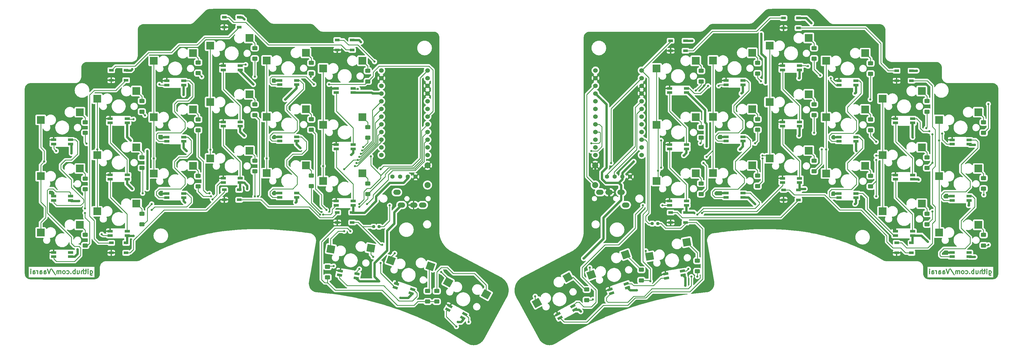
<source format=gbl>
G04 #@! TF.GenerationSoftware,KiCad,Pcbnew,8.0.1*
G04 #@! TF.CreationDate,2024-04-22T22:15:04+02:00*
G04 #@! TF.ProjectId,cornia,636f726e-6961-42e6-9b69-6361645f7063,3.0.1*
G04 #@! TF.SameCoordinates,Original*
G04 #@! TF.FileFunction,Copper,L2,Bot*
G04 #@! TF.FilePolarity,Positive*
%FSLAX46Y46*%
G04 Gerber Fmt 4.6, Leading zero omitted, Abs format (unit mm)*
G04 Created by KiCad (PCBNEW 8.0.1) date 2024-04-22 22:15:04*
%MOMM*%
%LPD*%
G01*
G04 APERTURE LIST*
G04 Aperture macros list*
%AMRoundRect*
0 Rectangle with rounded corners*
0 $1 Rounding radius*
0 $2 $3 $4 $5 $6 $7 $8 $9 X,Y pos of 4 corners*
0 Add a 4 corners polygon primitive as box body*
4,1,4,$2,$3,$4,$5,$6,$7,$8,$9,$2,$3,0*
0 Add four circle primitives for the rounded corners*
1,1,$1+$1,$2,$3*
1,1,$1+$1,$4,$5*
1,1,$1+$1,$6,$7*
1,1,$1+$1,$8,$9*
0 Add four rect primitives between the rounded corners*
20,1,$1+$1,$2,$3,$4,$5,0*
20,1,$1+$1,$4,$5,$6,$7,0*
20,1,$1+$1,$6,$7,$8,$9,0*
20,1,$1+$1,$8,$9,$2,$3,0*%
%AMRotRect*
0 Rectangle, with rotation*
0 The origin of the aperture is its center*
0 $1 length*
0 $2 width*
0 $3 Rotation angle, in degrees counterclockwise*
0 Add horizontal line*
21,1,$1,$2,0,0,$3*%
G04 Aperture macros list end*
%ADD10C,0.300000*%
G04 #@! TA.AperFunction,NonConductor*
%ADD11C,0.300000*%
G04 #@! TD*
G04 #@! TA.AperFunction,ComponentPad*
%ADD12O,2.500000X1.700000*%
G04 #@! TD*
G04 #@! TA.AperFunction,ComponentPad*
%ADD13C,1.400000*%
G04 #@! TD*
G04 #@! TA.AperFunction,ComponentPad*
%ADD14C,2.000000*%
G04 #@! TD*
G04 #@! TA.AperFunction,ComponentPad*
%ADD15C,1.524000*%
G04 #@! TD*
G04 #@! TA.AperFunction,SMDPad,CuDef*
%ADD16RoundRect,0.250000X0.600000X-0.400000X0.600000X0.400000X-0.600000X0.400000X-0.600000X-0.400000X0*%
G04 #@! TD*
G04 #@! TA.AperFunction,SMDPad,CuDef*
%ADD17R,1.700000X0.825000*%
G04 #@! TD*
G04 #@! TA.AperFunction,SMDPad,CuDef*
%ADD18RotRect,1.700000X0.825000X331.170000*%
G04 #@! TD*
G04 #@! TA.AperFunction,SMDPad,CuDef*
%ADD19R,2.550000X2.500000*%
G04 #@! TD*
G04 #@! TA.AperFunction,SMDPad,CuDef*
%ADD20RotRect,2.550000X2.500000X350.170000*%
G04 #@! TD*
G04 #@! TA.AperFunction,SMDPad,CuDef*
%ADD21RotRect,2.550000X2.500000X340.670000*%
G04 #@! TD*
G04 #@! TA.AperFunction,SMDPad,CuDef*
%ADD22RotRect,2.550000X2.500000X331.170000*%
G04 #@! TD*
G04 #@! TA.AperFunction,SMDPad,CuDef*
%ADD23R,1.500000X0.900000*%
G04 #@! TD*
G04 #@! TA.AperFunction,SMDPad,CuDef*
%ADD24RotRect,1.700000X0.825000X9.830000*%
G04 #@! TD*
G04 #@! TA.AperFunction,SMDPad,CuDef*
%ADD25RotRect,1.700000X0.825000X19.330000*%
G04 #@! TD*
G04 #@! TA.AperFunction,SMDPad,CuDef*
%ADD26RotRect,2.550000X2.500000X28.830000*%
G04 #@! TD*
G04 #@! TA.AperFunction,SMDPad,CuDef*
%ADD27RotRect,2.550000X2.500000X9.830000*%
G04 #@! TD*
G04 #@! TA.AperFunction,SMDPad,CuDef*
%ADD28RotRect,2.550000X2.500000X19.330000*%
G04 #@! TD*
G04 #@! TA.AperFunction,SMDPad,CuDef*
%ADD29RotRect,1.700000X0.825000X350.170000*%
G04 #@! TD*
G04 #@! TA.AperFunction,SMDPad,CuDef*
%ADD30RotRect,1.700000X0.825000X340.670000*%
G04 #@! TD*
G04 #@! TA.AperFunction,SMDPad,CuDef*
%ADD31RotRect,1.700000X0.825000X28.830000*%
G04 #@! TD*
G04 #@! TA.AperFunction,SMDPad,CuDef*
%ADD32RoundRect,0.237500X0.250000X0.237500X-0.250000X0.237500X-0.250000X-0.237500X0.250000X-0.237500X0*%
G04 #@! TD*
G04 #@! TA.AperFunction,SMDPad,CuDef*
%ADD33RoundRect,0.237500X-0.250000X-0.237500X0.250000X-0.237500X0.250000X0.237500X-0.250000X0.237500X0*%
G04 #@! TD*
G04 #@! TA.AperFunction,ViaPad*
%ADD34C,0.700000*%
G04 #@! TD*
G04 #@! TA.AperFunction,ViaPad*
%ADD35C,0.800000*%
G04 #@! TD*
G04 #@! TA.AperFunction,Conductor*
%ADD36C,0.254000*%
G04 #@! TD*
G04 #@! TA.AperFunction,Conductor*
%ADD37C,0.800000*%
G04 #@! TD*
G04 APERTURE END LIST*
D10*
D11*
X361810132Y-141330828D02*
X361810132Y-142545114D01*
X361810132Y-142545114D02*
X361881560Y-142687971D01*
X361881560Y-142687971D02*
X361952989Y-142759400D01*
X361952989Y-142759400D02*
X362095846Y-142830828D01*
X362095846Y-142830828D02*
X362310132Y-142830828D01*
X362310132Y-142830828D02*
X362452989Y-142759400D01*
X361810132Y-142259400D02*
X361952989Y-142330828D01*
X361952989Y-142330828D02*
X362238703Y-142330828D01*
X362238703Y-142330828D02*
X362381560Y-142259400D01*
X362381560Y-142259400D02*
X362452989Y-142187971D01*
X362452989Y-142187971D02*
X362524417Y-142045114D01*
X362524417Y-142045114D02*
X362524417Y-141616542D01*
X362524417Y-141616542D02*
X362452989Y-141473685D01*
X362452989Y-141473685D02*
X362381560Y-141402257D01*
X362381560Y-141402257D02*
X362238703Y-141330828D01*
X362238703Y-141330828D02*
X361952989Y-141330828D01*
X361952989Y-141330828D02*
X361810132Y-141402257D01*
X361095846Y-142330828D02*
X361095846Y-141330828D01*
X361095846Y-140830828D02*
X361167274Y-140902257D01*
X361167274Y-140902257D02*
X361095846Y-140973685D01*
X361095846Y-140973685D02*
X361024417Y-140902257D01*
X361024417Y-140902257D02*
X361095846Y-140830828D01*
X361095846Y-140830828D02*
X361095846Y-140973685D01*
X360595845Y-141330828D02*
X360024417Y-141330828D01*
X360381560Y-140830828D02*
X360381560Y-142116542D01*
X360381560Y-142116542D02*
X360310131Y-142259400D01*
X360310131Y-142259400D02*
X360167274Y-142330828D01*
X360167274Y-142330828D02*
X360024417Y-142330828D01*
X359524417Y-142330828D02*
X359524417Y-140830828D01*
X358881560Y-142330828D02*
X358881560Y-141545114D01*
X358881560Y-141545114D02*
X358952988Y-141402257D01*
X358952988Y-141402257D02*
X359095845Y-141330828D01*
X359095845Y-141330828D02*
X359310131Y-141330828D01*
X359310131Y-141330828D02*
X359452988Y-141402257D01*
X359452988Y-141402257D02*
X359524417Y-141473685D01*
X357524417Y-141330828D02*
X357524417Y-142330828D01*
X358167274Y-141330828D02*
X358167274Y-142116542D01*
X358167274Y-142116542D02*
X358095845Y-142259400D01*
X358095845Y-142259400D02*
X357952988Y-142330828D01*
X357952988Y-142330828D02*
X357738702Y-142330828D01*
X357738702Y-142330828D02*
X357595845Y-142259400D01*
X357595845Y-142259400D02*
X357524417Y-142187971D01*
X356810131Y-142330828D02*
X356810131Y-140830828D01*
X356810131Y-141402257D02*
X356667274Y-141330828D01*
X356667274Y-141330828D02*
X356381559Y-141330828D01*
X356381559Y-141330828D02*
X356238702Y-141402257D01*
X356238702Y-141402257D02*
X356167274Y-141473685D01*
X356167274Y-141473685D02*
X356095845Y-141616542D01*
X356095845Y-141616542D02*
X356095845Y-142045114D01*
X356095845Y-142045114D02*
X356167274Y-142187971D01*
X356167274Y-142187971D02*
X356238702Y-142259400D01*
X356238702Y-142259400D02*
X356381559Y-142330828D01*
X356381559Y-142330828D02*
X356667274Y-142330828D01*
X356667274Y-142330828D02*
X356810131Y-142259400D01*
X355452988Y-142187971D02*
X355381559Y-142259400D01*
X355381559Y-142259400D02*
X355452988Y-142330828D01*
X355452988Y-142330828D02*
X355524416Y-142259400D01*
X355524416Y-142259400D02*
X355452988Y-142187971D01*
X355452988Y-142187971D02*
X355452988Y-142330828D01*
X354095845Y-142259400D02*
X354238702Y-142330828D01*
X354238702Y-142330828D02*
X354524416Y-142330828D01*
X354524416Y-142330828D02*
X354667273Y-142259400D01*
X354667273Y-142259400D02*
X354738702Y-142187971D01*
X354738702Y-142187971D02*
X354810130Y-142045114D01*
X354810130Y-142045114D02*
X354810130Y-141616542D01*
X354810130Y-141616542D02*
X354738702Y-141473685D01*
X354738702Y-141473685D02*
X354667273Y-141402257D01*
X354667273Y-141402257D02*
X354524416Y-141330828D01*
X354524416Y-141330828D02*
X354238702Y-141330828D01*
X354238702Y-141330828D02*
X354095845Y-141402257D01*
X353238702Y-142330828D02*
X353381559Y-142259400D01*
X353381559Y-142259400D02*
X353452988Y-142187971D01*
X353452988Y-142187971D02*
X353524416Y-142045114D01*
X353524416Y-142045114D02*
X353524416Y-141616542D01*
X353524416Y-141616542D02*
X353452988Y-141473685D01*
X353452988Y-141473685D02*
X353381559Y-141402257D01*
X353381559Y-141402257D02*
X353238702Y-141330828D01*
X353238702Y-141330828D02*
X353024416Y-141330828D01*
X353024416Y-141330828D02*
X352881559Y-141402257D01*
X352881559Y-141402257D02*
X352810131Y-141473685D01*
X352810131Y-141473685D02*
X352738702Y-141616542D01*
X352738702Y-141616542D02*
X352738702Y-142045114D01*
X352738702Y-142045114D02*
X352810131Y-142187971D01*
X352810131Y-142187971D02*
X352881559Y-142259400D01*
X352881559Y-142259400D02*
X353024416Y-142330828D01*
X353024416Y-142330828D02*
X353238702Y-142330828D01*
X352095845Y-142330828D02*
X352095845Y-141330828D01*
X352095845Y-141473685D02*
X352024416Y-141402257D01*
X352024416Y-141402257D02*
X351881559Y-141330828D01*
X351881559Y-141330828D02*
X351667273Y-141330828D01*
X351667273Y-141330828D02*
X351524416Y-141402257D01*
X351524416Y-141402257D02*
X351452988Y-141545114D01*
X351452988Y-141545114D02*
X351452988Y-142330828D01*
X351452988Y-141545114D02*
X351381559Y-141402257D01*
X351381559Y-141402257D02*
X351238702Y-141330828D01*
X351238702Y-141330828D02*
X351024416Y-141330828D01*
X351024416Y-141330828D02*
X350881559Y-141402257D01*
X350881559Y-141402257D02*
X350810130Y-141545114D01*
X350810130Y-141545114D02*
X350810130Y-142330828D01*
X349024416Y-140759400D02*
X350310130Y-142687971D01*
X348738701Y-140830828D02*
X348238701Y-142330828D01*
X348238701Y-142330828D02*
X347738701Y-140830828D01*
X346595845Y-142330828D02*
X346595845Y-141545114D01*
X346595845Y-141545114D02*
X346667273Y-141402257D01*
X346667273Y-141402257D02*
X346810130Y-141330828D01*
X346810130Y-141330828D02*
X347095845Y-141330828D01*
X347095845Y-141330828D02*
X347238702Y-141402257D01*
X346595845Y-142259400D02*
X346738702Y-142330828D01*
X346738702Y-142330828D02*
X347095845Y-142330828D01*
X347095845Y-142330828D02*
X347238702Y-142259400D01*
X347238702Y-142259400D02*
X347310130Y-142116542D01*
X347310130Y-142116542D02*
X347310130Y-141973685D01*
X347310130Y-141973685D02*
X347238702Y-141830828D01*
X347238702Y-141830828D02*
X347095845Y-141759400D01*
X347095845Y-141759400D02*
X346738702Y-141759400D01*
X346738702Y-141759400D02*
X346595845Y-141687971D01*
X345238702Y-142330828D02*
X345238702Y-141545114D01*
X345238702Y-141545114D02*
X345310130Y-141402257D01*
X345310130Y-141402257D02*
X345452987Y-141330828D01*
X345452987Y-141330828D02*
X345738702Y-141330828D01*
X345738702Y-141330828D02*
X345881559Y-141402257D01*
X345238702Y-142259400D02*
X345381559Y-142330828D01*
X345381559Y-142330828D02*
X345738702Y-142330828D01*
X345738702Y-142330828D02*
X345881559Y-142259400D01*
X345881559Y-142259400D02*
X345952987Y-142116542D01*
X345952987Y-142116542D02*
X345952987Y-141973685D01*
X345952987Y-141973685D02*
X345881559Y-141830828D01*
X345881559Y-141830828D02*
X345738702Y-141759400D01*
X345738702Y-141759400D02*
X345381559Y-141759400D01*
X345381559Y-141759400D02*
X345238702Y-141687971D01*
X344524416Y-142330828D02*
X344524416Y-141330828D01*
X344524416Y-141616542D02*
X344452987Y-141473685D01*
X344452987Y-141473685D02*
X344381559Y-141402257D01*
X344381559Y-141402257D02*
X344238701Y-141330828D01*
X344238701Y-141330828D02*
X344095844Y-141330828D01*
X342952988Y-142330828D02*
X342952988Y-141545114D01*
X342952988Y-141545114D02*
X343024416Y-141402257D01*
X343024416Y-141402257D02*
X343167273Y-141330828D01*
X343167273Y-141330828D02*
X343452988Y-141330828D01*
X343452988Y-141330828D02*
X343595845Y-141402257D01*
X342952988Y-142259400D02*
X343095845Y-142330828D01*
X343095845Y-142330828D02*
X343452988Y-142330828D01*
X343452988Y-142330828D02*
X343595845Y-142259400D01*
X343595845Y-142259400D02*
X343667273Y-142116542D01*
X343667273Y-142116542D02*
X343667273Y-141973685D01*
X343667273Y-141973685D02*
X343595845Y-141830828D01*
X343595845Y-141830828D02*
X343452988Y-141759400D01*
X343452988Y-141759400D02*
X343095845Y-141759400D01*
X343095845Y-141759400D02*
X342952988Y-141687971D01*
X342238702Y-142330828D02*
X342238702Y-141330828D01*
X342238702Y-140830828D02*
X342310130Y-140902257D01*
X342310130Y-140902257D02*
X342238702Y-140973685D01*
X342238702Y-140973685D02*
X342167273Y-140902257D01*
X342167273Y-140902257D02*
X342238702Y-140830828D01*
X342238702Y-140830828D02*
X342238702Y-140973685D01*
D10*
D11*
X65310132Y-141330828D02*
X65310132Y-142545114D01*
X65310132Y-142545114D02*
X65381560Y-142687971D01*
X65381560Y-142687971D02*
X65452989Y-142759400D01*
X65452989Y-142759400D02*
X65595846Y-142830828D01*
X65595846Y-142830828D02*
X65810132Y-142830828D01*
X65810132Y-142830828D02*
X65952989Y-142759400D01*
X65310132Y-142259400D02*
X65452989Y-142330828D01*
X65452989Y-142330828D02*
X65738703Y-142330828D01*
X65738703Y-142330828D02*
X65881560Y-142259400D01*
X65881560Y-142259400D02*
X65952989Y-142187971D01*
X65952989Y-142187971D02*
X66024417Y-142045114D01*
X66024417Y-142045114D02*
X66024417Y-141616542D01*
X66024417Y-141616542D02*
X65952989Y-141473685D01*
X65952989Y-141473685D02*
X65881560Y-141402257D01*
X65881560Y-141402257D02*
X65738703Y-141330828D01*
X65738703Y-141330828D02*
X65452989Y-141330828D01*
X65452989Y-141330828D02*
X65310132Y-141402257D01*
X64595846Y-142330828D02*
X64595846Y-141330828D01*
X64595846Y-140830828D02*
X64667274Y-140902257D01*
X64667274Y-140902257D02*
X64595846Y-140973685D01*
X64595846Y-140973685D02*
X64524417Y-140902257D01*
X64524417Y-140902257D02*
X64595846Y-140830828D01*
X64595846Y-140830828D02*
X64595846Y-140973685D01*
X64095845Y-141330828D02*
X63524417Y-141330828D01*
X63881560Y-140830828D02*
X63881560Y-142116542D01*
X63881560Y-142116542D02*
X63810131Y-142259400D01*
X63810131Y-142259400D02*
X63667274Y-142330828D01*
X63667274Y-142330828D02*
X63524417Y-142330828D01*
X63024417Y-142330828D02*
X63024417Y-140830828D01*
X62381560Y-142330828D02*
X62381560Y-141545114D01*
X62381560Y-141545114D02*
X62452988Y-141402257D01*
X62452988Y-141402257D02*
X62595845Y-141330828D01*
X62595845Y-141330828D02*
X62810131Y-141330828D01*
X62810131Y-141330828D02*
X62952988Y-141402257D01*
X62952988Y-141402257D02*
X63024417Y-141473685D01*
X61024417Y-141330828D02*
X61024417Y-142330828D01*
X61667274Y-141330828D02*
X61667274Y-142116542D01*
X61667274Y-142116542D02*
X61595845Y-142259400D01*
X61595845Y-142259400D02*
X61452988Y-142330828D01*
X61452988Y-142330828D02*
X61238702Y-142330828D01*
X61238702Y-142330828D02*
X61095845Y-142259400D01*
X61095845Y-142259400D02*
X61024417Y-142187971D01*
X60310131Y-142330828D02*
X60310131Y-140830828D01*
X60310131Y-141402257D02*
X60167274Y-141330828D01*
X60167274Y-141330828D02*
X59881559Y-141330828D01*
X59881559Y-141330828D02*
X59738702Y-141402257D01*
X59738702Y-141402257D02*
X59667274Y-141473685D01*
X59667274Y-141473685D02*
X59595845Y-141616542D01*
X59595845Y-141616542D02*
X59595845Y-142045114D01*
X59595845Y-142045114D02*
X59667274Y-142187971D01*
X59667274Y-142187971D02*
X59738702Y-142259400D01*
X59738702Y-142259400D02*
X59881559Y-142330828D01*
X59881559Y-142330828D02*
X60167274Y-142330828D01*
X60167274Y-142330828D02*
X60310131Y-142259400D01*
X58952988Y-142187971D02*
X58881559Y-142259400D01*
X58881559Y-142259400D02*
X58952988Y-142330828D01*
X58952988Y-142330828D02*
X59024416Y-142259400D01*
X59024416Y-142259400D02*
X58952988Y-142187971D01*
X58952988Y-142187971D02*
X58952988Y-142330828D01*
X57595845Y-142259400D02*
X57738702Y-142330828D01*
X57738702Y-142330828D02*
X58024416Y-142330828D01*
X58024416Y-142330828D02*
X58167273Y-142259400D01*
X58167273Y-142259400D02*
X58238702Y-142187971D01*
X58238702Y-142187971D02*
X58310130Y-142045114D01*
X58310130Y-142045114D02*
X58310130Y-141616542D01*
X58310130Y-141616542D02*
X58238702Y-141473685D01*
X58238702Y-141473685D02*
X58167273Y-141402257D01*
X58167273Y-141402257D02*
X58024416Y-141330828D01*
X58024416Y-141330828D02*
X57738702Y-141330828D01*
X57738702Y-141330828D02*
X57595845Y-141402257D01*
X56738702Y-142330828D02*
X56881559Y-142259400D01*
X56881559Y-142259400D02*
X56952988Y-142187971D01*
X56952988Y-142187971D02*
X57024416Y-142045114D01*
X57024416Y-142045114D02*
X57024416Y-141616542D01*
X57024416Y-141616542D02*
X56952988Y-141473685D01*
X56952988Y-141473685D02*
X56881559Y-141402257D01*
X56881559Y-141402257D02*
X56738702Y-141330828D01*
X56738702Y-141330828D02*
X56524416Y-141330828D01*
X56524416Y-141330828D02*
X56381559Y-141402257D01*
X56381559Y-141402257D02*
X56310131Y-141473685D01*
X56310131Y-141473685D02*
X56238702Y-141616542D01*
X56238702Y-141616542D02*
X56238702Y-142045114D01*
X56238702Y-142045114D02*
X56310131Y-142187971D01*
X56310131Y-142187971D02*
X56381559Y-142259400D01*
X56381559Y-142259400D02*
X56524416Y-142330828D01*
X56524416Y-142330828D02*
X56738702Y-142330828D01*
X55595845Y-142330828D02*
X55595845Y-141330828D01*
X55595845Y-141473685D02*
X55524416Y-141402257D01*
X55524416Y-141402257D02*
X55381559Y-141330828D01*
X55381559Y-141330828D02*
X55167273Y-141330828D01*
X55167273Y-141330828D02*
X55024416Y-141402257D01*
X55024416Y-141402257D02*
X54952988Y-141545114D01*
X54952988Y-141545114D02*
X54952988Y-142330828D01*
X54952988Y-141545114D02*
X54881559Y-141402257D01*
X54881559Y-141402257D02*
X54738702Y-141330828D01*
X54738702Y-141330828D02*
X54524416Y-141330828D01*
X54524416Y-141330828D02*
X54381559Y-141402257D01*
X54381559Y-141402257D02*
X54310130Y-141545114D01*
X54310130Y-141545114D02*
X54310130Y-142330828D01*
X52524416Y-140759400D02*
X53810130Y-142687971D01*
X52238701Y-140830828D02*
X51738701Y-142330828D01*
X51738701Y-142330828D02*
X51238701Y-140830828D01*
X50095845Y-142330828D02*
X50095845Y-141545114D01*
X50095845Y-141545114D02*
X50167273Y-141402257D01*
X50167273Y-141402257D02*
X50310130Y-141330828D01*
X50310130Y-141330828D02*
X50595845Y-141330828D01*
X50595845Y-141330828D02*
X50738702Y-141402257D01*
X50095845Y-142259400D02*
X50238702Y-142330828D01*
X50238702Y-142330828D02*
X50595845Y-142330828D01*
X50595845Y-142330828D02*
X50738702Y-142259400D01*
X50738702Y-142259400D02*
X50810130Y-142116542D01*
X50810130Y-142116542D02*
X50810130Y-141973685D01*
X50810130Y-141973685D02*
X50738702Y-141830828D01*
X50738702Y-141830828D02*
X50595845Y-141759400D01*
X50595845Y-141759400D02*
X50238702Y-141759400D01*
X50238702Y-141759400D02*
X50095845Y-141687971D01*
X48738702Y-142330828D02*
X48738702Y-141545114D01*
X48738702Y-141545114D02*
X48810130Y-141402257D01*
X48810130Y-141402257D02*
X48952987Y-141330828D01*
X48952987Y-141330828D02*
X49238702Y-141330828D01*
X49238702Y-141330828D02*
X49381559Y-141402257D01*
X48738702Y-142259400D02*
X48881559Y-142330828D01*
X48881559Y-142330828D02*
X49238702Y-142330828D01*
X49238702Y-142330828D02*
X49381559Y-142259400D01*
X49381559Y-142259400D02*
X49452987Y-142116542D01*
X49452987Y-142116542D02*
X49452987Y-141973685D01*
X49452987Y-141973685D02*
X49381559Y-141830828D01*
X49381559Y-141830828D02*
X49238702Y-141759400D01*
X49238702Y-141759400D02*
X48881559Y-141759400D01*
X48881559Y-141759400D02*
X48738702Y-141687971D01*
X48024416Y-142330828D02*
X48024416Y-141330828D01*
X48024416Y-141616542D02*
X47952987Y-141473685D01*
X47952987Y-141473685D02*
X47881559Y-141402257D01*
X47881559Y-141402257D02*
X47738701Y-141330828D01*
X47738701Y-141330828D02*
X47595844Y-141330828D01*
X46452988Y-142330828D02*
X46452988Y-141545114D01*
X46452988Y-141545114D02*
X46524416Y-141402257D01*
X46524416Y-141402257D02*
X46667273Y-141330828D01*
X46667273Y-141330828D02*
X46952988Y-141330828D01*
X46952988Y-141330828D02*
X47095845Y-141402257D01*
X46452988Y-142259400D02*
X46595845Y-142330828D01*
X46595845Y-142330828D02*
X46952988Y-142330828D01*
X46952988Y-142330828D02*
X47095845Y-142259400D01*
X47095845Y-142259400D02*
X47167273Y-142116542D01*
X47167273Y-142116542D02*
X47167273Y-141973685D01*
X47167273Y-141973685D02*
X47095845Y-141830828D01*
X47095845Y-141830828D02*
X46952988Y-141759400D01*
X46952988Y-141759400D02*
X46595845Y-141759400D01*
X46595845Y-141759400D02*
X46452988Y-141687971D01*
X45738702Y-142330828D02*
X45738702Y-141330828D01*
X45738702Y-140830828D02*
X45810130Y-140902257D01*
X45810130Y-140902257D02*
X45738702Y-140973685D01*
X45738702Y-140973685D02*
X45667273Y-140902257D01*
X45667273Y-140902257D02*
X45738702Y-140830828D01*
X45738702Y-140830828D02*
X45738702Y-140973685D01*
D12*
X166486500Y-115441500D03*
X174986500Y-119641500D03*
X171986500Y-119641500D03*
X167986500Y-119641500D03*
D13*
X165027500Y-110280000D03*
X167567500Y-110280000D03*
X170107500Y-110280000D03*
X172647500Y-110280000D03*
D14*
X176576500Y-113030500D03*
X176576500Y-106530500D03*
D12*
X241950500Y-119625000D03*
X233450500Y-115425000D03*
X236450500Y-115425000D03*
X240450500Y-115425000D03*
D13*
X235797500Y-110280000D03*
X238337500Y-110280000D03*
X240877500Y-110280000D03*
X243417500Y-110280000D03*
D14*
X231917500Y-113027000D03*
X231917500Y-106527000D03*
D15*
X176575900Y-75191500D03*
X176575900Y-77731500D03*
X176575900Y-80271500D03*
X176575900Y-82811500D03*
X176575900Y-85351500D03*
X176575900Y-87891500D03*
X176575900Y-90431500D03*
X176575900Y-92971500D03*
X176575900Y-95511500D03*
X176575900Y-98051500D03*
X176575900Y-100591500D03*
X176575900Y-103131500D03*
X161355900Y-103131500D03*
X161355900Y-100591500D03*
X161355900Y-98051500D03*
X161355900Y-95511500D03*
X161355900Y-92971500D03*
X161355900Y-90431500D03*
X161355900Y-87891500D03*
X161355900Y-85351500D03*
X161355900Y-82811500D03*
X161355900Y-80271500D03*
X161355900Y-77731500D03*
X161355900Y-75191500D03*
X247211900Y-75167000D03*
X247211900Y-77707000D03*
X247211900Y-80247000D03*
X247211900Y-82787000D03*
X247211900Y-85327000D03*
X247211900Y-87867000D03*
X247211900Y-90407000D03*
X247211900Y-92947000D03*
X247211900Y-95487000D03*
X247211900Y-98027000D03*
X247211900Y-100567000D03*
X247211900Y-103107000D03*
X231991900Y-103107000D03*
X231991900Y-100567000D03*
X231991900Y-98027000D03*
X231991900Y-95487000D03*
X231991900Y-92947000D03*
X231991900Y-90407000D03*
X231991900Y-87867000D03*
X231991900Y-85327000D03*
X231991900Y-82787000D03*
X231991900Y-80247000D03*
X231991900Y-77707000D03*
X231991900Y-75167000D03*
D16*
X63686500Y-95801375D03*
X63686500Y-92301375D03*
X82326500Y-88804500D03*
X82326500Y-85304500D03*
X100939500Y-76054500D03*
X100939500Y-72554500D03*
X119579500Y-71304500D03*
X119579500Y-67804500D03*
X138219500Y-76204500D03*
X138219500Y-72704500D03*
X156859500Y-78804500D03*
X156859500Y-75304500D03*
X63686500Y-114401375D03*
X63686500Y-110901375D03*
X82326500Y-107404500D03*
X82326500Y-103904500D03*
X100939500Y-94904500D03*
X100939500Y-91404500D03*
X119579500Y-89904500D03*
X119579500Y-86404500D03*
X138219500Y-94804500D03*
X138219500Y-91304500D03*
X156859500Y-97404500D03*
X156859500Y-93904500D03*
X63686500Y-133001375D03*
X63686500Y-129501375D03*
X82326500Y-126004500D03*
X82326500Y-122504500D03*
X100939500Y-113504500D03*
X100939500Y-110004500D03*
X119579500Y-108504500D03*
X119579500Y-105004500D03*
X138219500Y-113404500D03*
X138219500Y-109904500D03*
X156859500Y-116004500D03*
X156859500Y-112504500D03*
X143607500Y-143530000D03*
X143607500Y-140030000D03*
X176607500Y-151530000D03*
X176607500Y-148030000D03*
X179607500Y-151530000D03*
X179607500Y-148030000D03*
D17*
X58859500Y-99504500D03*
X58859500Y-98104500D03*
X53259500Y-98104500D03*
X53259500Y-99504500D03*
X77499500Y-92504500D03*
X77499500Y-91104500D03*
X71899500Y-91104500D03*
X71899500Y-92504500D03*
X96139500Y-80004500D03*
X96139500Y-78604500D03*
X90539500Y-78604500D03*
X90539500Y-80004500D03*
X114779500Y-75004500D03*
X114779500Y-73604500D03*
X109179500Y-73604500D03*
X109179500Y-75004500D03*
X133419500Y-79904500D03*
X133419500Y-78504500D03*
X127819500Y-78504500D03*
X127819500Y-79904500D03*
X152059500Y-82504500D03*
X152059500Y-81104500D03*
X146459500Y-81104500D03*
X146459500Y-82504500D03*
X58859500Y-118104500D03*
X58859500Y-116704500D03*
X53259500Y-116704500D03*
X53259500Y-118104500D03*
X77499500Y-111104500D03*
X77499500Y-109704500D03*
X71899500Y-109704500D03*
X71899500Y-111104500D03*
X96139500Y-98604500D03*
X96139500Y-97204500D03*
X90539500Y-97204500D03*
X90539500Y-98604500D03*
X114779500Y-93604500D03*
X114779500Y-92204500D03*
X109179500Y-92204500D03*
X109179500Y-93604500D03*
X133419500Y-98504500D03*
X133419500Y-97104500D03*
X127819500Y-97104500D03*
X127819500Y-98504500D03*
X152059500Y-101104500D03*
X152059500Y-99704500D03*
X146459500Y-99704500D03*
X146459500Y-101104500D03*
X58859500Y-136704500D03*
X58859500Y-135304500D03*
X53259500Y-135304500D03*
X53259500Y-136704500D03*
X77499500Y-129704500D03*
X77499500Y-128304500D03*
X71899500Y-128304500D03*
X71899500Y-129704500D03*
X96139500Y-117204500D03*
X96139500Y-115804500D03*
X90539500Y-115804500D03*
X90539500Y-117204500D03*
X114779500Y-112204500D03*
X114779500Y-110804500D03*
X109179500Y-110804500D03*
X109179500Y-112204500D03*
X152059500Y-119704500D03*
X152059500Y-118304500D03*
X146459500Y-118304500D03*
X146459500Y-119704500D03*
D18*
X188191660Y-156902682D03*
X188866758Y-155676205D03*
X183960854Y-152975816D03*
X183285756Y-154202293D03*
D19*
X67614500Y-84514500D03*
X80541500Y-81974500D03*
X86254500Y-72014500D03*
X99181500Y-69474500D03*
X104894500Y-67014500D03*
X117821500Y-64474500D03*
X123534500Y-71914500D03*
X136461500Y-69374500D03*
X48974500Y-110114500D03*
X61901500Y-107574500D03*
X67614500Y-103114500D03*
X80541500Y-100574500D03*
X86254500Y-90614500D03*
X99181500Y-88074500D03*
X104894500Y-85614500D03*
X117821500Y-83074500D03*
X123534500Y-90514500D03*
X136461500Y-87974500D03*
X142174500Y-93114500D03*
X155101500Y-90574500D03*
X48974500Y-128714500D03*
X61901500Y-126174500D03*
X67614500Y-121714500D03*
X80541500Y-119174500D03*
X86254500Y-109214500D03*
X99181500Y-106674500D03*
X104894500Y-104214500D03*
X117821500Y-101674500D03*
X123534500Y-109114500D03*
X136461500Y-106574500D03*
X142174500Y-111714500D03*
X155101500Y-109174500D03*
D20*
X144682539Y-134201701D03*
X157853396Y-133905959D03*
D21*
X164505038Y-137981990D03*
X177544076Y-139864123D03*
D22*
X183377475Y-145132347D03*
X195927048Y-149140729D03*
D23*
X77149500Y-75130000D03*
X77149500Y-78430000D03*
X72249500Y-78430000D03*
X72249500Y-75130000D03*
X114429500Y-57630000D03*
X114429500Y-60930000D03*
X109529500Y-60930000D03*
X109529500Y-57630000D03*
X151709500Y-65130000D03*
X151709500Y-68430000D03*
X146809500Y-68430000D03*
X146809500Y-65130000D03*
X114429500Y-114604500D03*
X114429500Y-117904500D03*
X109529500Y-117904500D03*
X109529500Y-114604500D03*
X151709500Y-122104500D03*
X151709500Y-125404500D03*
X146809500Y-125404500D03*
X146809500Y-122104500D03*
X336230500Y-75280000D03*
X336230500Y-78580000D03*
X331330500Y-78580000D03*
X331330500Y-75280000D03*
X298950500Y-57880000D03*
X298950500Y-61180000D03*
X294050500Y-61180000D03*
X294050500Y-57880000D03*
X261670500Y-65380000D03*
X261670500Y-68680000D03*
X256770500Y-68680000D03*
X256770500Y-65380000D03*
X336230500Y-132130000D03*
X336230500Y-135430000D03*
X331330500Y-135430000D03*
X331330500Y-132130000D03*
X298950500Y-114630000D03*
X298950500Y-117930000D03*
X294050500Y-117930000D03*
X294050500Y-114630000D03*
X261670500Y-122110000D03*
X261670500Y-125410000D03*
X256770500Y-125410000D03*
X256770500Y-122110000D03*
D17*
X299300500Y-93610000D03*
X299300500Y-92210000D03*
X293700500Y-92210000D03*
X293700500Y-93610000D03*
X280660500Y-98510000D03*
X280660500Y-97110000D03*
X275060500Y-97110000D03*
X275060500Y-98510000D03*
X262020500Y-101110000D03*
X262020500Y-99710000D03*
X256420500Y-99710000D03*
X256420500Y-101110000D03*
X355220500Y-136710000D03*
X355220500Y-135310000D03*
X349620500Y-135310000D03*
X349620500Y-136710000D03*
X336580500Y-129710000D03*
X336580500Y-128310000D03*
X330980500Y-128310000D03*
X330980500Y-129710000D03*
X317940500Y-117210000D03*
X317940500Y-115810000D03*
X312340500Y-115810000D03*
X312340500Y-117210000D03*
X299300500Y-112210000D03*
X299300500Y-110810000D03*
X293700500Y-110810000D03*
X293700500Y-112210000D03*
X280660500Y-117110000D03*
X280660500Y-115710000D03*
X275060500Y-115710000D03*
X275060500Y-117110000D03*
X262020500Y-119710000D03*
X262020500Y-118310000D03*
X256420500Y-118310000D03*
X256420500Y-119710000D03*
D24*
X260940199Y-142812132D03*
X260701183Y-141432686D03*
X255183399Y-142388748D03*
X255422415Y-143768194D03*
D25*
X242573045Y-146940861D03*
X242109633Y-145619782D03*
X236825317Y-147473429D03*
X237288729Y-148794508D03*
D26*
X212695336Y-151966547D03*
X222795270Y-143507809D03*
D16*
X341387500Y-88805000D03*
X341387500Y-85305000D03*
X322747500Y-76305000D03*
X322747500Y-72805000D03*
X304107500Y-71305000D03*
X304107500Y-67805000D03*
X266820500Y-78810000D03*
X266820500Y-75310000D03*
X360027500Y-114250000D03*
X360027500Y-110750000D03*
X341387500Y-107405000D03*
X341387500Y-103905000D03*
X322747500Y-94905000D03*
X322747500Y-91405000D03*
X304107500Y-89905000D03*
X304107500Y-86405000D03*
X285467500Y-94805000D03*
X285467500Y-91305000D03*
X266820500Y-97410000D03*
X266820500Y-93910000D03*
X360027500Y-133000000D03*
X360027500Y-129500000D03*
X341387500Y-126005000D03*
X341387500Y-122505000D03*
X322747500Y-113505000D03*
X322747500Y-110005000D03*
X304107500Y-108505000D03*
X304107500Y-105005000D03*
X285467500Y-113405000D03*
X285467500Y-109905000D03*
X266820500Y-116010000D03*
X266820500Y-112510000D03*
X265607500Y-141530000D03*
X265607500Y-138030000D03*
X247107500Y-144530000D03*
X247107500Y-141030000D03*
X229107500Y-151030000D03*
X229107500Y-147530000D03*
X360027500Y-95800000D03*
X360027500Y-92300000D03*
D19*
X289422500Y-104215000D03*
X302349500Y-101675000D03*
X270782500Y-109115000D03*
X283709500Y-106575000D03*
X252142500Y-111715000D03*
X265069500Y-109175000D03*
D27*
X249842272Y-136620935D03*
X262145843Y-131911258D03*
D28*
X230610526Y-142673293D03*
X241968040Y-135997531D03*
D19*
X289422500Y-67015000D03*
X302349500Y-64475000D03*
X270782500Y-71915000D03*
X283709500Y-69375000D03*
X345342500Y-110115000D03*
X358269500Y-107575000D03*
X308062500Y-72015000D03*
X320989500Y-69475000D03*
X326702500Y-103115000D03*
X339629500Y-100575000D03*
X326702500Y-121715000D03*
X339629500Y-119175000D03*
X308062500Y-109215000D03*
X320989500Y-106675000D03*
X345342500Y-91515000D03*
X358269500Y-88975000D03*
X326702500Y-84515000D03*
X339629500Y-81975000D03*
X308062500Y-90615000D03*
X320989500Y-88075000D03*
X289422500Y-85615000D03*
X302349500Y-83075000D03*
X270782500Y-90515000D03*
X283709500Y-87975000D03*
X252142500Y-93115000D03*
X265069500Y-90575000D03*
X345342500Y-128715000D03*
X358269500Y-126175000D03*
D16*
X285467500Y-76205000D03*
X285467500Y-72705000D03*
D19*
X48974500Y-91514500D03*
X61901500Y-88974500D03*
D29*
X153058317Y-143762018D03*
X153297333Y-142382572D03*
X147779549Y-141426510D03*
X147540533Y-142805956D03*
D30*
X171198041Y-148793595D03*
X171661453Y-147472516D03*
X166377137Y-145618869D03*
X165913725Y-146939948D03*
D23*
X77149500Y-132130000D03*
X77149500Y-135430000D03*
X72249500Y-135430000D03*
X72249500Y-132130000D03*
D17*
X133419500Y-117104500D03*
X133419500Y-115704500D03*
X127819500Y-115704500D03*
X127819500Y-117104500D03*
X355220500Y-99510000D03*
X355220500Y-98110000D03*
X349620500Y-98110000D03*
X349620500Y-99510000D03*
X336580500Y-92510000D03*
X336580500Y-91110000D03*
X330980500Y-91110000D03*
X330980500Y-92510000D03*
X317940500Y-80010000D03*
X317940500Y-78610000D03*
X312340500Y-78610000D03*
X312340500Y-80010000D03*
X299300500Y-75010000D03*
X299300500Y-73610000D03*
X293700500Y-73610000D03*
X293700500Y-75010000D03*
X280660500Y-79910000D03*
X280660500Y-78510000D03*
X275060500Y-78510000D03*
X275060500Y-79910000D03*
X262020500Y-82510000D03*
X262020500Y-81110000D03*
X256420500Y-81110000D03*
X256420500Y-82510000D03*
X355220500Y-118110000D03*
X355220500Y-116710000D03*
X349620500Y-116710000D03*
X349620500Y-118110000D03*
X336580500Y-111110000D03*
X336580500Y-109710000D03*
X330980500Y-109710000D03*
X330980500Y-111110000D03*
X317940500Y-98610000D03*
X317940500Y-97210000D03*
X312340500Y-97210000D03*
X312340500Y-98610000D03*
D19*
X142174500Y-74514500D03*
X155101500Y-71974500D03*
X252135500Y-74520000D03*
X265062500Y-71980000D03*
D31*
X225200744Y-154203543D03*
X224525646Y-152977066D03*
X219619742Y-155677455D03*
X220294840Y-156903932D03*
D32*
X160607500Y-126780000D03*
X158782500Y-126780000D03*
D33*
X250695000Y-125780000D03*
X252520000Y-125780000D03*
D34*
X64107500Y-99343500D03*
X144107500Y-79780000D03*
X138107500Y-77280000D03*
X102107500Y-77280000D03*
X83357500Y-90030000D03*
X119579500Y-77280000D03*
X120607500Y-116780000D03*
X82607500Y-115780000D03*
X157857500Y-103530000D03*
X143207606Y-121280000D03*
X155386868Y-100559368D03*
X154107500Y-119280000D03*
X104607500Y-115780000D03*
X63607500Y-120780000D03*
X154107500Y-120280000D03*
X85607500Y-119280000D03*
X119607500Y-116780000D03*
X63607500Y-122280000D03*
X105107500Y-116780000D03*
X141607500Y-121966500D03*
X151107500Y-128280000D03*
X156607500Y-119280000D03*
X158607500Y-136780000D03*
X145607500Y-139780000D03*
X134947500Y-64839999D03*
X165427500Y-95319999D03*
X165427500Y-105479999D03*
X101927500Y-59759999D03*
X119707500Y-120719999D03*
X137487500Y-85159999D03*
X53667500Y-85159999D03*
X165427500Y-90239999D03*
X81607500Y-77539999D03*
X99387500Y-128339999D03*
X124787500Y-123259999D03*
X89227500Y-87699999D03*
X104467500Y-110559999D03*
X162887500Y-141039999D03*
X129867500Y-64839999D03*
X94307500Y-62299999D03*
X66367500Y-77539999D03*
X56207500Y-87699999D03*
X173047500Y-95319999D03*
X101927500Y-125799999D03*
X122247500Y-97859999D03*
X48587500Y-102939999D03*
X117167500Y-90239999D03*
X63827500Y-74999999D03*
D35*
X88607500Y-115780000D03*
D34*
X46047500Y-87699999D03*
X61287500Y-110559999D03*
X107007500Y-120719999D03*
X51127500Y-87699999D03*
X112087500Y-100399999D03*
X132407500Y-125799999D03*
X68907500Y-135959999D03*
X167967500Y-123259999D03*
X129867500Y-123259999D03*
X200987500Y-146119999D03*
X178127500Y-72459999D03*
X170507500Y-80079999D03*
X101927500Y-123259999D03*
X173047500Y-82619999D03*
X165427500Y-77539999D03*
X127327500Y-87699999D03*
X66367500Y-74999999D03*
X79067500Y-85159999D03*
X188287500Y-161359999D03*
X91767500Y-130879999D03*
X129867500Y-62299999D03*
X66367500Y-138499999D03*
X165427500Y-85159999D03*
X122247500Y-125799999D03*
X101927500Y-85159999D03*
X68907500Y-90239999D03*
X48587500Y-123259999D03*
X127327500Y-105479999D03*
X46047500Y-118179999D03*
X101927500Y-97859999D03*
X68907500Y-130879999D03*
X117167500Y-123259999D03*
X63827500Y-135959999D03*
X167967500Y-87699999D03*
X84147500Y-62299999D03*
X165427500Y-69919999D03*
X89227500Y-62299999D03*
X178127500Y-115639999D03*
D35*
X89032000Y-97204500D03*
X125607500Y-97280000D03*
D34*
X94307500Y-64839999D03*
X193367500Y-161359999D03*
X165427500Y-82619999D03*
X173047500Y-128339999D03*
X122247500Y-95319999D03*
X173047500Y-87699999D03*
X51127500Y-85159999D03*
X61287500Y-85159999D03*
X140027500Y-69919999D03*
X48587500Y-135959999D03*
X51127500Y-133419999D03*
X195907500Y-156279999D03*
X178127500Y-156279999D03*
X46047500Y-115639999D03*
X167967500Y-105479999D03*
X66367500Y-113099999D03*
X140027500Y-64839999D03*
X46047500Y-128339999D03*
X124787500Y-125799999D03*
X68907500Y-80079999D03*
X165427500Y-80079999D03*
X46047500Y-113099999D03*
X167967500Y-95319999D03*
X84147500Y-77539999D03*
X190827500Y-143579999D03*
X84147500Y-130879999D03*
X167967500Y-97859999D03*
X104467500Y-57219999D03*
X46047500Y-100399999D03*
X140027500Y-128339999D03*
X114627500Y-67379999D03*
X155267500Y-135959999D03*
X170507500Y-69919999D03*
X46047500Y-102939999D03*
X140027500Y-85159999D03*
X160347500Y-69919999D03*
X170507500Y-130879999D03*
X107007500Y-110559999D03*
X81607500Y-74999999D03*
X84147500Y-133419999D03*
X84147500Y-64839999D03*
X170507500Y-92779999D03*
X178127500Y-120719999D03*
X94307500Y-125799999D03*
X195907500Y-158819999D03*
X86687500Y-133419999D03*
X89227500Y-100399999D03*
X73987500Y-77539999D03*
X53667500Y-87699999D03*
X119707500Y-92779999D03*
X127327500Y-123259999D03*
X162887500Y-151199999D03*
X46047500Y-97859999D03*
X165427500Y-87699999D03*
X134947500Y-125799999D03*
X51127500Y-100399999D03*
X104467500Y-108019999D03*
X173047500Y-85159999D03*
X109547500Y-125799999D03*
X46047500Y-92779999D03*
X167967500Y-92779999D03*
X147647500Y-72459999D03*
X167967500Y-72459999D03*
X167967500Y-100399999D03*
X167967500Y-85159999D03*
X147647500Y-69919999D03*
D35*
X159607500Y-78280000D03*
D34*
X89227500Y-64839999D03*
X68907500Y-108019999D03*
X84147500Y-92779999D03*
X81607500Y-105479999D03*
X73987500Y-135959999D03*
X68907500Y-74999999D03*
X183207500Y-151199999D03*
X117167500Y-92779999D03*
X134947500Y-95319999D03*
X119707500Y-95319999D03*
X193367500Y-151199999D03*
X173047500Y-90239999D03*
X91767500Y-125799999D03*
X140027500Y-143579999D03*
X165427500Y-97859999D03*
X84147500Y-80079999D03*
X63827500Y-138499999D03*
X170507500Y-90239999D03*
X175587500Y-156279999D03*
X132407500Y-62299999D03*
X165427500Y-118179999D03*
X61287500Y-123259999D03*
X48587500Y-133419999D03*
X107007500Y-90239999D03*
X134947500Y-90239999D03*
X170507500Y-77539999D03*
X81607500Y-110559999D03*
X200987500Y-148659999D03*
X160347500Y-123259999D03*
X107007500Y-74999999D03*
X119707500Y-123259999D03*
X170507500Y-64839999D03*
X58747500Y-85159999D03*
X101927500Y-87699999D03*
X101927500Y-69919999D03*
X61287500Y-128339999D03*
X114627500Y-125799999D03*
X107007500Y-125799999D03*
X107007500Y-123259999D03*
X63827500Y-85159999D03*
X175587500Y-115639999D03*
X160347500Y-67379999D03*
X145107500Y-69919999D03*
X104467500Y-123259999D03*
X127327500Y-62299999D03*
X190827500Y-161359999D03*
X170507500Y-82619999D03*
X117167500Y-125799999D03*
X122247500Y-113099999D03*
X190827500Y-163899999D03*
X145107500Y-64839999D03*
X165427500Y-92779999D03*
X96847500Y-62299999D03*
X129867500Y-125799999D03*
X81607500Y-135959999D03*
X81607500Y-97859999D03*
X99387500Y-123259999D03*
X91767500Y-64839999D03*
X180667500Y-158819999D03*
X86687500Y-62299999D03*
X178127500Y-128339999D03*
X99387500Y-115639999D03*
X173047500Y-92779999D03*
X140027500Y-125799999D03*
X46047500Y-110559999D03*
X96847500Y-64839999D03*
X114627500Y-120719999D03*
X140027500Y-118179999D03*
X152727500Y-74999999D03*
X91767500Y-62299999D03*
X122247500Y-87699999D03*
X165427500Y-130879999D03*
X48587500Y-130879999D03*
X68907500Y-92779999D03*
X167967500Y-69919999D03*
X180667500Y-138499999D03*
X145107500Y-108019999D03*
X180667500Y-146119999D03*
X127327500Y-64839999D03*
X142567500Y-69919999D03*
X127327500Y-113099999D03*
X170507500Y-67379999D03*
X134947500Y-72459999D03*
X175587500Y-153739999D03*
X66367500Y-105479999D03*
X46047500Y-133419999D03*
X117167500Y-110559999D03*
X46047500Y-108019999D03*
X109547500Y-123259999D03*
X46047500Y-125799999D03*
X107007500Y-57219999D03*
X96847500Y-123259999D03*
X160347500Y-128339999D03*
X99387500Y-62299999D03*
X140027500Y-82619999D03*
X137487500Y-123259999D03*
D35*
X125607500Y-78780000D03*
D34*
X119707500Y-57219999D03*
X165427500Y-67379999D03*
X170507500Y-85159999D03*
X48587500Y-85159999D03*
X112087500Y-123259999D03*
X79067500Y-108019999D03*
X200987500Y-151199999D03*
X71447500Y-80079999D03*
X71447500Y-87699999D03*
X173047500Y-130879999D03*
X137487500Y-62299999D03*
X173047500Y-102939999D03*
X124787500Y-62299999D03*
X140027500Y-141039999D03*
X175587500Y-130879999D03*
X160347500Y-64839999D03*
D35*
X126149914Y-115640000D03*
D34*
X178127500Y-135959999D03*
X167967500Y-82619999D03*
X68907500Y-110559999D03*
X140027500Y-92779999D03*
X173047500Y-146119999D03*
X104467500Y-59759999D03*
X107007500Y-82619999D03*
X185747500Y-161359999D03*
X124787500Y-87699999D03*
X91767500Y-128339999D03*
X173047500Y-97859999D03*
X112087500Y-125799999D03*
X142567500Y-64839999D03*
X170507500Y-95319999D03*
X89227500Y-125799999D03*
D35*
X173107500Y-117280000D03*
D34*
X71447500Y-108019999D03*
X173047500Y-125799999D03*
X162887500Y-67379999D03*
X46047500Y-90239999D03*
X137487500Y-125799999D03*
X66367500Y-110559999D03*
X114627500Y-123259999D03*
X84147500Y-74999999D03*
X137487500Y-82619999D03*
X84147500Y-82619999D03*
X193367500Y-158819999D03*
X157807500Y-64839999D03*
X167967500Y-77539999D03*
X170507500Y-97859999D03*
X94307500Y-130879999D03*
D35*
X52107500Y-115280000D03*
D34*
X101927500Y-128339999D03*
X107007500Y-95319999D03*
X170507500Y-113099999D03*
X122247500Y-77539999D03*
X167967500Y-102939999D03*
X66367500Y-87699999D03*
X170507500Y-105479999D03*
X107007500Y-92779999D03*
X46047500Y-135959999D03*
X178127500Y-130879999D03*
X140027500Y-138499999D03*
X46047500Y-85159999D03*
X91767500Y-105479999D03*
X66367500Y-108019999D03*
D35*
X167107500Y-143780000D03*
D34*
X132407500Y-123259999D03*
X56207500Y-85159999D03*
X198447500Y-153739999D03*
X66367500Y-135959999D03*
X46047500Y-138499999D03*
X165427500Y-102939999D03*
X84147500Y-97859999D03*
X178127500Y-64839999D03*
X51127500Y-125799999D03*
X167967500Y-90239999D03*
X117167500Y-67379999D03*
X51127500Y-97859999D03*
X51127500Y-138499999D03*
X48587500Y-87699999D03*
X46047500Y-123259999D03*
X170507500Y-87699999D03*
X51127500Y-135959999D03*
X94307500Y-123259999D03*
X173047500Y-64839999D03*
X46047500Y-130879999D03*
X96847500Y-128339999D03*
X132407500Y-64839999D03*
X122247500Y-67379999D03*
X178127500Y-146119999D03*
X167967500Y-80079999D03*
X53667500Y-105479999D03*
X81607500Y-95319999D03*
X71447500Y-105479999D03*
X173047500Y-72459999D03*
X140027500Y-90239999D03*
X162887500Y-64839999D03*
X68907500Y-77539999D03*
X140027500Y-74999999D03*
X122247500Y-59759999D03*
X137487500Y-64839999D03*
X89227500Y-105479999D03*
X157807500Y-67379999D03*
X99387500Y-125799999D03*
X170507500Y-72459999D03*
X46047500Y-95319999D03*
X178127500Y-123259999D03*
X145107500Y-97859999D03*
X96847500Y-125799999D03*
X170507500Y-123259999D03*
X129867500Y-69919999D03*
X46047500Y-105479999D03*
X193367500Y-163899999D03*
X96847500Y-72459999D03*
X117167500Y-120719999D03*
X48587500Y-120719999D03*
X109547500Y-120719999D03*
X188287500Y-138499999D03*
X145107500Y-90239999D03*
X84147500Y-85159999D03*
X175587500Y-110559999D03*
X170507500Y-100399999D03*
X119707500Y-125799999D03*
X66367500Y-92779999D03*
D35*
X144107500Y-81280000D03*
D34*
X134947500Y-123259999D03*
X127327500Y-125799999D03*
X86687500Y-64839999D03*
X165427500Y-100399999D03*
X167967500Y-67379999D03*
X167967500Y-64839999D03*
X112087500Y-120719999D03*
X84147500Y-95319999D03*
X134947500Y-62299999D03*
X119707500Y-97859999D03*
X170507500Y-102939999D03*
X63827500Y-77539999D03*
X175587500Y-128339999D03*
X173047500Y-77539999D03*
X140027500Y-72459999D03*
X140027500Y-146119999D03*
X173047500Y-100399999D03*
X81607500Y-133419999D03*
X165427500Y-64839999D03*
X91767500Y-85159999D03*
X56207500Y-90239999D03*
X107007500Y-59759999D03*
X122247500Y-74999999D03*
X99387500Y-64839999D03*
X66367500Y-90239999D03*
X167967500Y-130879999D03*
X104467500Y-125799999D03*
X46047500Y-120719999D03*
X175587500Y-72459999D03*
X122247500Y-92779999D03*
X142567500Y-128339999D03*
X66367500Y-80079999D03*
X91767500Y-123259999D03*
X101927500Y-82619999D03*
X94307500Y-128339999D03*
X122247500Y-123259999D03*
X101927500Y-62299999D03*
X48587500Y-138499999D03*
X178127500Y-110559999D03*
X162887500Y-69919999D03*
X91767500Y-87699999D03*
X79067500Y-77539999D03*
X198447500Y-143579999D03*
X173047500Y-80079999D03*
D35*
X173107500Y-122280000D03*
D34*
X165427500Y-72459999D03*
X117167500Y-74999999D03*
D35*
X116107500Y-58280000D03*
X158607500Y-82780000D03*
X151357500Y-103030000D03*
X96107500Y-83280000D03*
X61107500Y-134280000D03*
X133107500Y-118780000D03*
X129607500Y-84780000D03*
X117107500Y-114280000D03*
X154607500Y-65780000D03*
X79107500Y-74780000D03*
X186607500Y-158280000D03*
X119107500Y-79780000D03*
X160607500Y-144780000D03*
X79607500Y-129780000D03*
X84107500Y-101780000D03*
X116107500Y-96780000D03*
X134607500Y-100780000D03*
X84107500Y-114280000D03*
X61607500Y-118280000D03*
X167607500Y-150280000D03*
X78607500Y-98280000D03*
X79107500Y-114280000D03*
X59107500Y-102553000D03*
X97107500Y-101780000D03*
X96607500Y-118780000D03*
D34*
X50107500Y-105280000D03*
X154995732Y-101652072D03*
X67614500Y-101280000D03*
X154558678Y-102731178D03*
X86254500Y-104280000D03*
X154107500Y-103780000D03*
X104944356Y-101407000D03*
X149107500Y-107780000D03*
X149107500Y-128280000D03*
X153607500Y-104780000D03*
X123534500Y-104280000D03*
X165734500Y-135603000D03*
X153107500Y-105780000D03*
X152607500Y-106780000D03*
X142174500Y-106780000D03*
X181107500Y-141780000D03*
X161107500Y-107780000D03*
X159107500Y-72280000D03*
X164107500Y-119780000D03*
X341107500Y-94280000D03*
X306107500Y-76780000D03*
X265107500Y-81780000D03*
X361607500Y-86280000D03*
X286607500Y-78780000D03*
X322607500Y-84780000D03*
X304107500Y-95780000D03*
X266607500Y-99280000D03*
X343107500Y-96280000D03*
X324607500Y-98780000D03*
X360107500Y-116280000D03*
X343107500Y-105710000D03*
X284607500Y-99280000D03*
X324607500Y-116780000D03*
X306607500Y-101280000D03*
X324607500Y-104780000D03*
X287107500Y-104280000D03*
X343107500Y-121780000D03*
X253607500Y-98280000D03*
X253607500Y-107280000D03*
X267607500Y-105780000D03*
X361607500Y-132780000D03*
X265607500Y-143280000D03*
X231107500Y-150780000D03*
X250107500Y-144780000D03*
X237107500Y-105780000D03*
X345342500Y-98280000D03*
X324607500Y-103280000D03*
X308062500Y-101280000D03*
X230607500Y-101780000D03*
X287107500Y-103280000D03*
X248607500Y-134780000D03*
X230607500Y-99280000D03*
X268607500Y-103780000D03*
X230107500Y-140280000D03*
X212107500Y-149780000D03*
X252607500Y-108280000D03*
D35*
X299107500Y-96780000D03*
X317607500Y-82780000D03*
X303207500Y-59580000D03*
X318107500Y-101780000D03*
X227107500Y-154780000D03*
X261107500Y-103280000D03*
X284607500Y-119280000D03*
X261607500Y-146280000D03*
X288107500Y-79280000D03*
X264607500Y-122280000D03*
X286707500Y-63080000D03*
X338607500Y-111280000D03*
X280107500Y-82780000D03*
X338007500Y-75280000D03*
X299107500Y-77780000D03*
X263907500Y-65380000D03*
X228107500Y-137280000D03*
X317607500Y-119280000D03*
X336607500Y-97280000D03*
X279607500Y-101280000D03*
X301107500Y-114280000D03*
X264357500Y-84530000D03*
X244607500Y-105280000D03*
X268607500Y-100280000D03*
X357107500Y-99780000D03*
X341607500Y-131780000D03*
X355107500Y-119780000D03*
X357107500Y-136780000D03*
X245607500Y-147780000D03*
D34*
X208607500Y-146119999D03*
D35*
X310607500Y-97280000D03*
D34*
X338147500Y-113099999D03*
X358467500Y-123259999D03*
X330527500Y-87699999D03*
X239087500Y-90239999D03*
X320367500Y-125799999D03*
X292427500Y-125799999D03*
X269567500Y-74999999D03*
D35*
X347607500Y-116780000D03*
D34*
X289887500Y-120719999D03*
X216227500Y-161359999D03*
X259407500Y-64839999D03*
X305127500Y-57219999D03*
X269567500Y-77539999D03*
X353387500Y-102939999D03*
X305127500Y-64839999D03*
X322907500Y-128339999D03*
X322907500Y-133419999D03*
X282267500Y-85159999D03*
X307667500Y-120719999D03*
X300047500Y-125799999D03*
X348307500Y-85159999D03*
X244167500Y-143579999D03*
X269567500Y-87699999D03*
X277187500Y-64839999D03*
X228927500Y-156279999D03*
X254327500Y-87699999D03*
X355927500Y-85159999D03*
X305127500Y-125799999D03*
X221307500Y-138499999D03*
X363547500Y-105479999D03*
X310207500Y-105479999D03*
X218767500Y-141039999D03*
X216227500Y-163899999D03*
X315287500Y-64839999D03*
X361007500Y-138499999D03*
X246707500Y-113099999D03*
X305127500Y-82619999D03*
X264487500Y-74999999D03*
X325447500Y-92779999D03*
X325447500Y-133419999D03*
X213687500Y-143579999D03*
X302587500Y-92779999D03*
X310207500Y-128339999D03*
X231467500Y-128339999D03*
X277187500Y-69919999D03*
X315287500Y-125799999D03*
X363547500Y-92779999D03*
X327987500Y-135959999D03*
X302587500Y-62299999D03*
X264487500Y-118179999D03*
X251787500Y-130879999D03*
X327987500Y-110559999D03*
X259407500Y-87699999D03*
X363547500Y-97859999D03*
X325447500Y-130879999D03*
X317827500Y-125799999D03*
X353387500Y-120719999D03*
X361007500Y-108019999D03*
X213687500Y-158819999D03*
X327987500Y-118179999D03*
X246707500Y-69919999D03*
X284807500Y-64839999D03*
X363547500Y-85159999D03*
X259407500Y-67379999D03*
X241627500Y-74999999D03*
X305127500Y-102939999D03*
X325447500Y-74999999D03*
X239087500Y-82619999D03*
X305127500Y-80079999D03*
X272107500Y-77539999D03*
X343227500Y-135959999D03*
X254327500Y-141039999D03*
X272107500Y-67379999D03*
X287347500Y-92779999D03*
X310207500Y-85159999D03*
X241627500Y-97859999D03*
X348307500Y-120719999D03*
X302587500Y-125799999D03*
X287347500Y-125799999D03*
X249247500Y-69919999D03*
X340687500Y-138499999D03*
X363547500Y-100399999D03*
D35*
X273107500Y-97280000D03*
D34*
X264487500Y-80079999D03*
X234007500Y-120719999D03*
X322907500Y-118179999D03*
X320367500Y-64839999D03*
X320367500Y-118179999D03*
X315287500Y-123259999D03*
X363547500Y-135959999D03*
X315287500Y-69919999D03*
X213687500Y-161359999D03*
X236547500Y-77539999D03*
X343227500Y-77539999D03*
X241627500Y-67379999D03*
X208607500Y-148659999D03*
X292427500Y-120719999D03*
X307667500Y-67379999D03*
X350847500Y-102939999D03*
X239087500Y-67379999D03*
X305127500Y-110559999D03*
X272107500Y-85159999D03*
D35*
X272607500Y-115780000D03*
D34*
X216227500Y-143579999D03*
X241627500Y-143579999D03*
X241627500Y-133419999D03*
X340687500Y-128339999D03*
X340687500Y-110559999D03*
X292427500Y-118179999D03*
X269567500Y-143579999D03*
X236547500Y-80079999D03*
X254327500Y-130879999D03*
X363547500Y-110559999D03*
X361007500Y-125799999D03*
X249247500Y-67379999D03*
X361007500Y-118179999D03*
X282267500Y-64839999D03*
X241627500Y-123259999D03*
X241627500Y-87699999D03*
X231467500Y-72459999D03*
X234007500Y-105479999D03*
X261947500Y-87699999D03*
X289887500Y-64839999D03*
X244167500Y-113099999D03*
X254327500Y-90239999D03*
X269567500Y-67379999D03*
X333067500Y-82619999D03*
X234007500Y-102939999D03*
X208607500Y-151199999D03*
X307667500Y-125799999D03*
X241627500Y-69919999D03*
X216227500Y-158819999D03*
X236547500Y-138499999D03*
X361007500Y-100399999D03*
X274647500Y-74999999D03*
X312747500Y-123259999D03*
X246707500Y-72459999D03*
X277187500Y-85159999D03*
X239087500Y-92779999D03*
X241627500Y-64839999D03*
X223847500Y-146119999D03*
X241627500Y-90239999D03*
X256867500Y-128339999D03*
X320367500Y-72459999D03*
X254327500Y-118179999D03*
X325447500Y-77539999D03*
X246707500Y-67379999D03*
X297507500Y-123259999D03*
X302587500Y-120719999D03*
X312747500Y-87699999D03*
X239087500Y-97859999D03*
D35*
X347607500Y-135280000D03*
D34*
X277187500Y-125799999D03*
X264487500Y-92779999D03*
X264487500Y-130879999D03*
X241627500Y-77539999D03*
X350847500Y-87699999D03*
X327987500Y-95319999D03*
X274647500Y-67379999D03*
X340687500Y-115639999D03*
X358467500Y-85159999D03*
X239087500Y-72459999D03*
X292427500Y-82619999D03*
X239087500Y-95319999D03*
X251787500Y-133419999D03*
X310207500Y-123259999D03*
X244167500Y-64839999D03*
X315287500Y-62299999D03*
X305127500Y-123259999D03*
X236547500Y-82619999D03*
X325447500Y-95319999D03*
X343227500Y-138499999D03*
X330527500Y-105479999D03*
X320367500Y-85159999D03*
X317827500Y-123259999D03*
X236547500Y-74999999D03*
X312747500Y-128339999D03*
X241627500Y-100399999D03*
X236547500Y-72459999D03*
X244167500Y-133419999D03*
X236547500Y-69919999D03*
X363547500Y-118179999D03*
X325447500Y-62299999D03*
X363547500Y-90239999D03*
X300047500Y-80079999D03*
X282267500Y-72459999D03*
X307667500Y-128339999D03*
X327987500Y-80079999D03*
X251787500Y-128339999D03*
X251787500Y-118179999D03*
X338147500Y-77539999D03*
X315287500Y-130879999D03*
X246707500Y-110559999D03*
X249247500Y-128339999D03*
X363547500Y-138499999D03*
X333067500Y-95319999D03*
X325447500Y-80079999D03*
X287347500Y-95319999D03*
X259407500Y-69919999D03*
X307667500Y-123259999D03*
X234007500Y-74999999D03*
X282267500Y-125799999D03*
X239087500Y-77539999D03*
X358467500Y-102939999D03*
X284807500Y-85159999D03*
X305127500Y-118179999D03*
X264487500Y-128339999D03*
X246707500Y-64839999D03*
X279727500Y-64839999D03*
X244167500Y-67379999D03*
X294967500Y-64839999D03*
X292427500Y-90239999D03*
X292427500Y-80079999D03*
X234007500Y-80079999D03*
X327987500Y-113099999D03*
X287347500Y-90239999D03*
X251787500Y-115639999D03*
X330527500Y-80079999D03*
X234007500Y-135959999D03*
X317827500Y-62299999D03*
X231467500Y-138499999D03*
X231467500Y-64839999D03*
X272107500Y-125799999D03*
X317827500Y-72459999D03*
X363547500Y-113099999D03*
X236547500Y-67379999D03*
X269567500Y-85159999D03*
X272107500Y-87699999D03*
X244167500Y-85159999D03*
X269567500Y-146119999D03*
X312747500Y-125799999D03*
X213687500Y-156279999D03*
X269567500Y-125799999D03*
X325447500Y-90239999D03*
X320367500Y-77539999D03*
X239087500Y-123259999D03*
X294967500Y-80079999D03*
X353387500Y-85159999D03*
X348307500Y-125799999D03*
X330527500Y-108019999D03*
X320367500Y-95319999D03*
X259407500Y-125799999D03*
X363547500Y-108019999D03*
X218767500Y-163899999D03*
X300047500Y-67379999D03*
X234007500Y-138499999D03*
X297507500Y-80079999D03*
X317827500Y-64839999D03*
X289887500Y-125799999D03*
X274647500Y-113099999D03*
X363547500Y-102939999D03*
X254327500Y-82619999D03*
X305127500Y-120719999D03*
X310207500Y-125799999D03*
X279727500Y-125799999D03*
X239087500Y-74999999D03*
X297507500Y-125799999D03*
X261947500Y-128339999D03*
X333067500Y-77539999D03*
X241627500Y-72459999D03*
X244167500Y-72459999D03*
X277187500Y-67379999D03*
X249247500Y-130879999D03*
X254327500Y-133419999D03*
X300047500Y-120719999D03*
X251787500Y-67379999D03*
X251787500Y-64839999D03*
X363547500Y-115639999D03*
X239087500Y-69919999D03*
X269567500Y-115639999D03*
X305127500Y-92779999D03*
X241627500Y-80079999D03*
X343227500Y-74999999D03*
X244167500Y-115639999D03*
X211147500Y-146119999D03*
X350847500Y-120719999D03*
X251787500Y-141039999D03*
X241627500Y-95319999D03*
X274647500Y-64839999D03*
X363547500Y-87699999D03*
X254327500Y-80079999D03*
X350847500Y-123259999D03*
X340687500Y-77539999D03*
X338147500Y-102939999D03*
X361007500Y-102939999D03*
X310207500Y-62299999D03*
X312747500Y-62299999D03*
X211147500Y-156279999D03*
X327987500Y-92779999D03*
X340687500Y-135959999D03*
X236547500Y-64839999D03*
X312747500Y-64839999D03*
D35*
X329607500Y-126780000D03*
D34*
X333067500Y-80079999D03*
X358467500Y-118179999D03*
X234007500Y-148659999D03*
X254327500Y-64839999D03*
X211147500Y-143579999D03*
X340687500Y-113099999D03*
X327987500Y-115639999D03*
X300047500Y-123259999D03*
X363547500Y-120719999D03*
X274647500Y-85159999D03*
X333067500Y-113099999D03*
X254327500Y-138499999D03*
X302587500Y-110559999D03*
X216227500Y-141039999D03*
X234007500Y-77539999D03*
X239087500Y-64839999D03*
X333067500Y-115639999D03*
X261947500Y-74999999D03*
X327987500Y-108019999D03*
X241627500Y-92779999D03*
X289887500Y-110559999D03*
X231467500Y-120719999D03*
X269567500Y-128339999D03*
X322907500Y-115639999D03*
X274647500Y-87699999D03*
X327987500Y-77539999D03*
X274647500Y-105479999D03*
X363547500Y-95319999D03*
X335607500Y-113099999D03*
X310207500Y-87699999D03*
X320367500Y-90239999D03*
X259407500Y-108019999D03*
D35*
X235607500Y-118280000D03*
D34*
X338147500Y-85159999D03*
X292427500Y-62299999D03*
X241627500Y-138499999D03*
X325447500Y-135959999D03*
X259407500Y-128339999D03*
X251787500Y-143579999D03*
X274647500Y-125799999D03*
X345767500Y-85159999D03*
X287347500Y-82619999D03*
X244167500Y-69919999D03*
X234007500Y-72459999D03*
X338147500Y-135959999D03*
X338147500Y-115639999D03*
X218767500Y-161359999D03*
X302587500Y-118179999D03*
X218767500Y-153739999D03*
X264487500Y-87699999D03*
X302587500Y-123259999D03*
X312747500Y-85159999D03*
X282267500Y-90239999D03*
X244167500Y-77539999D03*
X272107500Y-105479999D03*
X218767500Y-158819999D03*
X239087500Y-80079999D03*
X312747500Y-105479999D03*
X282267500Y-95319999D03*
X361007500Y-105479999D03*
X358467500Y-138499999D03*
X307667500Y-113099999D03*
X221307500Y-161359999D03*
D35*
X234938935Y-113448565D03*
D34*
X216227500Y-156279999D03*
X223847500Y-151199999D03*
X254327500Y-128339999D03*
X302587500Y-80079999D03*
D35*
X310607500Y-115780000D03*
D34*
X213687500Y-146119999D03*
X340687500Y-74999999D03*
X244167500Y-74999999D03*
X249247500Y-64839999D03*
X284807500Y-125799999D03*
X231467500Y-123259999D03*
X307667500Y-59759999D03*
X350847500Y-85159999D03*
X348307500Y-102939999D03*
X264487500Y-97859999D03*
X345767500Y-138499999D03*
X335607500Y-115639999D03*
X315287500Y-128339999D03*
X294967500Y-125799999D03*
X361007500Y-97859999D03*
X54107500Y-101780000D03*
X79607500Y-91280000D03*
X88107500Y-79780000D03*
X116607500Y-73280000D03*
X139107500Y-79780000D03*
X153607500Y-81280000D03*
X69107500Y-129280000D03*
X85607500Y-121280000D03*
X105607500Y-117780000D03*
X154107500Y-140780000D03*
X141107500Y-122780000D03*
X161107500Y-138780000D03*
X142107500Y-122780000D03*
X190107500Y-158280000D03*
X342107500Y-95280000D03*
X346357500Y-96030000D03*
X309607500Y-77780000D03*
X302107500Y-73780000D03*
X272607500Y-80280000D03*
X269107500Y-80280000D03*
X262607500Y-140780000D03*
X267107500Y-122280000D03*
X265607500Y-122780000D03*
X263607500Y-143280000D03*
X254107500Y-119780000D03*
X247607500Y-119780000D03*
X186107500Y-159780000D03*
X161607500Y-132780000D03*
D36*
X160633000Y-73754500D02*
X177059500Y-73754500D01*
X138107500Y-77280000D02*
X138107500Y-76341500D01*
X83357500Y-90030000D02*
X82326500Y-88999000D01*
X102107500Y-77247500D02*
X100939500Y-76079500D01*
X102107500Y-77280000D02*
X102107500Y-77247500D01*
X155909000Y-79780000D02*
X156859500Y-78829500D01*
X144107500Y-79780000D02*
X155909000Y-79780000D01*
X119579500Y-77280000D02*
X119579500Y-71329500D01*
X64107500Y-99343500D02*
X63686500Y-98922500D01*
X178359500Y-75054500D02*
X178359500Y-88647900D01*
X178359500Y-88647900D02*
X176575900Y-90431500D01*
X158607500Y-77081500D02*
X158607500Y-75780000D01*
X156859500Y-78829500D02*
X158607500Y-77081500D01*
X63686500Y-98922500D02*
X63686500Y-95826375D01*
X177059500Y-73754500D02*
X178359500Y-75054500D01*
X158607500Y-75780000D02*
X160633000Y-73754500D01*
X63686500Y-92276375D02*
X63686500Y-90759500D01*
X63686500Y-90759500D02*
X61901500Y-88974500D01*
X161107500Y-109780000D02*
X161107500Y-110280000D01*
X121107500Y-91457500D02*
X119579500Y-89929500D01*
X161107500Y-109879150D02*
X161107500Y-110280000D01*
X139607500Y-114280000D02*
X139607500Y-96217500D01*
X157857500Y-106530000D02*
X161107500Y-109780000D01*
X176575900Y-93038100D02*
X174559500Y-95054500D01*
X155607500Y-115129150D02*
X156607500Y-114129150D01*
X103607500Y-115780000D02*
X102607500Y-114780000D01*
X120607500Y-116780000D02*
X121107500Y-116280000D01*
X139607500Y-96217500D02*
X138219500Y-94829500D01*
X155386868Y-100559368D02*
X156859500Y-99086736D01*
X172059500Y-107254500D02*
X163732150Y-107254500D01*
X157857500Y-103530000D02*
X157857500Y-106530000D01*
X63607500Y-120780000D02*
X63607500Y-114505375D01*
X143207606Y-121280000D02*
X141607500Y-119679894D01*
X155607500Y-117780000D02*
X155607500Y-115129150D01*
X161107500Y-110780000D02*
X161107500Y-110280000D01*
X157758350Y-114129150D02*
X161107500Y-110780000D01*
X141607500Y-119679894D02*
X141607500Y-116280000D01*
X104607500Y-115780000D02*
X103607500Y-115780000D01*
X156859500Y-99086736D02*
X156859500Y-97429500D01*
X163732150Y-107254500D02*
X161107500Y-109879150D01*
X174559500Y-95054500D02*
X174559500Y-104754500D01*
X100939500Y-103612000D02*
X100939500Y-94929500D01*
X121107500Y-116280000D02*
X121107500Y-91457500D01*
X102607500Y-105280000D02*
X100939500Y-103612000D01*
X156607500Y-114129150D02*
X157758350Y-114129150D01*
X154107500Y-119280000D02*
X155607500Y-117780000D01*
X141607500Y-116280000D02*
X139607500Y-114280000D01*
X82607500Y-115780000D02*
X82607500Y-107710500D01*
X102607500Y-114780000D02*
X102607500Y-105280000D01*
X174559500Y-104754500D02*
X172059500Y-107254500D01*
X82326500Y-83759500D02*
X80541500Y-81974500D01*
X82326500Y-85279500D02*
X82326500Y-83759500D01*
X162607500Y-110280000D02*
X162607500Y-109479900D01*
X141607500Y-121966500D02*
X141294000Y-121966500D01*
X156859500Y-116028000D02*
X162607500Y-110280000D01*
X175011511Y-105068489D02*
X175011511Y-97075889D01*
X102607500Y-116780000D02*
X100939500Y-115112000D01*
X105107500Y-116780000D02*
X102607500Y-116780000D01*
X84107500Y-124780000D02*
X82858000Y-126029500D01*
X85607500Y-119280000D02*
X84107500Y-120780000D01*
X138219500Y-118892000D02*
X138219500Y-113429500D01*
X119579500Y-116752000D02*
X119579500Y-108529500D01*
X65107500Y-132280000D02*
X64361125Y-133026375D01*
X65107500Y-125280000D02*
X65107500Y-132280000D01*
X172325500Y-107754500D02*
X175011511Y-105068489D01*
X119607500Y-116780000D02*
X119579500Y-116752000D01*
X63607500Y-123780000D02*
X65107500Y-125280000D01*
X63607500Y-122280000D02*
X63607500Y-123780000D01*
X154107500Y-120280000D02*
X156859500Y-117528000D01*
X100939500Y-115112000D02*
X100939500Y-113529500D01*
X164332900Y-107754500D02*
X172325500Y-107754500D01*
X175011511Y-97075889D02*
X176575900Y-95511500D01*
X156859500Y-117528000D02*
X156859500Y-116028000D01*
X84107500Y-120780000D02*
X84107500Y-124780000D01*
X141294000Y-121966500D02*
X138219500Y-118892000D01*
X162607500Y-109479900D02*
X164332900Y-107754500D01*
X100939500Y-71232500D02*
X99181500Y-69474500D01*
X100939500Y-72529500D02*
X100939500Y-71232500D01*
X142607500Y-145280000D02*
X141607500Y-144280000D01*
X141607500Y-144280000D02*
X141607500Y-131780000D01*
X143607500Y-145280000D02*
X146107500Y-147780000D01*
X176575900Y-98051500D02*
X175465522Y-99161878D01*
X141607500Y-131780000D02*
X146107500Y-127280000D01*
X166607500Y-152780000D02*
X172107500Y-152780000D01*
X163607500Y-109704862D02*
X163607500Y-111280000D01*
X143607500Y-145280000D02*
X142607500Y-145280000D01*
X158607500Y-117280000D02*
X156607500Y-119280000D01*
X161607500Y-147780000D02*
X166607500Y-152780000D01*
X173357500Y-151530000D02*
X176607500Y-151530000D01*
X146107500Y-127280000D02*
X150107500Y-127280000D01*
X143607500Y-143555000D02*
X143607500Y-145280000D01*
X165057862Y-108254500D02*
X163607500Y-109704862D01*
X175465522Y-105256546D02*
X172467568Y-108254500D01*
X158607500Y-116280000D02*
X158607500Y-117280000D01*
X150107500Y-127280000D02*
X151107500Y-128280000D01*
X175465522Y-99161878D02*
X175465522Y-105256546D01*
X172107500Y-152780000D02*
X173357500Y-151530000D01*
X146107500Y-147780000D02*
X161607500Y-147780000D01*
X163607500Y-111280000D02*
X158607500Y-116280000D01*
X172467568Y-108254500D02*
X165057862Y-108254500D01*
X176607500Y-151530000D02*
X179607500Y-151530000D01*
X119579500Y-67779500D02*
X119579500Y-66232500D01*
X119579500Y-66232500D02*
X117821500Y-64474500D01*
X138219500Y-72679500D02*
X138219500Y-71132500D01*
X138219500Y-71132500D02*
X136461500Y-69374500D01*
X156859500Y-73732500D02*
X155101500Y-71974500D01*
X156859500Y-75279500D02*
X156859500Y-73732500D01*
X63686500Y-109359500D02*
X61901500Y-107574500D01*
X63686500Y-110876375D02*
X63686500Y-109359500D01*
X82326500Y-102359500D02*
X80541500Y-100574500D01*
X82326500Y-103879500D02*
X82326500Y-102359500D01*
X100939500Y-89832500D02*
X99181500Y-88074500D01*
X100939500Y-91379500D02*
X100939500Y-89832500D01*
X119579500Y-84832500D02*
X117821500Y-83074500D01*
X119579500Y-86379500D02*
X119579500Y-84832500D01*
X138219500Y-89732500D02*
X136461500Y-87974500D01*
X138219500Y-91279500D02*
X138219500Y-89732500D01*
X156859500Y-93879500D02*
X156859500Y-92332500D01*
X156859500Y-92332500D02*
X155101500Y-90574500D01*
X63686500Y-129476375D02*
X63686500Y-127959500D01*
X63686500Y-127959500D02*
X61901500Y-126174500D01*
X82326500Y-120959500D02*
X80541500Y-119174500D01*
X82326500Y-122479500D02*
X82326500Y-120959500D01*
X100939500Y-109979500D02*
X100939500Y-108432500D01*
X100939500Y-108432500D02*
X99181500Y-106674500D01*
X119579500Y-104979500D02*
X119579500Y-103432500D01*
X119579500Y-103432500D02*
X117821500Y-101674500D01*
X138219500Y-109879500D02*
X138219500Y-108332500D01*
X138219500Y-108332500D02*
X136461500Y-106574500D01*
X156859500Y-110932500D02*
X155101500Y-109174500D01*
X156859500Y-112479500D02*
X156859500Y-110932500D01*
X157853396Y-133905959D02*
X157853396Y-136025896D01*
X145607500Y-139780000D02*
X143832500Y-139780000D01*
X157853396Y-136025896D02*
X158607500Y-136780000D01*
X176607500Y-148030000D02*
X177107500Y-147530000D01*
X177107500Y-140310699D02*
X177554076Y-139864123D01*
X177107500Y-147530000D02*
X177107500Y-140310699D01*
D37*
X146509500Y-81104500D02*
X144283000Y-81104500D01*
X90589500Y-115804500D02*
X88632000Y-115804500D01*
X88632000Y-115804500D02*
X88607500Y-115780000D01*
X125607500Y-78780000D02*
X125883000Y-78504500D01*
X53309500Y-116704500D02*
X52107500Y-115502500D01*
X52107500Y-115502500D02*
X52107500Y-115280000D01*
X127869500Y-115704500D02*
X126214414Y-115704500D01*
X166424319Y-145635419D02*
X166424319Y-144463181D01*
X125883000Y-78504500D02*
X127869500Y-78504500D01*
X125783000Y-97104500D02*
X125607500Y-97280000D01*
X126214414Y-115704500D02*
X126149914Y-115640000D01*
X127869500Y-97104500D02*
X125783000Y-97104500D01*
X144283000Y-81104500D02*
X144107500Y-81280000D01*
X89032000Y-97204500D02*
X90589500Y-97204500D01*
X166424319Y-144463181D02*
X167107500Y-143780000D01*
X133369500Y-79904500D02*
X133369500Y-81018000D01*
X116107500Y-58280000D02*
X115507500Y-57680000D01*
X77449500Y-112622000D02*
X79107500Y-114280000D01*
X61107500Y-134280000D02*
X61107500Y-135780000D01*
X114729500Y-75004500D02*
X114729500Y-75402000D01*
X159607500Y-118280000D02*
X159607500Y-116780000D01*
X167607500Y-150280000D02*
X170177774Y-150280000D01*
X117107500Y-113280000D02*
X117107500Y-114280000D01*
X116032000Y-112204500D02*
X117107500Y-113280000D01*
X114729500Y-93604500D02*
X114729500Y-95402000D01*
X58985000Y-118280000D02*
X58809500Y-118104500D01*
X151709500Y-122154500D02*
X155733000Y-122154500D01*
X114729500Y-114354500D02*
X114429500Y-114654500D01*
X133369500Y-117104500D02*
X133369500Y-118518000D01*
X77449500Y-111104500D02*
X77449500Y-112622000D01*
X158607500Y-82780000D02*
X158383000Y-82780000D01*
X115507500Y-57680000D02*
X114429500Y-57680000D01*
X159607500Y-116780000D02*
X164107500Y-112280000D01*
X77449500Y-92504500D02*
X77449500Y-97122000D01*
X158107500Y-82504500D02*
X152009500Y-82504500D01*
X171150860Y-149306914D02*
X171150860Y-148777044D01*
X160607500Y-144780000D02*
X154035569Y-144780000D01*
X114729500Y-112204500D02*
X116032000Y-112204500D01*
X77149500Y-75180000D02*
X78707500Y-75180000D01*
X96089500Y-118262000D02*
X96607500Y-118780000D01*
X78707500Y-75180000D02*
X79107500Y-74780000D01*
X155733000Y-122154500D02*
X159607500Y-118280000D01*
X77449500Y-97122000D02*
X78607500Y-98280000D01*
X188191660Y-157695840D02*
X188191660Y-156902682D01*
X158607500Y-82780000D02*
X161324400Y-82780000D01*
X163257500Y-134630000D02*
X163257500Y-128130000D01*
X133369500Y-98504500D02*
X133369500Y-99542000D01*
X170180500Y-110707000D02*
X170180500Y-110277500D01*
X96089500Y-80004500D02*
X96089500Y-83262000D01*
X165607500Y-125780000D02*
X165607500Y-122020500D01*
X160607500Y-144780000D02*
X159107500Y-143280000D01*
X96089500Y-100762000D02*
X97107500Y-101780000D01*
X153957500Y-65130000D02*
X154607500Y-65780000D01*
X165607500Y-122020500D02*
X167986500Y-119641500D01*
X114729500Y-112204500D02*
X114729500Y-114354500D01*
X77449500Y-129704500D02*
X77449500Y-131880000D01*
X96089500Y-117204500D02*
X96089500Y-118262000D01*
X152009500Y-119704500D02*
X152009500Y-121854500D01*
X77449500Y-131880000D02*
X77149500Y-132180000D01*
X77525000Y-129780000D02*
X77449500Y-129704500D01*
X79607500Y-129780000D02*
X77525000Y-129780000D01*
X164107500Y-112280000D02*
X168607500Y-112280000D01*
X60183000Y-136704500D02*
X58809500Y-136704500D01*
X187607500Y-158280000D02*
X188191660Y-157695840D01*
X59107500Y-99802500D02*
X58809500Y-99504500D01*
X133369500Y-99542000D02*
X134607500Y-100780000D01*
X133369500Y-81018000D02*
X129607500Y-84780000D01*
X84107500Y-101780000D02*
X84107500Y-114280000D01*
X151357500Y-103030000D02*
X152009500Y-102378000D01*
X96089500Y-98604500D02*
X96089500Y-100762000D01*
X61107500Y-135780000D02*
X60183000Y-136704500D01*
X159107500Y-138780000D02*
X163257500Y-134630000D01*
X151709500Y-65130000D02*
X153957500Y-65130000D01*
X133369500Y-118518000D02*
X133107500Y-118780000D01*
X152009500Y-102378000D02*
X152009500Y-101104500D01*
X168607500Y-112280000D02*
X170180500Y-110707000D01*
X163257500Y-128130000D02*
X165607500Y-125780000D01*
X154035569Y-144780000D02*
X153009051Y-143753482D01*
X96089500Y-83262000D02*
X96107500Y-83280000D01*
X170177774Y-150280000D02*
X171150860Y-149306914D01*
X61607500Y-118280000D02*
X58985000Y-118280000D01*
X186607500Y-158280000D02*
X187607500Y-158280000D01*
X59107500Y-102553000D02*
X59107500Y-99802500D01*
X114729500Y-75402000D02*
X119107500Y-79780000D01*
X152009500Y-121854500D02*
X151709500Y-122154500D01*
X159107500Y-143280000D02*
X159107500Y-138780000D01*
X114729500Y-95402000D02*
X116107500Y-96780000D01*
X158383000Y-82780000D02*
X158107500Y-82504500D01*
D36*
X155251588Y-101652072D02*
X158386502Y-98517158D01*
X50107500Y-105280000D02*
X48974500Y-106413000D01*
X158386502Y-88320898D02*
X161355900Y-85351500D01*
X48974500Y-110114500D02*
X48974500Y-118647000D01*
X48974500Y-125413000D02*
X48974500Y-128714500D01*
X50107500Y-105280000D02*
X50107500Y-101780000D01*
X48974500Y-106413000D02*
X48974500Y-110114500D01*
X50607500Y-123780000D02*
X48974500Y-125413000D01*
X50607500Y-120280000D02*
X50607500Y-123780000D01*
X50107500Y-101780000D02*
X48974500Y-100647000D01*
X158386502Y-98517158D02*
X158386502Y-88320898D01*
X154995732Y-101652072D02*
X155251588Y-101652072D01*
X48974500Y-100647000D02*
X48974500Y-91514500D01*
X48974500Y-118647000D02*
X50607500Y-120280000D01*
X158840510Y-98764718D02*
X158840510Y-90406890D01*
X67614500Y-84514500D02*
X67614500Y-101280000D01*
X67614500Y-103114500D02*
X67614500Y-121714500D01*
X154558678Y-102731178D02*
X154874050Y-102731178D01*
X67614500Y-101280000D02*
X67614500Y-103114500D01*
X154874050Y-102731178D02*
X158840510Y-98764718D01*
X158840510Y-90406890D02*
X161355900Y-87891500D01*
X86254500Y-72014500D02*
X86254500Y-90614500D01*
X86254500Y-104280000D02*
X86254500Y-109214500D01*
X154107500Y-103780000D02*
X154467280Y-103780000D01*
X159294521Y-98952759D02*
X159294521Y-92492879D01*
X159294521Y-92492879D02*
X161355900Y-90431500D01*
X86254500Y-90614500D02*
X86254500Y-104280000D01*
X154467280Y-103780000D02*
X159294521Y-98952759D01*
X152107500Y-104780000D02*
X149107500Y-107780000D01*
X147107500Y-128280000D02*
X144607500Y-130780000D01*
X144607500Y-130780000D02*
X144607500Y-134126662D01*
X159748532Y-94578868D02*
X161355900Y-92971500D01*
X149107500Y-128280000D02*
X147107500Y-128280000D01*
X104894500Y-104214500D02*
X104894500Y-85614500D01*
X159748532Y-99140835D02*
X159748532Y-94578868D01*
X154109367Y-104780000D02*
X159748532Y-99140835D01*
X153607500Y-104780000D02*
X154109367Y-104780000D01*
X153607500Y-104780000D02*
X152107500Y-104780000D01*
X104894500Y-85614500D02*
X104894500Y-67014500D01*
X123534500Y-104280000D02*
X123534500Y-109114500D01*
X153107500Y-105780000D02*
X153751419Y-105780000D01*
X165734500Y-135603000D02*
X164515038Y-136822462D01*
X123534500Y-90514500D02*
X123534500Y-104280000D01*
X123534500Y-71914500D02*
X123534500Y-90514500D01*
X160202543Y-99328876D02*
X160202543Y-96664857D01*
X160202543Y-96664857D02*
X161355900Y-95511500D01*
X153751419Y-105780000D02*
X160202543Y-99328876D01*
X142174500Y-93114500D02*
X142174500Y-74514500D01*
X152607500Y-106780000D02*
X153357500Y-106780000D01*
X161355900Y-98781600D02*
X161355900Y-98051500D01*
X142174500Y-111714500D02*
X142174500Y-106780000D01*
X181107500Y-141780000D02*
X183377475Y-144049975D01*
X183377475Y-144049975D02*
X183377475Y-145132347D01*
X153357500Y-106780000D02*
X161355900Y-98781600D01*
X142174500Y-106780000D02*
X142174500Y-93114500D01*
X174107500Y-104280000D02*
X174107500Y-77659900D01*
X164107500Y-124780000D02*
X162107500Y-126780000D01*
X164107500Y-119780000D02*
X164107500Y-124780000D01*
X171583000Y-106804500D02*
X174107500Y-104280000D01*
X162107500Y-126780000D02*
X160332500Y-126780000D01*
X148908500Y-65180000D02*
X146809500Y-65180000D01*
X161107500Y-107780000D02*
X162083000Y-106804500D01*
X150508500Y-66780000D02*
X148908500Y-65180000D01*
X174107500Y-77659900D02*
X176575900Y-75191500D01*
X162083000Y-106804500D02*
X171583000Y-106804500D01*
X159107500Y-72280000D02*
X153607500Y-66780000D01*
X153607500Y-66780000D02*
X150508500Y-66780000D01*
X179607500Y-148005000D02*
X179607500Y-141780000D01*
X181107500Y-140280000D02*
X183107500Y-140280000D01*
X195927048Y-146099548D02*
X195927048Y-149140729D01*
X179607500Y-141780000D02*
X181107500Y-140280000D01*
X183107500Y-140280000D02*
X185107500Y-142280000D01*
X185107500Y-142280000D02*
X192107500Y-142280000D01*
X192107500Y-142280000D02*
X195927048Y-146099548D01*
X360027500Y-90733000D02*
X358269500Y-88975000D01*
X360027500Y-92275000D02*
X360027500Y-90733000D01*
X341387500Y-85280000D02*
X341387500Y-83733000D01*
X341387500Y-83733000D02*
X339629500Y-81975000D01*
X322747500Y-71233000D02*
X320989500Y-69475000D01*
X322747500Y-72780000D02*
X322747500Y-71233000D01*
X304107500Y-67780000D02*
X304107500Y-66233000D01*
X304107500Y-66233000D02*
X302349500Y-64475000D01*
X285467500Y-71133000D02*
X283709500Y-69375000D01*
X285467500Y-72680000D02*
X285467500Y-71133000D01*
X266820500Y-80067000D02*
X265107500Y-81780000D01*
X304107500Y-74780000D02*
X306107500Y-76780000D01*
X341387500Y-94000000D02*
X341107500Y-94280000D01*
X341387500Y-88830000D02*
X341387500Y-94000000D01*
X361607500Y-94245000D02*
X360027500Y-95825000D01*
X266820500Y-78835000D02*
X266820500Y-80067000D01*
X322747500Y-76330000D02*
X322747500Y-84640000D01*
X285467500Y-76230000D02*
X285467500Y-77640000D01*
X285467500Y-77640000D02*
X286607500Y-78780000D01*
X322747500Y-84640000D02*
X322607500Y-84780000D01*
X304107500Y-71330000D02*
X304107500Y-74780000D01*
X361607500Y-86280000D02*
X361607500Y-94245000D01*
X266820500Y-73738000D02*
X265062500Y-71980000D01*
X266820500Y-75285000D02*
X266820500Y-73738000D01*
X360027500Y-110725000D02*
X360027500Y-109333000D01*
X360027500Y-109333000D02*
X358269500Y-107575000D01*
X341387500Y-103880000D02*
X341387500Y-102333000D01*
X341387500Y-102333000D02*
X339629500Y-100575000D01*
X322747500Y-91380000D02*
X322747500Y-89833000D01*
X322747500Y-89833000D02*
X320989500Y-88075000D01*
X304107500Y-84833000D02*
X302349500Y-83075000D01*
X304107500Y-86380000D02*
X304107500Y-84833000D01*
X304107500Y-89930000D02*
X304107500Y-95780000D01*
X343107500Y-105710000D02*
X341387500Y-107430000D01*
X343107500Y-96280000D02*
X343107500Y-105710000D01*
X266820500Y-97435000D02*
X266820500Y-99067000D01*
X322747500Y-94930000D02*
X322747500Y-96920000D01*
X360107500Y-116280000D02*
X360107500Y-114355000D01*
X266820500Y-99067000D02*
X266607500Y-99280000D01*
X285467500Y-94830000D02*
X285467500Y-98420000D01*
X322747500Y-96920000D02*
X324607500Y-98780000D01*
X285467500Y-98420000D02*
X284607500Y-99280000D01*
X285467500Y-91280000D02*
X285467500Y-89733000D01*
X285467500Y-89733000D02*
X283709500Y-87975000D01*
X266820500Y-92326000D02*
X265069500Y-90575000D01*
X266820500Y-93885000D02*
X266820500Y-92326000D01*
X360027500Y-129475000D02*
X360027500Y-127933000D01*
X360027500Y-127933000D02*
X358269500Y-126175000D01*
X341387500Y-122480000D02*
X341387500Y-120933000D01*
X341387500Y-120933000D02*
X339629500Y-119175000D01*
X322747500Y-108433000D02*
X320989500Y-106675000D01*
X322747500Y-109980000D02*
X322747500Y-108433000D01*
X304107500Y-104980000D02*
X304107500Y-103433000D01*
X304107500Y-103433000D02*
X302349500Y-101675000D01*
X343107500Y-124310000D02*
X343107500Y-121780000D01*
X324607500Y-111670000D02*
X324607500Y-116780000D01*
X253607500Y-107280000D02*
X253607500Y-98280000D01*
X285467500Y-113430000D02*
X287107500Y-111790000D01*
X306607500Y-101280000D02*
X306607500Y-106030000D01*
X361362500Y-133025000D02*
X361607500Y-132780000D01*
X268607500Y-114248000D02*
X266820500Y-116035000D01*
X324607500Y-111670000D02*
X322747500Y-113530000D01*
X341387500Y-126030000D02*
X343107500Y-124310000D01*
X268607500Y-106780000D02*
X268607500Y-114248000D01*
X267607500Y-105780000D02*
X268607500Y-106780000D01*
X324607500Y-104780000D02*
X324607500Y-111670000D01*
X306607500Y-106030000D02*
X304107500Y-108530000D01*
X360027500Y-133025000D02*
X361362500Y-133025000D01*
X287107500Y-111790000D02*
X287107500Y-104280000D01*
X285467500Y-109880000D02*
X285467500Y-108333000D01*
X285467500Y-108333000D02*
X283709500Y-106575000D01*
X266820500Y-112485000D02*
X266820500Y-110926000D01*
X266820500Y-110926000D02*
X265069500Y-109175000D01*
X265607500Y-138005000D02*
X265607500Y-135372915D01*
X265607500Y-135372915D02*
X262145843Y-131911258D01*
X247000509Y-141030000D02*
X241968040Y-135997531D01*
X222795270Y-143507809D02*
X224585309Y-143507809D01*
X224585309Y-143507809D02*
X228607500Y-147530000D01*
X265607500Y-143280000D02*
X265607500Y-141555000D01*
X250107500Y-140780000D02*
X250107500Y-144780000D01*
X250107500Y-144780000D02*
X249882500Y-144555000D01*
X247211900Y-98027000D02*
X248354500Y-98027000D01*
X230857500Y-151030000D02*
X229107500Y-151030000D01*
X249107500Y-98780000D02*
X249107500Y-121280000D01*
X247607500Y-138280000D02*
X250107500Y-140780000D01*
X248354500Y-98027000D02*
X249107500Y-98780000D01*
X231107500Y-150780000D02*
X230857500Y-151030000D01*
X249107500Y-121280000D02*
X247607500Y-122780000D01*
X247607500Y-122780000D02*
X247607500Y-138280000D01*
X249882500Y-144555000D02*
X247107500Y-144555000D01*
X65107500Y-123280000D02*
X65107500Y-83280000D01*
X66607500Y-124780000D02*
X65107500Y-123280000D01*
X72249500Y-132180000D02*
X68007500Y-132180000D01*
X66607500Y-81780000D02*
X73749500Y-81780000D01*
X73749500Y-81780000D02*
X77149500Y-78380000D01*
X66607500Y-130780000D02*
X66607500Y-124780000D01*
X68007500Y-132180000D02*
X66607500Y-130780000D01*
X65107500Y-83280000D02*
X66607500Y-81780000D01*
X237107500Y-87811400D02*
X247211900Y-77707000D01*
X237107500Y-105780000D02*
X237107500Y-87811400D01*
X247216900Y-85328000D02*
X245107500Y-87437400D01*
X245107500Y-100280000D02*
X235790500Y-109597000D01*
X235790500Y-109597000D02*
X235790500Y-110275000D01*
X245107500Y-87437400D02*
X245107500Y-100280000D01*
X245607500Y-89477400D02*
X245607500Y-101280000D01*
X247216900Y-87868000D02*
X245607500Y-89477400D01*
X238192500Y-108695000D02*
X238192500Y-110270000D01*
X245607500Y-101280000D02*
X238192500Y-108695000D01*
X248607500Y-123280000D02*
X249607500Y-122280000D01*
X249607500Y-122280000D02*
X249607500Y-77562600D01*
X249607500Y-125780000D02*
X248607500Y-124780000D01*
X248607500Y-124780000D02*
X248607500Y-123280000D01*
X250882500Y-125780000D02*
X249607500Y-125780000D01*
X249607500Y-77562600D02*
X247211900Y-75167000D01*
X247211900Y-75167000D02*
X256770500Y-65608400D01*
X229107500Y-110217000D02*
X231917500Y-113027000D01*
X229107500Y-83131400D02*
X229107500Y-110217000D01*
X231991900Y-80247000D02*
X229107500Y-83131400D01*
X345342500Y-110115000D02*
X345342500Y-128715000D01*
X345342500Y-98280000D02*
X345342500Y-110115000D01*
X345342500Y-91515000D02*
X345342500Y-98280000D01*
X326702500Y-84515000D02*
X326702500Y-103115000D01*
X326702500Y-103115000D02*
X326702500Y-121715000D01*
X324607500Y-103280000D02*
X326537500Y-103280000D01*
X308062500Y-90615000D02*
X308062500Y-101280000D01*
X308062500Y-101280000D02*
X308062500Y-109215000D01*
X308062500Y-72015000D02*
X308062500Y-90615000D01*
X230607500Y-101780000D02*
X232607500Y-101780000D01*
X289422500Y-85615000D02*
X289422500Y-104215000D01*
X287107500Y-103280000D02*
X288487500Y-103280000D01*
X248607500Y-134780000D02*
X248607500Y-135386163D01*
X289422500Y-67015000D02*
X289422500Y-85615000D01*
X234107500Y-93780000D02*
X233274500Y-92947000D01*
X248607500Y-135386163D02*
X249842272Y-136620935D01*
X233274500Y-92947000D02*
X231991900Y-92947000D01*
X234107500Y-100280000D02*
X234107500Y-93780000D01*
X232607500Y-101780000D02*
X234107500Y-100280000D01*
X233607500Y-95780000D02*
X233314500Y-95487000D01*
X270782500Y-101605000D02*
X270782500Y-90515000D01*
X230107500Y-142170267D02*
X230107500Y-140280000D01*
X270782500Y-101605000D02*
X270782500Y-109115000D01*
X233107500Y-99280000D02*
X233607500Y-98780000D01*
X270782500Y-71915000D02*
X270782500Y-90515000D01*
X230607500Y-99280000D02*
X233107500Y-99280000D01*
X233607500Y-98780000D02*
X233607500Y-95780000D01*
X268607500Y-103780000D02*
X270782500Y-101605000D01*
X233314500Y-95487000D02*
X231991900Y-95487000D01*
X252607500Y-108280000D02*
X252607500Y-93580000D01*
X252607500Y-108280000D02*
X252607500Y-111250000D01*
X212107500Y-149780000D02*
X212107500Y-151378712D01*
X252135500Y-74520000D02*
X252135500Y-93108000D01*
D37*
X288107500Y-79280000D02*
X288107500Y-70980000D01*
X299250500Y-112210000D02*
X299250500Y-114330000D01*
X336530500Y-111110000D02*
X338437500Y-111110000D01*
X317890500Y-98610000D02*
X317890500Y-101563000D01*
X299250500Y-93610000D02*
X299250500Y-96637000D01*
X235357500Y-112280000D02*
X239657500Y-112280000D01*
X357107500Y-99780000D02*
X355440500Y-99780000D01*
X336530500Y-92510000D02*
X336530500Y-97203000D01*
X264437500Y-122110000D02*
X264607500Y-122280000D01*
X357107500Y-136780000D02*
X355240500Y-136780000D01*
X239657500Y-112280000D02*
X240450500Y-113073000D01*
X240450500Y-113073000D02*
X240450500Y-115425000D01*
X261970500Y-121810000D02*
X261670500Y-122110000D01*
X339537500Y-129710000D02*
X341607500Y-131780000D01*
X299250500Y-114330000D02*
X298950500Y-114630000D01*
X234607500Y-130780000D02*
X234607500Y-123780000D01*
X336530500Y-129710000D02*
X339537500Y-129710000D01*
X336230500Y-132130000D02*
X336530500Y-131830000D01*
X280610500Y-100277000D02*
X280610500Y-98510000D01*
X282437500Y-117110000D02*
X284607500Y-119280000D01*
X299250500Y-96637000D02*
X299107500Y-96780000D01*
X235607500Y-107280000D02*
X234107500Y-108780000D01*
X299250500Y-77637000D02*
X299107500Y-77780000D01*
X240450500Y-117937000D02*
X240450500Y-115425000D01*
X280610500Y-82277000D02*
X280107500Y-82780000D01*
X235607500Y-86398600D02*
X235607500Y-107280000D01*
X301507500Y-57880000D02*
X303207500Y-59580000D01*
X234107500Y-111030000D02*
X235357500Y-112280000D01*
X355170500Y-118110000D02*
X355170500Y-119717000D01*
X261607500Y-146280000D02*
X261607500Y-143537235D01*
X239657500Y-112280000D02*
X240857500Y-111080000D01*
X286707500Y-69580000D02*
X286707500Y-63080000D01*
X262337500Y-82510000D02*
X268107500Y-88280000D01*
X338437500Y-111110000D02*
X338607500Y-111280000D01*
X317890500Y-101563000D02*
X318107500Y-101780000D01*
X336530500Y-131830000D02*
X336530500Y-129710000D01*
X317890500Y-82497000D02*
X317607500Y-82780000D01*
X288107500Y-70980000D02*
X286707500Y-69580000D01*
X234607500Y-123780000D02*
X240450500Y-117937000D01*
X234107500Y-108780000D02*
X234107500Y-111030000D01*
X261970500Y-119710000D02*
X261970500Y-121810000D01*
X279607500Y-101280000D02*
X280610500Y-100277000D01*
X261107500Y-103280000D02*
X261970500Y-102417000D01*
X280610500Y-117110000D02*
X282437500Y-117110000D01*
X299300500Y-114280000D02*
X301107500Y-114280000D01*
X245607500Y-147780000D02*
X243412184Y-147780000D01*
X261970500Y-102417000D02*
X261970500Y-101110000D01*
X263907500Y-65380000D02*
X261670500Y-65380000D01*
X268607500Y-92780000D02*
X268607500Y-100280000D01*
X268107500Y-92280000D02*
X268607500Y-92780000D01*
X355240500Y-136780000D02*
X355170500Y-136710000D01*
X226531043Y-154203543D02*
X227107500Y-154780000D01*
X243412184Y-147780000D02*
X242573045Y-146940861D01*
X231996900Y-82788000D02*
X235607500Y-86398600D01*
X336530500Y-97203000D02*
X336607500Y-97280000D01*
X299250500Y-75010000D02*
X299250500Y-77637000D01*
X228107500Y-137280000D02*
X234607500Y-130780000D01*
X338007500Y-75280000D02*
X336230500Y-75280000D01*
X240870500Y-109017000D02*
X240870500Y-110275000D01*
X317890500Y-117210000D02*
X317890500Y-118997000D01*
X240857500Y-111080000D02*
X240857500Y-110300000D01*
X298950500Y-114630000D02*
X299300500Y-114280000D01*
X355170500Y-119717000D02*
X355107500Y-119780000D01*
X355440500Y-99780000D02*
X355170500Y-99510000D01*
X298950500Y-57880000D02*
X301507500Y-57880000D01*
X244607500Y-105280000D02*
X240870500Y-109017000D01*
X317890500Y-80010000D02*
X317890500Y-82497000D01*
X268107500Y-88280000D02*
X268107500Y-92280000D01*
X261670500Y-122110000D02*
X264437500Y-122110000D01*
X225200744Y-154203543D02*
X226531043Y-154203543D01*
X317890500Y-118997000D02*
X317607500Y-119280000D01*
X280610500Y-79910000D02*
X280610500Y-82277000D01*
X261607500Y-143537235D02*
X260890933Y-142820668D01*
X347677500Y-116710000D02*
X347607500Y-116780000D01*
X312390500Y-115810000D02*
X310637500Y-115810000D01*
X347637500Y-135310000D02*
X347607500Y-135280000D01*
X310637500Y-115810000D02*
X310607500Y-115780000D01*
X275110500Y-97110000D02*
X273277500Y-97110000D01*
X349670500Y-116710000D02*
X347677500Y-116710000D01*
X231917500Y-110427129D02*
X236450500Y-114960129D01*
X312390500Y-97210000D02*
X310677500Y-97210000D01*
X331030500Y-128203000D02*
X329607500Y-126780000D01*
X273277500Y-97110000D02*
X273107500Y-97280000D01*
X275110500Y-115710000D02*
X272677500Y-115710000D01*
X236450500Y-117437000D02*
X235607500Y-118280000D01*
X272677500Y-115710000D02*
X272607500Y-115780000D01*
X236450500Y-115425000D02*
X236450500Y-117437000D01*
X236450500Y-114960129D02*
X236450500Y-115425000D01*
X310677500Y-97210000D02*
X310607500Y-97280000D01*
X331030500Y-128310000D02*
X331030500Y-128203000D01*
X231917500Y-106527000D02*
X231917500Y-110427129D01*
X349670500Y-135310000D02*
X347637500Y-135310000D01*
D36*
X84607500Y-69280000D02*
X80107500Y-73780000D01*
X103107500Y-64280000D02*
X100607500Y-66780000D01*
X73649500Y-73780000D02*
X72249500Y-75180000D01*
X92107500Y-69280000D02*
X84607500Y-69280000D01*
X80107500Y-73780000D02*
X73649500Y-73780000D01*
X111029500Y-64280000D02*
X103107500Y-64280000D01*
X114429500Y-60880000D02*
X111029500Y-64280000D01*
X100607500Y-66780000D02*
X94607500Y-66780000D01*
X94607500Y-66780000D02*
X92107500Y-69280000D01*
X124107500Y-66780000D02*
X148107500Y-66780000D01*
X112607500Y-59280000D02*
X116607500Y-59280000D01*
X148107500Y-66780000D02*
X149707500Y-68380000D01*
X116607500Y-59280000D02*
X124107500Y-66780000D01*
X111007500Y-57680000D02*
X112607500Y-59280000D01*
X149707500Y-68380000D02*
X151709500Y-68380000D01*
X109529500Y-57680000D02*
X111007500Y-57680000D01*
X109529500Y-115301356D02*
X109529500Y-114654500D01*
X89607500Y-121280000D02*
X103550856Y-121280000D01*
X79607500Y-131280000D02*
X89607500Y-121280000D01*
X78507500Y-135380000D02*
X79607500Y-134280000D01*
X103550856Y-121280000D02*
X109529500Y-115301356D01*
X79607500Y-134280000D02*
X79607500Y-131280000D01*
X77149500Y-135380000D02*
X78507500Y-135380000D01*
X124107500Y-120280000D02*
X121682000Y-117854500D01*
X137607500Y-120280000D02*
X124107500Y-120280000D01*
X141107500Y-123780000D02*
X137607500Y-120280000D01*
X121682000Y-117854500D02*
X114429500Y-117854500D01*
X146809500Y-122154500D02*
X145184000Y-123780000D01*
X145184000Y-123780000D02*
X141107500Y-123780000D01*
X53309500Y-99504500D02*
X53309500Y-100982000D01*
X53309500Y-100982000D02*
X54107500Y-101780000D01*
X79607500Y-91280000D02*
X77625000Y-91280000D01*
X58809500Y-98104500D02*
X60432000Y-98104500D01*
X63107500Y-118780000D02*
X62107500Y-119780000D01*
X59107500Y-113780000D02*
X63107500Y-117780000D01*
X63107500Y-117780000D02*
X63107500Y-118780000D01*
X55607500Y-107780000D02*
X59107500Y-111280000D01*
X59107500Y-104780000D02*
X57107500Y-104780000D01*
X59107500Y-111280000D02*
X59107500Y-113780000D01*
X61107500Y-102780000D02*
X59107500Y-104780000D01*
X60432000Y-98104500D02*
X61107500Y-98780000D01*
X55607500Y-106280000D02*
X55607500Y-107780000D01*
X57107500Y-104780000D02*
X55607500Y-106280000D01*
X53309500Y-118858500D02*
X53309500Y-118104500D01*
X54231000Y-119780000D02*
X53309500Y-118858500D01*
X61107500Y-98780000D02*
X61107500Y-102780000D01*
X62107500Y-119780000D02*
X54231000Y-119780000D01*
X71949500Y-99122000D02*
X71949500Y-92504500D01*
X77449500Y-104622000D02*
X71949500Y-99122000D01*
X77449500Y-109704500D02*
X77449500Y-104622000D01*
X99107500Y-79780000D02*
X99107500Y-83780000D01*
X97932000Y-78604500D02*
X99107500Y-79780000D01*
X87932000Y-98604500D02*
X90589500Y-98604500D01*
X94107500Y-85280000D02*
X93107500Y-86280000D01*
X96089500Y-78604500D02*
X97932000Y-78604500D01*
X93107500Y-88780000D02*
X96607500Y-92280000D01*
X87107500Y-96280000D02*
X87107500Y-97780000D01*
X99107500Y-83780000D02*
X97607500Y-85280000D01*
X97607500Y-85280000D02*
X94107500Y-85280000D01*
X96607500Y-94280000D02*
X95107500Y-95780000D01*
X93107500Y-86280000D02*
X93107500Y-88780000D01*
X87607500Y-95780000D02*
X87107500Y-96280000D01*
X96607500Y-92280000D02*
X96607500Y-94280000D01*
X95107500Y-95780000D02*
X87607500Y-95780000D01*
X87107500Y-97780000D02*
X87932000Y-98604500D01*
X90589500Y-80004500D02*
X88332000Y-80004500D01*
X115054000Y-73280000D02*
X114729500Y-73604500D01*
X88332000Y-80004500D02*
X88107500Y-79780000D01*
X116607500Y-73280000D02*
X115054000Y-73280000D01*
X109229500Y-81402000D02*
X109229500Y-75004500D01*
X114729500Y-86902000D02*
X109229500Y-81402000D01*
X114729500Y-92204500D02*
X114729500Y-86902000D01*
X133607500Y-94780000D02*
X132607500Y-95780000D01*
X124607500Y-96780000D02*
X124607500Y-97780000D01*
X133369500Y-78504500D02*
X134473500Y-78504500D01*
X132607500Y-95780000D02*
X125607500Y-95780000D01*
X124607500Y-97780000D02*
X125332000Y-98504500D01*
X130107500Y-88280000D02*
X133607500Y-91780000D01*
X125332000Y-98504500D02*
X127869500Y-98504500D01*
X133607500Y-91780000D02*
X133607500Y-94780000D01*
X125607500Y-95780000D02*
X124607500Y-96780000D01*
X130107500Y-86780000D02*
X130107500Y-88280000D01*
X135607500Y-79638500D02*
X135607500Y-81280000D01*
X134473500Y-78504500D02*
X135607500Y-79638500D01*
X135607500Y-81280000D02*
X130107500Y-86780000D01*
X125187500Y-77200000D02*
X124607500Y-77780000D01*
X153607500Y-81280000D02*
X152185000Y-81280000D01*
X124607500Y-77780000D02*
X124607500Y-79280000D01*
X125232000Y-79904500D02*
X127869500Y-79904500D01*
X136527500Y-77200000D02*
X125187500Y-77200000D01*
X124607500Y-79280000D02*
X125232000Y-79904500D01*
X139107500Y-79780000D02*
X136527500Y-77200000D01*
X146509500Y-88682000D02*
X152009500Y-94182000D01*
X146509500Y-82504500D02*
X146509500Y-88682000D01*
X152009500Y-94182000D02*
X152009500Y-99704500D01*
X60107500Y-138280000D02*
X54131000Y-138280000D01*
X54131000Y-138280000D02*
X53309500Y-137458500D01*
X51607500Y-114280000D02*
X51107500Y-114780000D01*
X60107500Y-133280000D02*
X61607500Y-133280000D01*
X58809500Y-116704500D02*
X58809500Y-115716250D01*
X59107500Y-132280000D02*
X60107500Y-133280000D01*
X59107500Y-130280000D02*
X59107500Y-132280000D01*
X58809500Y-115716250D02*
X58373250Y-115280000D01*
X53107500Y-114280000D02*
X51607500Y-114280000D01*
X51107500Y-122280000D02*
X59107500Y-130280000D01*
X61607500Y-133280000D02*
X62107500Y-133780000D01*
X58373250Y-115280000D02*
X54107500Y-115280000D01*
X53309500Y-137458500D02*
X53309500Y-136704500D01*
X54107500Y-115280000D02*
X53107500Y-114280000D01*
X62107500Y-133780000D02*
X62107500Y-136280000D01*
X62107500Y-136280000D02*
X60107500Y-138280000D01*
X51107500Y-114780000D02*
X51107500Y-122280000D01*
X77449500Y-128304500D02*
X77449500Y-122622000D01*
X77449500Y-122622000D02*
X71949500Y-117122000D01*
X71949500Y-117122000D02*
X71949500Y-111104500D01*
X98607500Y-102280000D02*
X97107500Y-103780000D01*
X97532000Y-97204500D02*
X98607500Y-98280000D01*
X87107500Y-116280000D02*
X88032000Y-117204500D01*
X96089500Y-97204500D02*
X97532000Y-97204500D01*
X96607500Y-112780000D02*
X95107500Y-114280000D01*
X93107500Y-107280000D02*
X96607500Y-110780000D01*
X88107500Y-114280000D02*
X87107500Y-115280000D01*
X96607500Y-110780000D02*
X96607500Y-112780000D01*
X95107500Y-114280000D02*
X88107500Y-114280000D01*
X94607500Y-103780000D02*
X93107500Y-105280000D01*
X93107500Y-105280000D02*
X93107500Y-107280000D01*
X98607500Y-98280000D02*
X98607500Y-102280000D01*
X88032000Y-117204500D02*
X90589500Y-117204500D01*
X87107500Y-115280000D02*
X87107500Y-116280000D01*
X97107500Y-103780000D02*
X94607500Y-103780000D01*
X109229500Y-99902000D02*
X109229500Y-93604500D01*
X114729500Y-110804500D02*
X114729500Y-105402000D01*
X114729500Y-105402000D02*
X109229500Y-99902000D01*
X136607500Y-101280000D02*
X135107500Y-102780000D01*
X133607500Y-112780000D02*
X132107500Y-114280000D01*
X125432000Y-117104500D02*
X127869500Y-117104500D01*
X135107500Y-102780000D02*
X132107500Y-102780000D01*
X124607500Y-116280000D02*
X125432000Y-117104500D01*
X125607500Y-114280000D02*
X124607500Y-115280000D01*
X132107500Y-114280000D02*
X125607500Y-114280000D01*
X130107500Y-106780000D02*
X133607500Y-110280000D01*
X130107500Y-104780000D02*
X130107500Y-106780000D01*
X133369500Y-97104500D02*
X134932000Y-97104500D01*
X136607500Y-98780000D02*
X136607500Y-101280000D01*
X124607500Y-115280000D02*
X124607500Y-116280000D01*
X132107500Y-102780000D02*
X130107500Y-104780000D01*
X133607500Y-110280000D02*
X133607500Y-112780000D01*
X134932000Y-97104500D02*
X136607500Y-98780000D01*
X146509500Y-107182000D02*
X152009500Y-112682000D01*
X146509500Y-101104500D02*
X146509500Y-107182000D01*
X152009500Y-112682000D02*
X152009500Y-118304500D01*
X97193500Y-115804500D02*
X98607500Y-117218500D01*
X97107500Y-120280000D02*
X86607500Y-120280000D01*
X69532000Y-129704500D02*
X71949500Y-129704500D01*
X98607500Y-117218500D02*
X98607500Y-118780000D01*
X96089500Y-115804500D02*
X97193500Y-115804500D01*
X86607500Y-120280000D02*
X85607500Y-121280000D01*
X98607500Y-118780000D02*
X97107500Y-120280000D01*
X69107500Y-129280000D02*
X69532000Y-129704500D01*
X107107500Y-113280000D02*
X108183000Y-112204500D01*
X153248067Y-142374036D02*
X153248067Y-141639433D01*
X107107500Y-116280000D02*
X107107500Y-113280000D01*
X105607500Y-117780000D02*
X107107500Y-116280000D01*
X153248067Y-141639433D02*
X154107500Y-140780000D01*
X108183000Y-112204500D02*
X109229500Y-112204500D01*
X161107500Y-138780000D02*
X161107500Y-142103091D01*
X141107500Y-122780000D02*
X134032000Y-115704500D01*
X161107500Y-142103091D02*
X165960907Y-146956498D01*
X142107500Y-122780000D02*
X144607500Y-122780000D01*
X145107500Y-121106500D02*
X146509500Y-119704500D01*
X190107500Y-156916947D02*
X188866758Y-155676205D01*
X145107500Y-122280000D02*
X145107500Y-121106500D01*
X144607500Y-122780000D02*
X145107500Y-122280000D01*
X190107500Y-158280000D02*
X190107500Y-156916947D01*
X162107500Y-146280000D02*
X167107500Y-151280000D01*
X171607500Y-151280000D02*
X173107500Y-149780000D01*
X147589799Y-143762299D02*
X150107500Y-146280000D01*
X173107500Y-148780000D02*
X171783466Y-147455966D01*
X150107500Y-146280000D02*
X162107500Y-146280000D01*
X147589799Y-142814492D02*
X147589799Y-143762299D01*
X173107500Y-149780000D02*
X173107500Y-148780000D01*
X167107500Y-151280000D02*
X171607500Y-151280000D01*
X328607500Y-75280000D02*
X331330500Y-75280000D01*
X326107500Y-72780000D02*
X328607500Y-75280000D01*
X298950500Y-61180000D02*
X321007500Y-61180000D01*
X321007500Y-61180000D02*
X326107500Y-66280000D01*
X326107500Y-66280000D02*
X326107500Y-72780000D01*
X341407500Y-78580000D02*
X343107500Y-80280000D01*
X343107500Y-93780000D02*
X344107500Y-94780000D01*
X334607500Y-133780000D02*
X332957500Y-132130000D01*
X344107500Y-94780000D02*
X344107500Y-106780000D01*
X344107500Y-120280000D02*
X344107500Y-124780000D01*
X343107500Y-107780000D02*
X343107500Y-119280000D01*
X344107500Y-124780000D02*
X343107500Y-125780000D01*
X343107500Y-80280000D02*
X343107500Y-93780000D01*
X344107500Y-106780000D02*
X343107500Y-107780000D01*
X343107500Y-125780000D02*
X343107500Y-132280000D01*
X343107500Y-132280000D02*
X341607500Y-133780000D01*
X336230500Y-78580000D02*
X341407500Y-78580000D01*
X332957500Y-132130000D02*
X331330500Y-132130000D01*
X341607500Y-133780000D02*
X334607500Y-133780000D01*
X343107500Y-119280000D02*
X344107500Y-120280000D01*
X285107500Y-62280000D02*
X289507500Y-57880000D01*
X289507500Y-57880000D02*
X294050500Y-57880000D01*
X264207500Y-68680000D02*
X270607500Y-62280000D01*
X270607500Y-62280000D02*
X285107500Y-62280000D01*
X261670500Y-68680000D02*
X264207500Y-68680000D01*
X312607500Y-121280000D02*
X307607500Y-116280000D01*
X312607500Y-121280000D02*
X319607500Y-121280000D01*
X297607500Y-116280000D02*
X295957500Y-114630000D01*
X332607500Y-133780000D02*
X330107500Y-133780000D01*
X319607500Y-121280000D02*
X328107500Y-129780000D01*
X307607500Y-116280000D02*
X297607500Y-116280000D01*
X328107500Y-129780000D02*
X328107500Y-131780000D01*
X336230500Y-135430000D02*
X334257500Y-135430000D01*
X328107500Y-131780000D02*
X330107500Y-133780000D01*
X295957500Y-114630000D02*
X294050500Y-114630000D01*
X334257500Y-135430000D02*
X332607500Y-133780000D01*
X298950500Y-117930000D02*
X293100500Y-123780000D01*
X260607500Y-123780000D02*
X258937500Y-122110000D01*
X258937500Y-122110000D02*
X256770500Y-122110000D01*
X293100500Y-123780000D02*
X260607500Y-123780000D01*
X347107500Y-115280000D02*
X346107500Y-116280000D01*
X355607500Y-111780000D02*
X355607500Y-113780000D01*
X352607500Y-108780000D02*
X355607500Y-111780000D01*
X357437500Y-98110000D02*
X358107500Y-98780000D01*
X346107500Y-117280000D02*
X346937500Y-118110000D01*
X358107500Y-98780000D02*
X358107500Y-100780000D01*
X358107500Y-100780000D02*
X352607500Y-106280000D01*
X346107500Y-116280000D02*
X346107500Y-117280000D01*
X355170500Y-98110000D02*
X357437500Y-98110000D01*
X352607500Y-106280000D02*
X352607500Y-108780000D01*
X354107500Y-115280000D02*
X347107500Y-115280000D01*
X355607500Y-113780000D02*
X354107500Y-115280000D01*
X346937500Y-118110000D02*
X349670500Y-118110000D01*
X346357500Y-98030000D02*
X347837500Y-99510000D01*
X346357500Y-96030000D02*
X346357500Y-98030000D01*
X347837500Y-99510000D02*
X349670500Y-99510000D01*
X340107500Y-95280000D02*
X342107500Y-95280000D01*
X339107500Y-94280000D02*
X340107500Y-95280000D01*
X336530500Y-91110000D02*
X337937500Y-91110000D01*
X337937500Y-91110000D02*
X339107500Y-92280000D01*
X339107500Y-92280000D02*
X339107500Y-94280000D01*
X336530500Y-104203000D02*
X331030500Y-98703000D01*
X336530500Y-109710000D02*
X336530500Y-104203000D01*
X331030500Y-98703000D02*
X331030500Y-92510000D01*
X302107500Y-73780000D02*
X301607500Y-73780000D01*
X309607500Y-78331000D02*
X309607500Y-77780000D01*
X301437500Y-73610000D02*
X299250500Y-73610000D01*
X311286500Y-80010000D02*
X309607500Y-78331000D01*
X301607500Y-73780000D02*
X301437500Y-73610000D01*
X312390500Y-80010000D02*
X311286500Y-80010000D01*
X309107500Y-97780000D02*
X309937500Y-98610000D01*
X319607500Y-82780000D02*
X315107500Y-87280000D01*
X318994500Y-78610000D02*
X319607500Y-79223000D01*
X309937500Y-98610000D02*
X312390500Y-98610000D01*
X315107500Y-88780000D02*
X318107500Y-91780000D01*
X309954500Y-95933000D02*
X309107500Y-96780000D01*
X316954500Y-95933000D02*
X309954500Y-95933000D01*
X315107500Y-87280000D02*
X315107500Y-88780000D01*
X318107500Y-94780000D02*
X316954500Y-95933000D01*
X319607500Y-79223000D02*
X319607500Y-82780000D01*
X309107500Y-96780000D02*
X309107500Y-97780000D01*
X318107500Y-91780000D02*
X318107500Y-94780000D01*
X317890500Y-78610000D02*
X318994500Y-78610000D01*
X293750500Y-81423000D02*
X299250500Y-86923000D01*
X293750500Y-75010000D02*
X293750500Y-81423000D01*
X299250500Y-86923000D02*
X299250500Y-92210000D01*
X277607500Y-88780000D02*
X280607500Y-91780000D01*
X279107500Y-95780000D02*
X272607500Y-95780000D01*
X271607500Y-96780000D02*
X271607500Y-97780000D01*
X280610500Y-78510000D02*
X281837500Y-78510000D01*
X277607500Y-86780000D02*
X277607500Y-88780000D01*
X271607500Y-97780000D02*
X272337500Y-98510000D01*
X272607500Y-95780000D02*
X271607500Y-96780000D01*
X272337500Y-98510000D02*
X275110500Y-98510000D01*
X282607500Y-79280000D02*
X282607500Y-81780000D01*
X280607500Y-94280000D02*
X279107500Y-95780000D01*
X282607500Y-81780000D02*
X277607500Y-86780000D01*
X280607500Y-91780000D02*
X280607500Y-94280000D01*
X281837500Y-78510000D02*
X282607500Y-79280000D01*
X261970500Y-81110000D02*
X262937500Y-81110000D01*
X262937500Y-81110000D02*
X264607500Y-82780000D01*
X272977500Y-79910000D02*
X272607500Y-80280000D01*
X266607500Y-82780000D02*
X269107500Y-80280000D01*
X275110500Y-79910000D02*
X272977500Y-79910000D01*
X264607500Y-82780000D02*
X266607500Y-82780000D01*
X256470500Y-88643000D02*
X256470500Y-82510000D01*
X261970500Y-94143000D02*
X256470500Y-88643000D01*
X261970500Y-99710000D02*
X261970500Y-94143000D01*
X355607500Y-130280000D02*
X355607500Y-132280000D01*
X346854500Y-134033000D02*
X345607500Y-135280000D01*
X346037500Y-136710000D02*
X349670500Y-136710000D01*
X352607500Y-124780000D02*
X352607500Y-127280000D01*
X353854500Y-134033000D02*
X346854500Y-134033000D01*
X355607500Y-132280000D02*
X353854500Y-134033000D01*
X345607500Y-135280000D02*
X345607500Y-136280000D01*
X357107500Y-120280000D02*
X352607500Y-124780000D01*
X345607500Y-136280000D02*
X346037500Y-136710000D01*
X352607500Y-127280000D02*
X355607500Y-130280000D01*
X355170500Y-116710000D02*
X356274500Y-116710000D01*
X357107500Y-117543000D02*
X357107500Y-120280000D01*
X356274500Y-116710000D02*
X357107500Y-117543000D01*
X331030500Y-117203000D02*
X331030500Y-111110000D01*
X336530500Y-122703000D02*
X331030500Y-117203000D01*
X336530500Y-128310000D02*
X336530500Y-122703000D01*
X316607500Y-104280000D02*
X315107500Y-105780000D01*
X318107500Y-112780000D02*
X316354500Y-114533000D01*
X315107500Y-107780000D02*
X318107500Y-110780000D01*
X316635634Y-104280000D02*
X316607500Y-104280000D01*
X309854500Y-114533000D02*
X309107500Y-115280000D01*
X309537500Y-117210000D02*
X312390500Y-117210000D01*
X320107500Y-100808134D02*
X316635634Y-104280000D01*
X317890500Y-97210000D02*
X318994500Y-97210000D01*
X309107500Y-115280000D02*
X309107500Y-116780000D01*
X318107500Y-110780000D02*
X318107500Y-112780000D01*
X309107500Y-116780000D02*
X309537500Y-117210000D01*
X320107500Y-98323000D02*
X320107500Y-100808134D01*
X318994500Y-97210000D02*
X320107500Y-98323000D01*
X315107500Y-105780000D02*
X315107500Y-107780000D01*
X316354500Y-114533000D02*
X309854500Y-114533000D01*
X299250500Y-105173000D02*
X299250500Y-110810000D01*
X293750500Y-99673000D02*
X299250500Y-105173000D01*
X293750500Y-93610000D02*
X293750500Y-99673000D01*
X270607500Y-116280000D02*
X271437500Y-117110000D01*
X270607500Y-115280000D02*
X270607500Y-116280000D01*
X281107500Y-110780000D02*
X281107500Y-112280000D01*
X271454500Y-114433000D02*
X270607500Y-115280000D01*
X280610500Y-97110000D02*
X281937500Y-97110000D01*
X283107500Y-100280000D02*
X278107500Y-105280000D01*
X271437500Y-117110000D02*
X275110500Y-117110000D01*
X278954500Y-114433000D02*
X271454500Y-114433000D01*
X281937500Y-97110000D02*
X283107500Y-98280000D01*
X283107500Y-98280000D02*
X283107500Y-100280000D01*
X278107500Y-107780000D02*
X281107500Y-110780000D01*
X281107500Y-112280000D02*
X278954500Y-114433000D01*
X278107500Y-105280000D02*
X278107500Y-107780000D01*
X261970500Y-118310000D02*
X261970500Y-112893000D01*
X261970500Y-112893000D02*
X256470500Y-107393000D01*
X256470500Y-107393000D02*
X256470500Y-101110000D01*
X321607500Y-117280000D02*
X320107500Y-115780000D01*
X330426500Y-129710000D02*
X321607500Y-120891000D01*
X320107500Y-115780000D02*
X317920500Y-115780000D01*
X321607500Y-120891000D02*
X321607500Y-117280000D01*
X285107500Y-121780000D02*
X293750500Y-113137000D01*
X267607500Y-121780000D02*
X285107500Y-121780000D01*
X261946278Y-141441222D02*
X262607500Y-140780000D01*
X267107500Y-122280000D02*
X267607500Y-121780000D01*
X260651917Y-141441222D02*
X261946278Y-141441222D01*
X293750500Y-113137000D02*
X293750500Y-112210000D01*
X284607500Y-120780000D02*
X267607500Y-120780000D01*
X265607500Y-122780000D02*
X267607500Y-120780000D01*
X248107500Y-149780000D02*
X244607500Y-149780000D01*
X235607500Y-150280000D02*
X237092992Y-148794508D01*
X250607500Y-147280000D02*
X248107500Y-149780000D01*
X284607500Y-120780000D02*
X286107500Y-119280000D01*
X283037500Y-115710000D02*
X286107500Y-118780000D01*
X280610500Y-115710000D02*
X283037500Y-115710000D01*
X263607500Y-146280000D02*
X262607500Y-147280000D01*
X235607500Y-151280000D02*
X235607500Y-150280000D01*
X244607500Y-149780000D02*
X242607500Y-151780000D01*
X262607500Y-147280000D02*
X250607500Y-147280000D01*
X263607500Y-143280000D02*
X263607500Y-146280000D01*
X242607500Y-151780000D02*
X236107500Y-151780000D01*
X236107500Y-151780000D02*
X235607500Y-151280000D01*
X286107500Y-118780000D02*
X286107500Y-119280000D01*
X247607500Y-120280000D02*
X245107500Y-122780000D01*
X227607500Y-143280000D02*
X232107500Y-147780000D01*
X235107500Y-132780000D02*
X227607500Y-140280000D01*
X247607500Y-119780000D02*
X247607500Y-120280000D01*
X228107500Y-153280000D02*
X226607500Y-151780000D01*
X239607500Y-132780000D02*
X235107500Y-132780000D01*
X245107500Y-122780000D02*
X245107500Y-127280000D01*
X232107500Y-147780000D02*
X232107500Y-151780000D01*
X225722712Y-151780000D02*
X224525646Y-152977066D01*
X254107500Y-119780000D02*
X256400500Y-119780000D01*
X226607500Y-151780000D02*
X225722712Y-151780000D01*
X232107500Y-151780000D02*
X230607500Y-153280000D01*
X230607500Y-153280000D02*
X228107500Y-153280000D01*
X245107500Y-127280000D02*
X239607500Y-132780000D01*
X227607500Y-140280000D02*
X227607500Y-143280000D01*
X253627842Y-143759658D02*
X251107500Y-146280000D01*
X255471681Y-143759658D02*
X253627842Y-143759658D01*
X243947282Y-145619782D02*
X242109633Y-145619782D01*
X251107500Y-146280000D02*
X244607500Y-146280000D01*
X244607500Y-146280000D02*
X243947282Y-145619782D01*
X182790016Y-154698033D02*
X183285756Y-154202293D01*
X153682000Y-125354500D02*
X155107500Y-126780000D01*
X186107500Y-159780000D02*
X182790016Y-156462516D01*
X151709500Y-125354500D02*
X153682000Y-125354500D01*
X182790016Y-156462516D02*
X182790016Y-154698033D01*
X161107500Y-132780000D02*
X155107500Y-126780000D01*
X155107500Y-126780000D02*
X158882500Y-126780000D01*
X161107500Y-132780000D02*
X161607500Y-132780000D01*
X229107500Y-158280000D02*
X234607500Y-152780000D01*
X267357500Y-127530000D02*
X265237500Y-125410000D01*
X260107500Y-127280000D02*
X255107500Y-127280000D01*
X242607500Y-152780000D02*
X245107500Y-150280000D01*
X261670500Y-125717000D02*
X260107500Y-127280000D01*
X255107500Y-127280000D02*
X253607500Y-125780000D01*
X267357500Y-144030000D02*
X267357500Y-127530000D01*
X221670908Y-158280000D02*
X229107500Y-158280000D01*
X245107500Y-150280000D02*
X248607500Y-150280000D01*
X250607500Y-148280000D02*
X263107500Y-148280000D01*
X263107500Y-148280000D02*
X267357500Y-144030000D01*
X234607500Y-152780000D02*
X242607500Y-152780000D01*
X220294840Y-156903932D02*
X221670908Y-158280000D01*
X253607500Y-125780000D02*
X252332500Y-125780000D01*
X265237500Y-125410000D02*
X261670500Y-125410000D01*
X248607500Y-150280000D02*
X250607500Y-148280000D01*
G04 #@! TA.AperFunction,Conductor*
G36*
X302657880Y-54787477D02*
G01*
X302821583Y-54847060D01*
X303011220Y-54880498D01*
X303011222Y-54880498D01*
X303087510Y-54880498D01*
X303926084Y-54880498D01*
X303934141Y-54880763D01*
X304169957Y-54896234D01*
X304186033Y-54898351D01*
X304388990Y-54938732D01*
X304413779Y-54943664D01*
X304429443Y-54947861D01*
X304649341Y-55022514D01*
X304664302Y-55028711D01*
X304872582Y-55131427D01*
X304886614Y-55139529D01*
X305079699Y-55268545D01*
X305092559Y-55278412D01*
X305111152Y-55294718D01*
X305270679Y-55434616D01*
X305276595Y-55440157D01*
X305282799Y-55446360D01*
X305282814Y-55446374D01*
X309065384Y-59228944D01*
X309065428Y-59229025D01*
X309101703Y-59265298D01*
X309101703Y-59265299D01*
X309185117Y-59348708D01*
X309369573Y-59495798D01*
X309569337Y-59621311D01*
X309781898Y-59723671D01*
X310004583Y-59801588D01*
X310234591Y-59854084D01*
X310234594Y-59854084D01*
X310234597Y-59854085D01*
X310234596Y-59854085D01*
X310351810Y-59867291D01*
X310469026Y-59880498D01*
X310469027Y-59880499D01*
X310469030Y-59880499D01*
X310567001Y-59880499D01*
X325700572Y-59880499D01*
X325723449Y-59880499D01*
X325731529Y-59880763D01*
X325967344Y-59896219D01*
X325983400Y-59898334D01*
X326211162Y-59943638D01*
X326226813Y-59947832D01*
X326446716Y-60022479D01*
X326461694Y-60028683D01*
X326669964Y-60131391D01*
X326684010Y-60139501D01*
X326877081Y-60268506D01*
X326889950Y-60278380D01*
X327064539Y-60431491D01*
X327076008Y-60442960D01*
X327229116Y-60617545D01*
X327238990Y-60630414D01*
X327368000Y-60823492D01*
X327376110Y-60837538D01*
X327478816Y-61045804D01*
X327485023Y-61060789D01*
X327559664Y-61280674D01*
X327563862Y-61296342D01*
X327609164Y-61524093D01*
X327611281Y-61540173D01*
X327626733Y-61775907D01*
X327626999Y-61784018D01*
X327626999Y-70314417D01*
X327627001Y-70314434D01*
X327627001Y-70417664D01*
X327627002Y-70417681D01*
X327662939Y-70690653D01*
X327662940Y-70690658D01*
X327662941Y-70690664D01*
X327731986Y-70948344D01*
X327734206Y-70956629D01*
X327734209Y-70956639D01*
X327839574Y-71211012D01*
X327839578Y-71211022D01*
X327977250Y-71449477D01*
X328144870Y-71667924D01*
X328144876Y-71667931D01*
X328339564Y-71862619D01*
X328339572Y-71862626D01*
X328558015Y-72030245D01*
X328558018Y-72030246D01*
X328558021Y-72030249D01*
X328796480Y-72167923D01*
X328993236Y-72249422D01*
X329012084Y-72257229D01*
X329050869Y-72273294D01*
X329316835Y-72344559D01*
X329589828Y-72380499D01*
X329707511Y-72380499D01*
X344340572Y-72380499D01*
X344363449Y-72380499D01*
X344371529Y-72380763D01*
X344607344Y-72396219D01*
X344623400Y-72398334D01*
X344851162Y-72443638D01*
X344866813Y-72447832D01*
X345086716Y-72522479D01*
X345101693Y-72528682D01*
X345120788Y-72538099D01*
X345309964Y-72631391D01*
X345324010Y-72639501D01*
X345517081Y-72768506D01*
X345529950Y-72778380D01*
X345704539Y-72931491D01*
X345716008Y-72942960D01*
X345765083Y-72998919D01*
X345828876Y-73071661D01*
X345869116Y-73117545D01*
X345878990Y-73130414D01*
X346008000Y-73323492D01*
X346016110Y-73337538D01*
X346118816Y-73545804D01*
X346125023Y-73560789D01*
X346136046Y-73593261D01*
X346197033Y-73772925D01*
X346199664Y-73780674D01*
X346203862Y-73796342D01*
X346249164Y-74024093D01*
X346251281Y-74040173D01*
X346261104Y-74190024D01*
X346265352Y-74254847D01*
X346266733Y-74275907D01*
X346266999Y-74284018D01*
X346266999Y-77314417D01*
X346267001Y-77314434D01*
X346267001Y-77417664D01*
X346267002Y-77417681D01*
X346302939Y-77690653D01*
X346302940Y-77690658D01*
X346302941Y-77690664D01*
X346371580Y-77946830D01*
X346374206Y-77956629D01*
X346374209Y-77956639D01*
X346479574Y-78211012D01*
X346479578Y-78211022D01*
X346617250Y-78449477D01*
X346784870Y-78667924D01*
X346784876Y-78667931D01*
X346979564Y-78862619D01*
X346979572Y-78862626D01*
X346979573Y-78862627D01*
X346995557Y-78874892D01*
X347198015Y-79030245D01*
X347198018Y-79030246D01*
X347198021Y-79030249D01*
X347436480Y-79167923D01*
X347617940Y-79243086D01*
X347687969Y-79272093D01*
X347690869Y-79273294D01*
X347956835Y-79344559D01*
X348229828Y-79380499D01*
X348347511Y-79380499D01*
X362966135Y-79380499D01*
X362966151Y-79380500D01*
X362980576Y-79380499D01*
X362980577Y-79380500D01*
X363003448Y-79380499D01*
X363011549Y-79380763D01*
X363247348Y-79396207D01*
X363263405Y-79398321D01*
X363491171Y-79443618D01*
X363506824Y-79447811D01*
X363726738Y-79522454D01*
X363741714Y-79528658D01*
X363905286Y-79609319D01*
X363949985Y-79631361D01*
X363964031Y-79639470D01*
X364157113Y-79768480D01*
X364169977Y-79778351D01*
X364344567Y-79931461D01*
X364356038Y-79942931D01*
X364509145Y-80117518D01*
X364519019Y-80130386D01*
X364648032Y-80323472D01*
X364656140Y-80337517D01*
X364758841Y-80545784D01*
X364765043Y-80560759D01*
X364786905Y-80625167D01*
X364839685Y-80780667D01*
X364843882Y-80796335D01*
X364889175Y-81024080D01*
X364891292Y-81040163D01*
X364906733Y-81275914D01*
X364906998Y-81284021D01*
X364906997Y-81331579D01*
X364906999Y-81331588D01*
X364906999Y-142275950D01*
X364906733Y-142284061D01*
X364891279Y-142519826D01*
X364889162Y-142535906D01*
X364843860Y-142763654D01*
X364839662Y-142779321D01*
X364765020Y-142999211D01*
X364758813Y-143014197D01*
X364656108Y-143222461D01*
X364647998Y-143236508D01*
X364518988Y-143429585D01*
X364509114Y-143442453D01*
X364356006Y-143617038D01*
X364344537Y-143628507D01*
X364169951Y-143781615D01*
X364157083Y-143791489D01*
X363964003Y-143920501D01*
X363949956Y-143928611D01*
X363741698Y-144031312D01*
X363726713Y-144037519D01*
X363506822Y-144112162D01*
X363491155Y-144116360D01*
X363263411Y-144161662D01*
X363247329Y-144163780D01*
X363124687Y-144171818D01*
X363011524Y-144179235D01*
X363003421Y-144179500D01*
X362980570Y-144179500D01*
X359087509Y-144179502D01*
X359011216Y-144179502D01*
X358821582Y-144212939D01*
X358711107Y-144253149D01*
X358657880Y-144272522D01*
X358615472Y-144280000D01*
X346516184Y-144280000D01*
X346473774Y-144272522D01*
X346309468Y-144212720D01*
X346149296Y-144184478D01*
X346121055Y-144179499D01*
X346121054Y-144179499D01*
X346025394Y-144179500D01*
X342011568Y-144179500D01*
X342003458Y-144179235D01*
X341767670Y-144163781D01*
X341751589Y-144161663D01*
X341523843Y-144116361D01*
X341508181Y-144112164D01*
X341288291Y-144037522D01*
X341273306Y-144031315D01*
X341065039Y-143928609D01*
X341050993Y-143920499D01*
X340857915Y-143791489D01*
X340845046Y-143781615D01*
X340844521Y-143781155D01*
X340715410Y-143667927D01*
X340670460Y-143628507D01*
X340658991Y-143617038D01*
X340554975Y-143498430D01*
X340505880Y-143442448D01*
X340496009Y-143429583D01*
X340462561Y-143379525D01*
X340366999Y-143236506D01*
X340358889Y-143222459D01*
X340335326Y-143174678D01*
X340256179Y-143014183D01*
X340249977Y-142999208D01*
X340175335Y-142779318D01*
X340171137Y-142763651D01*
X340164993Y-142732765D01*
X340125834Y-142535896D01*
X340123719Y-142519840D01*
X340108263Y-142284022D01*
X340107999Y-142275918D01*
X340107999Y-142238635D01*
X340107998Y-142238625D01*
X340107998Y-141284194D01*
X340107998Y-140331358D01*
X340108001Y-140331351D01*
X340108001Y-140142330D01*
X340108000Y-140142316D01*
X340102498Y-140100523D01*
X340101515Y-140093056D01*
X341503773Y-140093056D01*
X341503773Y-143496053D01*
X363189642Y-143496053D01*
X363189642Y-140093056D01*
X341503773Y-140093056D01*
X340101515Y-140093056D01*
X340072060Y-139869331D01*
X340000795Y-139603366D01*
X339984246Y-139563414D01*
X339941005Y-139459019D01*
X339895424Y-139348977D01*
X339757749Y-139110519D01*
X339663877Y-138988182D01*
X339590129Y-138892072D01*
X339590124Y-138892066D01*
X339551172Y-138853115D01*
X339527945Y-138820890D01*
X339507500Y-138780000D01*
X339507499Y-138779999D01*
X339466612Y-138759556D01*
X339434384Y-138736327D01*
X339395431Y-138697373D01*
X339395425Y-138697368D01*
X339176978Y-138529748D01*
X338938523Y-138392076D01*
X338938513Y-138392072D01*
X338684133Y-138286704D01*
X338533259Y-138246278D01*
X338418166Y-138215439D01*
X338418160Y-138215438D01*
X338418155Y-138215437D01*
X338145183Y-138179500D01*
X338145178Y-138179499D01*
X338145173Y-138179499D01*
X338145166Y-138179499D01*
X328012981Y-138179499D01*
X328007228Y-138179365D01*
X327982977Y-138178238D01*
X327793202Y-138169422D01*
X327781730Y-138168353D01*
X327572387Y-138138984D01*
X327561063Y-138136855D01*
X327355344Y-138088180D01*
X327344267Y-138085009D01*
X327143957Y-138017451D01*
X327133221Y-138013265D01*
X326941531Y-137928063D01*
X326930971Y-137922753D01*
X325385826Y-137051131D01*
X325381055Y-137047853D01*
X325358983Y-137035961D01*
X325356884Y-137034804D01*
X325334995Y-137022458D01*
X325329665Y-137020168D01*
X323807698Y-136200274D01*
X323802687Y-136196975D01*
X323780548Y-136185619D01*
X323778338Y-136184457D01*
X323756487Y-136172686D01*
X323750927Y-136170428D01*
X322794699Y-135680000D01*
X330080500Y-135680000D01*
X330080500Y-135927844D01*
X330086901Y-135987372D01*
X330086903Y-135987379D01*
X330137145Y-136122086D01*
X330137149Y-136122093D01*
X330223309Y-136237187D01*
X330223312Y-136237190D01*
X330338406Y-136323350D01*
X330338413Y-136323354D01*
X330473120Y-136373596D01*
X330473127Y-136373598D01*
X330532655Y-136379999D01*
X330532672Y-136380000D01*
X331080500Y-136380000D01*
X331080500Y-135680000D01*
X331580500Y-135680000D01*
X331580500Y-136380000D01*
X332128328Y-136380000D01*
X332128344Y-136379999D01*
X332187872Y-136373598D01*
X332187879Y-136373596D01*
X332322586Y-136323354D01*
X332322593Y-136323350D01*
X332437687Y-136237190D01*
X332437690Y-136237187D01*
X332523850Y-136122093D01*
X332523854Y-136122086D01*
X332574096Y-135987379D01*
X332574098Y-135987372D01*
X332580499Y-135927844D01*
X332580500Y-135927827D01*
X332580500Y-135680000D01*
X331580500Y-135680000D01*
X331080500Y-135680000D01*
X330080500Y-135680000D01*
X322794699Y-135680000D01*
X322231693Y-135391247D01*
X322226449Y-135387947D01*
X322204338Y-135377186D01*
X322202021Y-135376029D01*
X322197546Y-135373734D01*
X322186303Y-135367968D01*
X322186301Y-135367967D01*
X322180106Y-135364791D01*
X322174319Y-135362577D01*
X322033715Y-135294146D01*
X322028605Y-135291511D01*
X322007499Y-135279999D01*
X321976586Y-135266260D01*
X321972685Y-135264444D01*
X321007085Y-134794500D01*
X320656349Y-134623801D01*
X320650879Y-134620519D01*
X320628702Y-134610313D01*
X320626280Y-134609167D01*
X320604371Y-134598504D01*
X320598371Y-134596355D01*
X320053359Y-134345536D01*
X319080169Y-133897666D01*
X319074496Y-133894429D01*
X319068351Y-133891765D01*
X319052307Y-133884809D01*
X319049815Y-133883696D01*
X319027816Y-133873572D01*
X319021608Y-133871501D01*
X317501705Y-133212596D01*
X317495821Y-133209414D01*
X317473586Y-133200371D01*
X317470983Y-133199278D01*
X317448962Y-133189731D01*
X317442568Y-133187756D01*
X315919468Y-132568329D01*
X315913407Y-132565229D01*
X315891110Y-132556760D01*
X315888431Y-132555706D01*
X315866346Y-132546725D01*
X315859782Y-132544862D01*
X315812554Y-132526925D01*
X314996075Y-132216827D01*
X314331979Y-131964604D01*
X314325749Y-131961600D01*
X314303380Y-131953705D01*
X314300633Y-131952698D01*
X314278464Y-131944279D01*
X314271761Y-131942546D01*
X312737804Y-131401177D01*
X312731415Y-131398283D01*
X312708928Y-131390948D01*
X312706115Y-131389994D01*
X312683879Y-131382147D01*
X312677068Y-131380557D01*
X311135419Y-130877773D01*
X311128909Y-130875011D01*
X311106318Y-130868244D01*
X311103476Y-130867355D01*
X311095183Y-130864651D01*
X311081114Y-130860063D01*
X311074206Y-130858626D01*
X309592400Y-130414813D01*
X317707000Y-130414813D01*
X317737186Y-130682719D01*
X317737187Y-130682728D01*
X317737188Y-130682732D01*
X317748359Y-130731677D01*
X317797184Y-130945594D01*
X317797187Y-130945602D01*
X317886234Y-131200082D01*
X318003214Y-131442994D01*
X318003216Y-131442997D01*
X318146662Y-131671289D01*
X318314766Y-131882085D01*
X318505415Y-132072734D01*
X318716211Y-132240838D01*
X318944503Y-132384284D01*
X319187421Y-132501267D01*
X319366013Y-132563759D01*
X319441897Y-132590312D01*
X319441905Y-132590315D01*
X319441908Y-132590315D01*
X319441909Y-132590316D01*
X319704768Y-132650312D01*
X319972687Y-132680499D01*
X319972688Y-132680500D01*
X319972691Y-132680500D01*
X320242312Y-132680500D01*
X320242312Y-132680499D01*
X320510232Y-132650312D01*
X320773091Y-132590316D01*
X321027579Y-132501267D01*
X321270497Y-132384284D01*
X321498789Y-132240838D01*
X321709585Y-132072734D01*
X321900234Y-131882085D01*
X322068338Y-131671289D01*
X322211784Y-131442997D01*
X322328767Y-131200079D01*
X322417816Y-130945591D01*
X322477812Y-130682732D01*
X322508000Y-130414809D01*
X322508000Y-130145191D01*
X322477812Y-129877268D01*
X322417816Y-129614409D01*
X322410895Y-129594631D01*
X322388473Y-129530552D01*
X322328767Y-129359921D01*
X322211784Y-129117003D01*
X322068338Y-128888711D01*
X321900234Y-128677915D01*
X321709585Y-128487266D01*
X321498789Y-128319162D01*
X321319828Y-128206713D01*
X321270494Y-128175714D01*
X321027582Y-128058734D01*
X320773102Y-127969687D01*
X320773094Y-127969684D01*
X320567184Y-127922687D01*
X320510232Y-127909688D01*
X320510228Y-127909687D01*
X320510219Y-127909686D01*
X320242313Y-127879500D01*
X320242309Y-127879500D01*
X319972691Y-127879500D01*
X319972686Y-127879500D01*
X319704780Y-127909686D01*
X319704768Y-127909688D01*
X319441905Y-127969684D01*
X319441897Y-127969687D01*
X319187417Y-128058734D01*
X318944505Y-128175714D01*
X318716212Y-128319161D01*
X318505415Y-128487265D01*
X318314765Y-128677915D01*
X318146661Y-128888712D01*
X318003214Y-129117005D01*
X317886234Y-129359917D01*
X317797187Y-129614397D01*
X317797184Y-129614405D01*
X317737188Y-129877268D01*
X317737186Y-129877280D01*
X317707000Y-130145186D01*
X317707000Y-130414813D01*
X309592400Y-130414813D01*
X309523383Y-130394142D01*
X309516795Y-130391534D01*
X309510762Y-130389885D01*
X309510761Y-130389885D01*
X309494109Y-130385336D01*
X309491218Y-130384508D01*
X309468705Y-130377766D01*
X309461709Y-130376488D01*
X307900240Y-129950032D01*
X307893566Y-129947576D01*
X307877889Y-129943704D01*
X307870758Y-129941942D01*
X307867839Y-129941183D01*
X307845189Y-129934997D01*
X307838153Y-129933888D01*
X306264499Y-129545174D01*
X306257776Y-129542885D01*
X306248568Y-129540847D01*
X306234803Y-129537801D01*
X306231888Y-129537119D01*
X306209090Y-129531487D01*
X306202041Y-129530552D01*
X304614706Y-129179313D01*
X304607958Y-129177197D01*
X304595367Y-129174730D01*
X304584841Y-129172667D01*
X304581921Y-129172058D01*
X304558941Y-129166973D01*
X304551914Y-129166214D01*
X302949361Y-128852180D01*
X302942634Y-128850249D01*
X302919400Y-128846273D01*
X302916472Y-128845736D01*
X302893268Y-128841189D01*
X302886270Y-128840604D01*
X301267069Y-128563530D01*
X301260366Y-128561777D01*
X301236852Y-128558324D01*
X301233962Y-128557865D01*
X301225013Y-128556334D01*
X301216911Y-128554948D01*
X301216910Y-128554948D01*
X301210620Y-128553872D01*
X301203714Y-128553460D01*
X299566280Y-128313083D01*
X299559641Y-128311513D01*
X299535968Y-128308600D01*
X299533106Y-128308214D01*
X299509538Y-128304754D01*
X299502717Y-128304509D01*
X297845572Y-128100584D01*
X297839023Y-128099194D01*
X297815183Y-128096812D01*
X297812373Y-128096499D01*
X297788557Y-128093568D01*
X297781862Y-128093481D01*
X296103488Y-127925768D01*
X296097053Y-127924553D01*
X296072973Y-127922687D01*
X296070228Y-127922444D01*
X296046180Y-127920041D01*
X296039613Y-127920104D01*
X294338535Y-127788366D01*
X294332243Y-127787321D01*
X294307930Y-127785967D01*
X294305257Y-127785789D01*
X294280954Y-127783907D01*
X294274556Y-127784110D01*
X292549267Y-127688115D01*
X292543111Y-127687227D01*
X292518524Y-127686377D01*
X292515925Y-127686260D01*
X292491409Y-127684896D01*
X292485199Y-127685226D01*
X290734167Y-127624742D01*
X290728171Y-127624005D01*
X290703360Y-127623652D01*
X290700851Y-127623591D01*
X290676090Y-127622737D01*
X290670072Y-127623181D01*
X288891805Y-127597984D01*
X288886001Y-127597387D01*
X288860965Y-127597523D01*
X288858546Y-127597513D01*
X288833507Y-127597159D01*
X288827701Y-127597705D01*
X287020735Y-127607570D01*
X287015118Y-127607101D01*
X286989786Y-127607717D01*
X286987454Y-127607752D01*
X286962213Y-127607890D01*
X286956621Y-127608524D01*
X285119404Y-127653232D01*
X285114000Y-127652882D01*
X285088448Y-127653966D01*
X285086209Y-127654040D01*
X285060700Y-127654660D01*
X285055315Y-127655372D01*
X283186389Y-127734700D01*
X283181196Y-127734456D01*
X283155432Y-127735996D01*
X283153301Y-127736105D01*
X283127511Y-127737200D01*
X283122361Y-127737974D01*
X281220214Y-127851706D01*
X281215245Y-127851557D01*
X281189273Y-127853539D01*
X281187250Y-127853676D01*
X281161161Y-127855237D01*
X281156241Y-127856062D01*
X279219422Y-128003979D01*
X279214665Y-128003913D01*
X279188400Y-128006334D01*
X279186463Y-128006497D01*
X279160197Y-128008503D01*
X279155513Y-128009365D01*
X277182520Y-128191249D01*
X277177992Y-128191254D01*
X277151471Y-128194098D01*
X277149638Y-128194280D01*
X277123152Y-128196721D01*
X277118696Y-128197612D01*
X275108017Y-128413248D01*
X275103704Y-128413316D01*
X275076988Y-128416563D01*
X275075254Y-128416762D01*
X275048509Y-128419630D01*
X275044292Y-128420537D01*
X272994428Y-128669709D01*
X272990334Y-128669830D01*
X272963362Y-128673473D01*
X272961736Y-128673682D01*
X272934796Y-128676958D01*
X272930810Y-128677873D01*
X270849315Y-128959141D01*
X270834174Y-128959611D01*
X270809734Y-128964299D01*
X270802993Y-128965400D01*
X270787945Y-128967434D01*
X270774737Y-128970946D01*
X270658247Y-128993261D01*
X270658245Y-128993261D01*
X270658243Y-128993262D01*
X270517248Y-129038395D01*
X270376250Y-129083530D01*
X270376245Y-129083532D01*
X270107140Y-129206964D01*
X270107127Y-129206970D01*
X269854759Y-129361802D01*
X269854756Y-129361804D01*
X269622782Y-129545793D01*
X269622779Y-129545795D01*
X269414553Y-129756282D01*
X269414549Y-129756285D01*
X269233080Y-129990227D01*
X269233075Y-129990233D01*
X269233075Y-129990235D01*
X269194641Y-130054426D01*
X269080974Y-130244265D01*
X269080973Y-130244267D01*
X269045806Y-130323175D01*
X268960445Y-130514707D01*
X268873229Y-130797648D01*
X268873229Y-130797650D01*
X268820585Y-131089013D01*
X268820584Y-131089024D01*
X268803273Y-131384594D01*
X268803273Y-131384596D01*
X268814540Y-131566827D01*
X268821544Y-131680116D01*
X268848145Y-131824432D01*
X268848378Y-131825736D01*
X271141216Y-145056889D01*
X271141225Y-145056935D01*
X271146141Y-145085307D01*
X271147125Y-145092099D01*
X271183149Y-145400675D01*
X271183983Y-145414375D01*
X271185663Y-145721571D01*
X271184978Y-145735280D01*
X271152695Y-146040779D01*
X271150500Y-146054327D01*
X271084650Y-146354396D01*
X271080970Y-146367620D01*
X270982359Y-146658569D01*
X270977240Y-146671305D01*
X270847079Y-146949567D01*
X270840585Y-146961658D01*
X270680466Y-147223837D01*
X270672674Y-147235138D01*
X270484559Y-147478011D01*
X270475567Y-147488380D01*
X270261758Y-147708978D01*
X270251675Y-147718290D01*
X270234602Y-147732389D01*
X270014800Y-147913903D01*
X270003753Y-147922041D01*
X269746710Y-148090274D01*
X269734827Y-148097144D01*
X269460761Y-148235941D01*
X269448192Y-148241455D01*
X269160466Y-148349110D01*
X269147364Y-148353201D01*
X268849506Y-148428397D01*
X268836032Y-148431015D01*
X268528257Y-148473301D01*
X268521432Y-148474047D01*
X268486186Y-148476913D01*
X268486178Y-148476915D01*
X267889059Y-148525478D01*
X267548870Y-148553145D01*
X267236269Y-148584322D01*
X265600078Y-148747505D01*
X264012227Y-148935185D01*
X263655154Y-148977390D01*
X263655148Y-148977390D01*
X263655138Y-148977392D01*
X263618903Y-148982346D01*
X263549815Y-148971924D01*
X263497329Y-148925805D01*
X263478109Y-148858630D01*
X263498257Y-148791729D01*
X263514425Y-148771808D01*
X267851123Y-144435110D01*
X267851125Y-144435108D01*
X267876156Y-144397646D01*
X267920673Y-144331022D01*
X267968578Y-144215369D01*
X267993000Y-144092591D01*
X267993000Y-127467409D01*
X267968578Y-127344631D01*
X267963206Y-127331661D01*
X267920676Y-127228984D01*
X267920669Y-127228971D01*
X267851126Y-127124893D01*
X267821357Y-127095124D01*
X267762608Y-127036375D01*
X266702988Y-125976755D01*
X265642611Y-124916377D01*
X265642607Y-124916374D01*
X265538528Y-124846830D01*
X265538515Y-124846823D01*
X265422873Y-124798923D01*
X265422861Y-124798920D01*
X265300095Y-124774500D01*
X265300091Y-124774500D01*
X262978109Y-124774500D01*
X262911070Y-124754815D01*
X262878344Y-124719667D01*
X262876704Y-124720896D01*
X262845188Y-124678796D01*
X262796539Y-124613808D01*
X262772123Y-124548347D01*
X262786974Y-124480074D01*
X262836379Y-124430668D01*
X262895807Y-124415500D01*
X293163092Y-124415500D01*
X293163093Y-124415499D01*
X293285869Y-124391078D01*
X293401522Y-124343173D01*
X293505608Y-124273625D01*
X298854414Y-118924819D01*
X298915737Y-118891334D01*
X298942095Y-118888500D01*
X299749138Y-118888500D01*
X299749154Y-118888499D01*
X299776192Y-118885591D01*
X299809701Y-118881989D01*
X299815037Y-118879999D01*
X299843185Y-118869500D01*
X299946704Y-118830889D01*
X300063761Y-118743261D01*
X300151389Y-118626204D01*
X300202489Y-118489201D01*
X300206091Y-118455692D01*
X300208999Y-118428654D01*
X300209000Y-118428637D01*
X300209000Y-117431362D01*
X300208999Y-117431345D01*
X300205657Y-117400270D01*
X300202489Y-117370799D01*
X300201935Y-117369315D01*
X300167472Y-117276917D01*
X300151389Y-117233796D01*
X300063761Y-117116739D01*
X300063758Y-117116737D01*
X300061568Y-117113811D01*
X300037151Y-117048347D01*
X300052002Y-116980074D01*
X300101407Y-116930668D01*
X300160835Y-116915500D01*
X307292905Y-116915500D01*
X307359944Y-116935185D01*
X307380586Y-116951819D01*
X312113875Y-121685108D01*
X312171823Y-121743056D01*
X312202393Y-121773626D01*
X312306471Y-121843169D01*
X312306484Y-121843176D01*
X312393078Y-121879044D01*
X312422131Y-121891078D01*
X312529973Y-121912529D01*
X312544904Y-121915499D01*
X312544908Y-121915500D01*
X312544909Y-121915500D01*
X319292905Y-121915500D01*
X319359944Y-121935185D01*
X319380586Y-121951819D01*
X327435681Y-130006914D01*
X327469166Y-130068237D01*
X327472000Y-130094595D01*
X327472000Y-131842595D01*
X327496420Y-131965361D01*
X327496423Y-131965373D01*
X327544323Y-132081015D01*
X327544330Y-132081028D01*
X327613874Y-132185107D01*
X327613877Y-132185111D01*
X329702388Y-134273622D01*
X329702392Y-134273625D01*
X329806471Y-134343169D01*
X329806484Y-134343176D01*
X329869590Y-134369315D01*
X329922131Y-134391078D01*
X330044904Y-134415499D01*
X330044908Y-134415500D01*
X330044909Y-134415500D01*
X330131260Y-134415500D01*
X330198299Y-134435185D01*
X330244054Y-134487989D01*
X330253998Y-134557147D01*
X330227602Y-134614946D01*
X330228625Y-134615712D01*
X330225104Y-134620414D01*
X330224973Y-134620703D01*
X330224543Y-134621164D01*
X330137149Y-134737906D01*
X330137145Y-134737913D01*
X330086903Y-134872620D01*
X330086901Y-134872627D01*
X330080500Y-134932155D01*
X330080500Y-135180000D01*
X332580500Y-135180000D01*
X332580500Y-134951095D01*
X332600185Y-134884056D01*
X332652989Y-134838301D01*
X332722147Y-134828357D01*
X332785703Y-134857382D01*
X332792181Y-134863414D01*
X333852388Y-135923622D01*
X333852392Y-135923625D01*
X333956471Y-135993169D01*
X333956484Y-135993176D01*
X334021268Y-136020010D01*
X334072131Y-136041078D01*
X334194904Y-136065499D01*
X334194908Y-136065500D01*
X334194909Y-136065500D01*
X334320091Y-136065500D01*
X334922891Y-136065500D01*
X334989930Y-136085185D01*
X335022655Y-136120332D01*
X335024296Y-136119104D01*
X335029610Y-136126203D01*
X335029611Y-136126204D01*
X335117239Y-136243261D01*
X335234296Y-136330889D01*
X335338652Y-136369812D01*
X335365963Y-136379999D01*
X335371299Y-136381989D01*
X335398550Y-136384918D01*
X335431845Y-136388499D01*
X335431862Y-136388500D01*
X337029138Y-136388500D01*
X337029154Y-136388499D01*
X337056192Y-136385591D01*
X337089701Y-136381989D01*
X337095037Y-136379999D01*
X337122348Y-136369812D01*
X337226704Y-136330889D01*
X337343761Y-136243261D01*
X337431389Y-136126204D01*
X337482489Y-135989201D01*
X337488398Y-135934239D01*
X337488999Y-135928654D01*
X337489000Y-135928637D01*
X337489000Y-134931362D01*
X337488999Y-134931345D01*
X337483914Y-134884056D01*
X337482489Y-134870799D01*
X337481395Y-134867866D01*
X337451716Y-134788295D01*
X337431389Y-134733796D01*
X337343761Y-134616739D01*
X337343758Y-134616737D01*
X337341568Y-134613811D01*
X337317151Y-134548347D01*
X337332002Y-134480074D01*
X337381407Y-134430668D01*
X337440835Y-134415500D01*
X341670092Y-134415500D01*
X341670093Y-134415499D01*
X341792869Y-134391078D01*
X341908522Y-134343173D01*
X342012608Y-134273625D01*
X343601125Y-132685108D01*
X343670673Y-132581022D01*
X343718578Y-132465369D01*
X343743000Y-132342591D01*
X343743000Y-132217409D01*
X343743000Y-130565280D01*
X343762685Y-130498241D01*
X343815489Y-130452486D01*
X343884647Y-130442542D01*
X343910331Y-130449097D01*
X343938220Y-130459500D01*
X343958298Y-130466989D01*
X344018845Y-130473499D01*
X344018862Y-130473500D01*
X346195991Y-130473500D01*
X346263030Y-130493185D01*
X346308785Y-130545989D01*
X346318729Y-130615147D01*
X346306476Y-130653795D01*
X346234954Y-130794163D01*
X346176559Y-130973881D01*
X346147000Y-131160513D01*
X346147000Y-131349486D01*
X346176559Y-131536118D01*
X346234954Y-131715836D01*
X346299542Y-131842595D01*
X346320740Y-131884199D01*
X346431810Y-132037073D01*
X346565427Y-132170690D01*
X346718301Y-132281760D01*
X346797847Y-132322290D01*
X346886663Y-132367545D01*
X346886665Y-132367545D01*
X346886668Y-132367547D01*
X346938179Y-132384284D01*
X347066381Y-132425940D01*
X347253014Y-132455500D01*
X347253019Y-132455500D01*
X347441986Y-132455500D01*
X347628618Y-132425940D01*
X347691245Y-132405591D01*
X347808332Y-132367547D01*
X347976699Y-132281760D01*
X348129573Y-132170690D01*
X348263190Y-132037073D01*
X348374260Y-131884199D01*
X348456896Y-131722014D01*
X348460045Y-131715836D01*
X348460045Y-131715835D01*
X348460047Y-131715832D01*
X348518440Y-131536118D01*
X348525032Y-131494500D01*
X348548000Y-131349486D01*
X348548000Y-131160513D01*
X348518440Y-130973881D01*
X348484518Y-130869483D01*
X348460047Y-130794168D01*
X348460045Y-130794165D01*
X348460045Y-130794163D01*
X348403397Y-130682986D01*
X348384315Y-130645535D01*
X348371420Y-130576870D01*
X348397696Y-130512130D01*
X348454802Y-130471872D01*
X348498707Y-130466065D01*
X348498707Y-130465500D01*
X348732227Y-130465500D01*
X348732234Y-130465500D01*
X348959738Y-130435548D01*
X349181387Y-130376158D01*
X349393388Y-130288344D01*
X349592112Y-130173611D01*
X349774161Y-130033919D01*
X349774165Y-130033914D01*
X349774170Y-130033911D01*
X349936411Y-129871670D01*
X349936414Y-129871665D01*
X349936419Y-129871661D01*
X350076111Y-129689612D01*
X350190844Y-129490888D01*
X350278658Y-129278887D01*
X350338048Y-129057238D01*
X350368000Y-128829734D01*
X350368000Y-128600266D01*
X350338048Y-128372762D01*
X350278658Y-128151113D01*
X350219484Y-128008254D01*
X350190849Y-127939123D01*
X350190846Y-127939117D01*
X350190844Y-127939112D01*
X350076111Y-127740388D01*
X350076108Y-127740385D01*
X350076107Y-127740382D01*
X349966575Y-127597639D01*
X349936419Y-127558339D01*
X349936418Y-127558338D01*
X349936411Y-127558330D01*
X349774170Y-127396089D01*
X349774161Y-127396081D01*
X349592117Y-127256392D01*
X349393390Y-127141657D01*
X349393376Y-127141650D01*
X349181387Y-127053842D01*
X349116202Y-127036376D01*
X348959738Y-126994452D01*
X348921715Y-126989446D01*
X348732241Y-126964500D01*
X348732234Y-126964500D01*
X348502766Y-126964500D01*
X348502758Y-126964500D01*
X348286215Y-126993009D01*
X348275262Y-126994452D01*
X348239516Y-127004030D01*
X348053612Y-127053842D01*
X347841623Y-127141650D01*
X347841609Y-127141657D01*
X347642882Y-127256392D01*
X347460838Y-127396081D01*
X347337681Y-127519238D01*
X347276358Y-127552723D01*
X347206666Y-127547739D01*
X347150733Y-127505867D01*
X347126316Y-127440403D01*
X347126000Y-127431557D01*
X347126000Y-127416362D01*
X347125999Y-127416345D01*
X347121954Y-127378727D01*
X347119489Y-127355799D01*
X347115326Y-127344638D01*
X347085622Y-127265000D01*
X347068389Y-127218796D01*
X346980761Y-127101739D01*
X346863704Y-127014111D01*
X346836671Y-127004028D01*
X346726703Y-126963011D01*
X346666154Y-126956500D01*
X346666138Y-126956500D01*
X346102000Y-126956500D01*
X346034961Y-126936815D01*
X345989206Y-126884011D01*
X345978000Y-126832500D01*
X345978000Y-118348595D01*
X345997685Y-118281556D01*
X346050489Y-118235801D01*
X346119647Y-118225857D01*
X346183203Y-118254882D01*
X346189681Y-118260914D01*
X346443875Y-118515108D01*
X346488767Y-118560000D01*
X346532393Y-118603626D01*
X346636471Y-118673169D01*
X346636484Y-118673176D01*
X346733488Y-118713356D01*
X346752131Y-118721078D01*
X346862607Y-118743053D01*
X346874904Y-118745499D01*
X346874908Y-118745500D01*
X346874909Y-118745500D01*
X348240171Y-118745500D01*
X348307210Y-118765185D01*
X348339436Y-118795187D01*
X348407239Y-118885761D01*
X348524296Y-118973389D01*
X348612742Y-119006378D01*
X348651180Y-119020715D01*
X348661299Y-119024489D01*
X348688550Y-119027418D01*
X348721845Y-119030999D01*
X348721862Y-119031000D01*
X350504703Y-119031000D01*
X350550644Y-119044489D01*
X350552286Y-119040526D01*
X350575678Y-119050215D01*
X350600509Y-119060500D01*
X350600511Y-119060500D01*
X354138000Y-119060500D01*
X354205039Y-119080185D01*
X354250794Y-119132989D01*
X354262000Y-119184500D01*
X354262000Y-119422524D01*
X354252562Y-119469973D01*
X354246035Y-119485732D01*
X354233912Y-119515001D01*
X354228334Y-119543045D01*
X354224648Y-119557170D01*
X354213959Y-119590068D01*
X354213957Y-119590076D01*
X354208922Y-119637965D01*
X354207220Y-119649184D01*
X354199000Y-119690515D01*
X354199000Y-119725888D01*
X354198321Y-119738848D01*
X354193996Y-119779999D01*
X354198321Y-119821149D01*
X354199000Y-119834110D01*
X354199000Y-119869482D01*
X354207220Y-119910813D01*
X354208922Y-119922034D01*
X354213957Y-119969927D01*
X354213958Y-119969929D01*
X354224648Y-120002831D01*
X354228334Y-120016955D01*
X354233912Y-120044998D01*
X354252637Y-120090206D01*
X354256005Y-120099337D01*
X354272972Y-120151556D01*
X354272975Y-120151561D01*
X354286874Y-120175635D01*
X354294048Y-120190180D01*
X354302398Y-120210338D01*
X354333337Y-120256643D01*
X354337620Y-120263530D01*
X354368457Y-120316940D01*
X354368461Y-120316945D01*
X354382524Y-120332564D01*
X354393473Y-120346641D01*
X354401819Y-120359131D01*
X354401824Y-120359137D01*
X354445978Y-120403291D01*
X354450448Y-120408001D01*
X354496247Y-120458867D01*
X354496249Y-120458869D01*
X354507752Y-120467226D01*
X354522550Y-120479864D01*
X354528362Y-120485676D01*
X354585928Y-120524140D01*
X354589892Y-120526902D01*
X354650748Y-120571118D01*
X354657533Y-120574138D01*
X354675979Y-120584311D01*
X354677164Y-120585103D01*
X354677166Y-120585104D01*
X354677168Y-120585105D01*
X354715494Y-120600980D01*
X354747345Y-120614173D01*
X354747360Y-120614179D01*
X354750305Y-120615443D01*
X354825212Y-120648794D01*
X354825214Y-120648794D01*
X354825216Y-120648795D01*
X354825795Y-120648918D01*
X354836529Y-120652251D01*
X354836662Y-120651816D01*
X354842500Y-120653587D01*
X354923683Y-120669735D01*
X354925213Y-120670049D01*
X355012013Y-120688500D01*
X355012014Y-120688500D01*
X355202985Y-120688500D01*
X355202987Y-120688500D01*
X355289851Y-120670035D01*
X355291225Y-120669752D01*
X355372500Y-120653587D01*
X355372507Y-120653584D01*
X355378337Y-120651816D01*
X355378471Y-120652259D01*
X355389210Y-120648916D01*
X355389788Y-120648794D01*
X355464684Y-120615447D01*
X355467598Y-120614195D01*
X355537836Y-120585103D01*
X355539009Y-120584319D01*
X355557476Y-120574135D01*
X355559249Y-120573344D01*
X355564252Y-120571118D01*
X355581919Y-120558281D01*
X355647723Y-120534799D01*
X355715778Y-120550622D01*
X355764475Y-120600726D01*
X355778353Y-120669204D01*
X355753006Y-120734314D01*
X355742488Y-120746278D01*
X353971141Y-122517626D01*
X352202392Y-124286375D01*
X352158132Y-124330634D01*
X352113873Y-124374893D01*
X352044330Y-124478971D01*
X352044323Y-124478984D01*
X351996423Y-124594626D01*
X351996420Y-124594638D01*
X351972000Y-124717404D01*
X351972000Y-127342595D01*
X351996420Y-127465361D01*
X351996423Y-127465373D01*
X352044323Y-127581015D01*
X352044330Y-127581028D01*
X352113874Y-127685107D01*
X352113877Y-127685111D01*
X353295312Y-128866546D01*
X353328797Y-128927869D01*
X353323813Y-128997561D01*
X353281941Y-129053494D01*
X353216477Y-129077911D01*
X353172664Y-129072275D01*
X353172480Y-129072964D01*
X352877266Y-128993861D01*
X352578293Y-128954501D01*
X352578288Y-128954500D01*
X352578283Y-128954500D01*
X352276717Y-128954500D01*
X352276711Y-128954500D01*
X352276706Y-128954501D01*
X351977733Y-128993861D01*
X351686439Y-129071913D01*
X351407838Y-129187314D01*
X351407828Y-129187318D01*
X351146668Y-129338099D01*
X350907421Y-129521679D01*
X350907414Y-129521685D01*
X350694185Y-129734914D01*
X350694179Y-129734921D01*
X350510599Y-129974168D01*
X350359818Y-130235328D01*
X350359814Y-130235338D01*
X350244413Y-130513939D01*
X350166361Y-130805233D01*
X350127001Y-131104206D01*
X350127000Y-131104223D01*
X350127000Y-131405776D01*
X350127001Y-131405793D01*
X350166361Y-131704766D01*
X350244413Y-131996060D01*
X350359814Y-132274661D01*
X350359818Y-132274671D01*
X350510599Y-132535831D01*
X350694179Y-132775078D01*
X350694185Y-132775085D01*
X350907414Y-132988314D01*
X350907421Y-132988320D01*
X351149888Y-133174371D01*
X351148859Y-133175711D01*
X351189224Y-133224007D01*
X351197933Y-133293332D01*
X351167780Y-133356360D01*
X351108337Y-133393081D01*
X351075529Y-133397500D01*
X346791904Y-133397500D01*
X346669138Y-133421920D01*
X346669126Y-133421923D01*
X346553484Y-133469823D01*
X346553471Y-133469830D01*
X346449392Y-133539374D01*
X346449388Y-133539377D01*
X345510756Y-134478011D01*
X345202392Y-134786375D01*
X345165118Y-134823649D01*
X345113873Y-134874893D01*
X345044330Y-134978971D01*
X345044323Y-134978984D01*
X344996423Y-135094626D01*
X344996420Y-135094638D01*
X344972000Y-135217404D01*
X344972000Y-136342595D01*
X344996420Y-136465361D01*
X344996423Y-136465373D01*
X345044323Y-136581015D01*
X345044330Y-136581028D01*
X345113874Y-136685107D01*
X345113877Y-136685111D01*
X345632388Y-137203622D01*
X345632392Y-137203625D01*
X345736471Y-137273169D01*
X345736484Y-137273176D01*
X345852126Y-137321076D01*
X345852131Y-137321078D01*
X345943287Y-137339210D01*
X345974904Y-137345499D01*
X345974908Y-137345500D01*
X345974909Y-137345500D01*
X346100091Y-137345500D01*
X348240171Y-137345500D01*
X348307210Y-137365185D01*
X348339436Y-137395187D01*
X348407239Y-137485761D01*
X348524296Y-137573389D01*
X348661299Y-137624489D01*
X348688550Y-137627418D01*
X348721845Y-137630999D01*
X348721862Y-137631000D01*
X350504703Y-137631000D01*
X350550644Y-137644489D01*
X350552286Y-137640526D01*
X350572245Y-137648793D01*
X350600509Y-137660500D01*
X350600511Y-137660500D01*
X354240489Y-137660500D01*
X354240491Y-137660500D01*
X354277429Y-137645200D01*
X354277429Y-137645199D01*
X354288712Y-137640526D01*
X354290438Y-137644693D01*
X354333992Y-137631021D01*
X354336295Y-137631000D01*
X354896305Y-137631000D01*
X354943757Y-137640439D01*
X354970609Y-137651561D01*
X354975500Y-137653587D01*
X355143701Y-137687044D01*
X355151016Y-137688499D01*
X355151020Y-137688500D01*
X355151021Y-137688500D01*
X357202985Y-137688500D01*
X357202987Y-137688500D01*
X357289851Y-137670035D01*
X357291225Y-137669752D01*
X357372500Y-137653587D01*
X357372507Y-137653584D01*
X357378337Y-137651816D01*
X357378471Y-137652259D01*
X357389210Y-137648916D01*
X357389788Y-137648794D01*
X357464669Y-137615453D01*
X357467635Y-137614180D01*
X357525513Y-137590206D01*
X357537836Y-137585102D01*
X357539004Y-137584321D01*
X357557469Y-137574137D01*
X357564252Y-137571118D01*
X357625126Y-137526888D01*
X357629068Y-137524141D01*
X357686635Y-137485678D01*
X357692448Y-137479863D01*
X357707250Y-137467223D01*
X357711291Y-137464287D01*
X357718753Y-137458866D01*
X357764570Y-137407978D01*
X357769003Y-137403308D01*
X357813178Y-137359135D01*
X357821520Y-137346648D01*
X357832469Y-137332569D01*
X357846540Y-137316944D01*
X357852132Y-137307259D01*
X357877383Y-137263521D01*
X357881659Y-137256643D01*
X357912602Y-137210336D01*
X357920946Y-137190188D01*
X357928113Y-137175653D01*
X357942027Y-137151556D01*
X357959001Y-137099311D01*
X357962360Y-137090209D01*
X357981087Y-137045000D01*
X357986665Y-137016951D01*
X357990349Y-137002833D01*
X358001042Y-136969928D01*
X358006075Y-136922030D01*
X358007779Y-136910806D01*
X358016000Y-136869479D01*
X358016000Y-136834110D01*
X358016679Y-136821149D01*
X358018549Y-136803356D01*
X358021004Y-136780000D01*
X358016679Y-136738848D01*
X358016000Y-136725888D01*
X358016000Y-136690520D01*
X358009273Y-136656704D01*
X358007777Y-136649182D01*
X358006075Y-136637963D01*
X358005577Y-136633223D01*
X358001042Y-136590072D01*
X357990348Y-136557162D01*
X357986666Y-136543051D01*
X357981087Y-136515000D01*
X357962366Y-136469804D01*
X357958996Y-136460669D01*
X357942028Y-136408446D01*
X357939489Y-136404048D01*
X357928117Y-136384352D01*
X357920947Y-136369812D01*
X357912602Y-136349664D01*
X357881649Y-136303339D01*
X357877390Y-136296491D01*
X357846540Y-136243056D01*
X357832472Y-136227432D01*
X357821522Y-136213353D01*
X357813178Y-136200865D01*
X357769020Y-136156707D01*
X357764551Y-136151998D01*
X357718753Y-136101134D01*
X357707241Y-136092770D01*
X357692448Y-136080135D01*
X357686635Y-136074322D01*
X357629093Y-136035874D01*
X357625098Y-136033090D01*
X357607095Y-136020010D01*
X357564252Y-135988882D01*
X357564251Y-135988881D01*
X357564249Y-135988880D01*
X357564246Y-135988878D01*
X357557458Y-135985856D01*
X357539015Y-135975686D01*
X357537837Y-135974899D01*
X357537838Y-135974899D01*
X357537836Y-135974898D01*
X357533082Y-135972929D01*
X357467655Y-135945827D01*
X357464674Y-135944547D01*
X357428939Y-135928637D01*
X357389788Y-135911206D01*
X357389185Y-135911077D01*
X357378455Y-135907744D01*
X357378323Y-135908180D01*
X357372492Y-135906410D01*
X357291358Y-135890272D01*
X357289769Y-135889946D01*
X357202987Y-135871500D01*
X357202983Y-135871500D01*
X356703000Y-135871500D01*
X356635961Y-135851815D01*
X356590206Y-135799011D01*
X356579000Y-135747500D01*
X356579000Y-134848862D01*
X356578999Y-134848845D01*
X356575657Y-134817770D01*
X356572489Y-134788299D01*
X356571771Y-134786375D01*
X356534075Y-134685309D01*
X356521389Y-134651296D01*
X356433761Y-134534239D01*
X356316704Y-134446611D01*
X356273960Y-134430668D01*
X356179703Y-134395511D01*
X356119154Y-134389000D01*
X356119138Y-134389000D01*
X354696595Y-134389000D01*
X354629556Y-134369315D01*
X354583801Y-134316511D01*
X354573857Y-134247353D01*
X354602882Y-134183797D01*
X354608914Y-134177319D01*
X355335696Y-133450537D01*
X358669000Y-133450537D01*
X358669001Y-133450553D01*
X358679613Y-133554427D01*
X358715368Y-133662331D01*
X358735385Y-133722738D01*
X358828470Y-133873652D01*
X358953848Y-133999030D01*
X359104762Y-134092115D01*
X359273074Y-134147887D01*
X359376955Y-134158500D01*
X360678044Y-134158499D01*
X360781926Y-134147887D01*
X360950238Y-134092115D01*
X361101152Y-133999030D01*
X361226530Y-133873652D01*
X361275714Y-133793913D01*
X361321673Y-133719403D01*
X361373621Y-133672678D01*
X361419151Y-133662331D01*
X361419030Y-133661097D01*
X361425082Y-133660500D01*
X361425091Y-133660500D01*
X361523713Y-133640882D01*
X361547904Y-133638500D01*
X361697731Y-133638500D01*
X361697732Y-133638500D01*
X361874252Y-133600980D01*
X361874254Y-133600978D01*
X361874257Y-133600978D01*
X361978811Y-133554427D01*
X362039115Y-133527578D01*
X362185113Y-133421504D01*
X362187968Y-133418334D01*
X362226409Y-133375640D01*
X362305867Y-133287393D01*
X362396099Y-133131107D01*
X362451865Y-132959475D01*
X362470729Y-132780000D01*
X362451865Y-132600525D01*
X362396099Y-132428893D01*
X362305867Y-132272607D01*
X362255646Y-132216831D01*
X362185118Y-132138500D01*
X362185115Y-132138498D01*
X362185114Y-132138497D01*
X362185113Y-132138496D01*
X362051646Y-132041526D01*
X362039114Y-132032421D01*
X361874257Y-131959021D01*
X361874251Y-131959019D01*
X361735251Y-131929474D01*
X361697732Y-131921500D01*
X361517268Y-131921500D01*
X361486325Y-131928076D01*
X361340748Y-131959019D01*
X361340746Y-131959020D01*
X361221905Y-132011932D01*
X361152655Y-132021216D01*
X361106373Y-132004190D01*
X360950246Y-131907889D01*
X360950240Y-131907886D01*
X360950238Y-131907885D01*
X360878757Y-131884199D01*
X360781927Y-131852113D01*
X360678045Y-131841500D01*
X359376962Y-131841500D01*
X359376946Y-131841501D01*
X359273072Y-131852113D01*
X359104764Y-131907884D01*
X359104759Y-131907886D01*
X358953846Y-132000971D01*
X358828471Y-132126346D01*
X358735386Y-132277259D01*
X358735384Y-132277264D01*
X358679613Y-132445572D01*
X358669000Y-132549447D01*
X358669000Y-133450537D01*
X355335696Y-133450537D01*
X356101122Y-132685111D01*
X356101125Y-132685108D01*
X356170673Y-132581022D01*
X356218578Y-132465369D01*
X356243000Y-132342591D01*
X356243000Y-132217409D01*
X356243000Y-131934105D01*
X356262685Y-131867066D01*
X356315489Y-131821311D01*
X356384647Y-131811367D01*
X356448203Y-131840392D01*
X356477485Y-131877810D01*
X356480740Y-131884199D01*
X356591810Y-132037073D01*
X356725427Y-132170690D01*
X356878301Y-132281760D01*
X356957847Y-132322290D01*
X357046663Y-132367545D01*
X357046665Y-132367545D01*
X357046668Y-132367547D01*
X357098179Y-132384284D01*
X357226381Y-132425940D01*
X357413014Y-132455500D01*
X357413019Y-132455500D01*
X357601986Y-132455500D01*
X357788618Y-132425940D01*
X357851245Y-132405591D01*
X357968332Y-132367547D01*
X358136699Y-132281760D01*
X358289573Y-132170690D01*
X358423190Y-132037073D01*
X358534260Y-131884199D01*
X358616896Y-131722014D01*
X358620045Y-131715836D01*
X358620045Y-131715835D01*
X358620047Y-131715832D01*
X358678440Y-131536118D01*
X358685032Y-131494500D01*
X358708000Y-131349486D01*
X358708000Y-131160513D01*
X358678440Y-130973881D01*
X358644518Y-130869483D01*
X358620047Y-130794168D01*
X358620045Y-130794165D01*
X358620045Y-130794163D01*
X358549045Y-130654819D01*
X358534260Y-130625801D01*
X358423190Y-130472927D01*
X358289573Y-130339310D01*
X358136699Y-130228240D01*
X358125895Y-130222735D01*
X357968336Y-130142454D01*
X357788618Y-130084059D01*
X357601986Y-130054500D01*
X357601981Y-130054500D01*
X357413019Y-130054500D01*
X357413014Y-130054500D01*
X357226381Y-130084059D01*
X357046663Y-130142454D01*
X356878300Y-130228240D01*
X356822702Y-130268635D01*
X356725427Y-130339310D01*
X356725425Y-130339312D01*
X356725424Y-130339312D01*
X356591812Y-130472924D01*
X356591812Y-130472925D01*
X356591810Y-130472927D01*
X356503413Y-130594595D01*
X356480740Y-130625801D01*
X356477484Y-130632191D01*
X356429508Y-130682986D01*
X356361687Y-130699780D01*
X356295552Y-130677241D01*
X356252102Y-130622525D01*
X356243000Y-130575894D01*
X356243000Y-130217408D01*
X356242999Y-130217404D01*
X356229654Y-130150313D01*
X356218578Y-130094631D01*
X356209168Y-130071913D01*
X356170676Y-129978984D01*
X356170669Y-129978971D01*
X356101126Y-129874893D01*
X356081828Y-129855595D01*
X356012608Y-129786375D01*
X354261912Y-128035679D01*
X354228427Y-127974356D01*
X354233411Y-127904664D01*
X354275283Y-127848731D01*
X354340747Y-127824314D01*
X354397045Y-127833437D01*
X354403613Y-127836158D01*
X354625262Y-127895548D01*
X354852766Y-127925500D01*
X354852773Y-127925500D01*
X355082227Y-127925500D01*
X355082234Y-127925500D01*
X355309738Y-127895548D01*
X355531387Y-127836158D01*
X355743388Y-127748344D01*
X355942112Y-127633611D01*
X356124161Y-127493919D01*
X356124165Y-127493914D01*
X356124170Y-127493911D01*
X356274319Y-127343762D01*
X356335642Y-127310277D01*
X356405334Y-127315261D01*
X356461267Y-127357133D01*
X356485684Y-127422597D01*
X356486000Y-127431443D01*
X356486000Y-127473654D01*
X356492511Y-127534202D01*
X356492511Y-127534204D01*
X356537721Y-127655413D01*
X356543611Y-127671204D01*
X356631239Y-127788261D01*
X356748296Y-127875889D01*
X356854496Y-127915500D01*
X356878794Y-127924563D01*
X356885299Y-127926989D01*
X356912550Y-127929918D01*
X356945845Y-127933499D01*
X356945862Y-127933500D01*
X359077905Y-127933500D01*
X359144944Y-127953185D01*
X359165586Y-127969819D01*
X359338214Y-128142447D01*
X359371699Y-128203770D01*
X359366715Y-128273462D01*
X359324843Y-128329395D01*
X359276496Y-128351379D01*
X359273081Y-128352110D01*
X359104764Y-128407884D01*
X359104759Y-128407886D01*
X358953846Y-128500971D01*
X358828471Y-128626346D01*
X358735386Y-128777259D01*
X358735384Y-128777264D01*
X358679613Y-128945572D01*
X358669000Y-129049447D01*
X358669000Y-129950537D01*
X358669001Y-129950553D01*
X358679613Y-130054427D01*
X358735384Y-130222735D01*
X358735386Y-130222740D01*
X358743153Y-130235332D01*
X358828470Y-130373652D01*
X358953848Y-130499030D01*
X359104762Y-130592115D01*
X359273074Y-130647887D01*
X359376955Y-130658500D01*
X360678044Y-130658499D01*
X360781926Y-130647887D01*
X360950238Y-130592115D01*
X361101152Y-130499030D01*
X361226530Y-130373652D01*
X361319615Y-130222738D01*
X361375387Y-130054426D01*
X361386000Y-129950545D01*
X361385999Y-129049456D01*
X361375387Y-128945574D01*
X361319615Y-128777262D01*
X361226530Y-128626348D01*
X361101152Y-128500970D01*
X361007398Y-128443142D01*
X360950240Y-128407886D01*
X360950235Y-128407884D01*
X360781925Y-128352112D01*
X360781921Y-128352111D01*
X360774391Y-128351342D01*
X360709701Y-128324943D01*
X360669552Y-128267760D01*
X360663000Y-128227985D01*
X360663000Y-127870408D01*
X360662999Y-127870404D01*
X360638578Y-127747631D01*
X360634257Y-127737200D01*
X360590676Y-127631984D01*
X360590669Y-127631971D01*
X360521126Y-127527893D01*
X360487144Y-127493911D01*
X360432608Y-127439375D01*
X360089319Y-127096086D01*
X360055834Y-127034763D01*
X360053000Y-127008405D01*
X360053000Y-124876362D01*
X360052999Y-124876345D01*
X360049485Y-124843666D01*
X360046489Y-124815799D01*
X360040193Y-124798920D01*
X360023743Y-124754815D01*
X359995389Y-124678796D01*
X359907761Y-124561739D01*
X359790704Y-124474111D01*
X359653703Y-124423011D01*
X359593154Y-124416500D01*
X359593138Y-124416500D01*
X356945862Y-124416500D01*
X356945845Y-124416500D01*
X356885297Y-124423011D01*
X356885295Y-124423011D01*
X356748295Y-124474111D01*
X356631239Y-124561739D01*
X356543611Y-124678795D01*
X356492511Y-124815795D01*
X356492511Y-124815797D01*
X356486000Y-124876345D01*
X356486000Y-124918557D01*
X356466315Y-124985596D01*
X356413511Y-125031351D01*
X356344353Y-125041295D01*
X356280797Y-125012270D01*
X356274319Y-125006238D01*
X356124170Y-124856089D01*
X356124161Y-124856081D01*
X355942117Y-124716392D01*
X355937615Y-124713793D01*
X355764441Y-124613811D01*
X355743390Y-124601657D01*
X355743376Y-124601650D01*
X355531387Y-124513842D01*
X355513730Y-124509111D01*
X355309738Y-124454452D01*
X355271715Y-124449446D01*
X355082241Y-124424500D01*
X355082234Y-124424500D01*
X354852766Y-124424500D01*
X354852758Y-124424500D01*
X354647684Y-124451500D01*
X354625262Y-124454452D01*
X354580660Y-124466403D01*
X354403612Y-124513842D01*
X354191623Y-124601650D01*
X354191609Y-124601657D01*
X353992882Y-124716392D01*
X353810838Y-124856081D01*
X353648581Y-125018338D01*
X353508892Y-125200382D01*
X353508889Y-125200388D01*
X353475957Y-125257429D01*
X353474387Y-125260148D01*
X353423820Y-125308364D01*
X353355213Y-125321586D01*
X353290348Y-125295618D01*
X353249820Y-125238704D01*
X353243000Y-125198148D01*
X353243000Y-125094595D01*
X353262685Y-125027556D01*
X353279319Y-125006914D01*
X357601122Y-120685111D01*
X357601125Y-120685108D01*
X357670673Y-120581022D01*
X357672586Y-120576405D01*
X357700089Y-120510006D01*
X357718578Y-120465369D01*
X357743000Y-120342591D01*
X357743000Y-120217409D01*
X357743000Y-117480409D01*
X357718578Y-117357631D01*
X357708889Y-117334239D01*
X357670676Y-117241984D01*
X357670669Y-117241971D01*
X357601126Y-117137893D01*
X357557859Y-117094626D01*
X357512608Y-117049375D01*
X357102441Y-116639208D01*
X356679611Y-116216377D01*
X356679608Y-116216374D01*
X356584174Y-116152608D01*
X356539369Y-116098996D01*
X356536891Y-116092861D01*
X356521389Y-116051296D01*
X356433761Y-115934239D01*
X356316704Y-115846611D01*
X356179703Y-115795511D01*
X356119154Y-115789000D01*
X356119138Y-115789000D01*
X354796596Y-115789000D01*
X354729557Y-115769315D01*
X354683802Y-115716511D01*
X354673858Y-115647353D01*
X354702883Y-115583797D01*
X354708915Y-115577319D01*
X355585696Y-114700537D01*
X358669000Y-114700537D01*
X358669001Y-114700553D01*
X358679613Y-114804427D01*
X358735384Y-114972735D01*
X358735386Y-114972740D01*
X358739782Y-114979867D01*
X358828470Y-115123652D01*
X358953848Y-115249030D01*
X359104762Y-115342115D01*
X359216970Y-115379296D01*
X359273073Y-115397887D01*
X359295524Y-115400180D01*
X359360602Y-115406829D01*
X359425294Y-115433225D01*
X359465445Y-115490406D01*
X359472000Y-115530187D01*
X359472000Y-115655187D01*
X359452315Y-115722226D01*
X359440150Y-115738159D01*
X359409132Y-115772608D01*
X359318900Y-115928894D01*
X359263135Y-116100523D01*
X359244271Y-116280000D01*
X359263135Y-116459476D01*
X359308963Y-116600523D01*
X359318901Y-116631107D01*
X359409133Y-116787393D01*
X359451196Y-116834108D01*
X359529881Y-116921499D01*
X359529884Y-116921501D01*
X359529887Y-116921504D01*
X359638737Y-117000588D01*
X359675885Y-117027578D01*
X359840742Y-117100978D01*
X359840748Y-117100980D01*
X360017268Y-117138500D01*
X360017269Y-117138500D01*
X360197731Y-117138500D01*
X360197732Y-117138500D01*
X360374252Y-117100980D01*
X360374254Y-117100978D01*
X360374257Y-117100978D01*
X360492467Y-117048347D01*
X360539115Y-117027578D01*
X360685113Y-116921504D01*
X360686836Y-116919591D01*
X360719195Y-116883652D01*
X360805867Y-116787393D01*
X360896099Y-116631107D01*
X360951865Y-116459475D01*
X360970729Y-116280000D01*
X360951865Y-116100525D01*
X360896099Y-115928893D01*
X360805867Y-115772607D01*
X360774850Y-115738159D01*
X360744620Y-115675167D01*
X360743000Y-115655187D01*
X360743000Y-115500327D01*
X360762685Y-115433288D01*
X360815489Y-115387533D01*
X360827997Y-115382621D01*
X360847369Y-115376201D01*
X360950238Y-115342115D01*
X361101152Y-115249030D01*
X361226530Y-115123652D01*
X361319615Y-114972738D01*
X361375387Y-114804426D01*
X361386000Y-114700545D01*
X361385999Y-113799456D01*
X361375387Y-113695574D01*
X361319615Y-113527262D01*
X361226530Y-113376348D01*
X361101152Y-113250970D01*
X360985053Y-113179359D01*
X360950240Y-113157886D01*
X360950235Y-113157884D01*
X360781927Y-113102113D01*
X360678045Y-113091500D01*
X359376962Y-113091500D01*
X359376946Y-113091501D01*
X359273072Y-113102113D01*
X359104764Y-113157884D01*
X359104759Y-113157886D01*
X358953846Y-113250971D01*
X358828471Y-113376346D01*
X358735386Y-113527259D01*
X358735384Y-113527264D01*
X358679613Y-113695572D01*
X358669000Y-113799447D01*
X358669000Y-114700537D01*
X355585696Y-114700537D01*
X356101122Y-114185111D01*
X356101125Y-114185108D01*
X356170673Y-114081022D01*
X356218578Y-113965369D01*
X356243000Y-113842591D01*
X356243000Y-113717409D01*
X356243000Y-113334105D01*
X356262685Y-113267066D01*
X356315489Y-113221311D01*
X356384647Y-113211367D01*
X356448203Y-113240392D01*
X356477485Y-113277810D01*
X356480740Y-113284199D01*
X356591810Y-113437073D01*
X356725427Y-113570690D01*
X356878301Y-113681760D01*
X356905409Y-113695572D01*
X357046663Y-113767545D01*
X357046665Y-113767545D01*
X357046668Y-113767547D01*
X357135686Y-113796471D01*
X357226381Y-113825940D01*
X357413014Y-113855500D01*
X357413019Y-113855500D01*
X357601986Y-113855500D01*
X357788618Y-113825940D01*
X357800990Y-113821920D01*
X357968332Y-113767547D01*
X358136699Y-113681760D01*
X358289573Y-113570690D01*
X358423190Y-113437073D01*
X358534260Y-113284199D01*
X358620047Y-113115832D01*
X358678440Y-112936118D01*
X358680052Y-112925940D01*
X358708000Y-112749486D01*
X358708000Y-112560513D01*
X358678440Y-112373881D01*
X358633856Y-112236667D01*
X358620047Y-112194168D01*
X358620045Y-112194165D01*
X358620045Y-112194163D01*
X358557350Y-112071118D01*
X358534260Y-112025801D01*
X358423190Y-111872927D01*
X358289573Y-111739310D01*
X358136699Y-111628240D01*
X357968336Y-111542454D01*
X357788618Y-111484059D01*
X357601986Y-111454500D01*
X357601981Y-111454500D01*
X357413019Y-111454500D01*
X357413014Y-111454500D01*
X357226381Y-111484059D01*
X357046663Y-111542454D01*
X356878300Y-111628240D01*
X356803371Y-111682680D01*
X356725427Y-111739310D01*
X356725425Y-111739312D01*
X356725424Y-111739312D01*
X356591812Y-111872924D01*
X356591812Y-111872925D01*
X356591810Y-111872927D01*
X356503946Y-111993861D01*
X356480740Y-112025801D01*
X356477484Y-112032191D01*
X356429508Y-112082986D01*
X356361687Y-112099780D01*
X356295552Y-112077241D01*
X356252102Y-112022525D01*
X356243000Y-111975894D01*
X356243000Y-111717408D01*
X356242999Y-111717404D01*
X356231409Y-111659138D01*
X356218578Y-111594631D01*
X356205511Y-111563085D01*
X356170676Y-111478984D01*
X356170669Y-111478971D01*
X356101126Y-111374893D01*
X356057934Y-111331701D01*
X356012608Y-111286375D01*
X354091202Y-109364969D01*
X354057717Y-109303646D01*
X354062701Y-109233954D01*
X354104573Y-109178021D01*
X354170037Y-109153604D01*
X354226335Y-109162726D01*
X354403613Y-109236158D01*
X354625262Y-109295548D01*
X354852766Y-109325500D01*
X354852773Y-109325500D01*
X355082227Y-109325500D01*
X355082234Y-109325500D01*
X355309738Y-109295548D01*
X355531387Y-109236158D01*
X355743388Y-109148344D01*
X355942112Y-109033611D01*
X356124161Y-108893919D01*
X356124165Y-108893914D01*
X356124170Y-108893911D01*
X356274319Y-108743762D01*
X356335642Y-108710277D01*
X356405334Y-108715261D01*
X356461267Y-108757133D01*
X356485684Y-108822597D01*
X356486000Y-108831443D01*
X356486000Y-108873654D01*
X356492511Y-108934202D01*
X356492511Y-108934204D01*
X356537721Y-109055413D01*
X356543611Y-109071204D01*
X356631239Y-109188261D01*
X356748296Y-109275889D01*
X356885299Y-109326989D01*
X356912550Y-109329918D01*
X356945845Y-109333499D01*
X356945862Y-109333500D01*
X359077905Y-109333500D01*
X359144944Y-109353185D01*
X359165586Y-109369819D01*
X359224663Y-109428896D01*
X359258148Y-109490219D01*
X359253164Y-109559911D01*
X359211292Y-109615844D01*
X359175988Y-109634282D01*
X359104767Y-109657883D01*
X359104759Y-109657886D01*
X358953846Y-109750971D01*
X358828471Y-109876346D01*
X358735386Y-110027259D01*
X358735384Y-110027264D01*
X358679613Y-110195572D01*
X358669000Y-110299447D01*
X358669000Y-111200537D01*
X358669001Y-111200553D01*
X358679613Y-111304427D01*
X358735384Y-111472735D01*
X358735386Y-111472740D01*
X358758574Y-111510333D01*
X358828470Y-111623652D01*
X358953848Y-111749030D01*
X359104762Y-111842115D01*
X359273074Y-111897887D01*
X359376955Y-111908500D01*
X360678044Y-111908499D01*
X360781926Y-111897887D01*
X360950238Y-111842115D01*
X361101152Y-111749030D01*
X361226530Y-111623652D01*
X361319615Y-111472738D01*
X361375387Y-111304426D01*
X361386000Y-111200545D01*
X361385999Y-110299456D01*
X361375387Y-110195574D01*
X361319615Y-110027262D01*
X361226530Y-109876348D01*
X361101152Y-109750970D01*
X360997950Y-109687314D01*
X360950240Y-109657886D01*
X360950235Y-109657884D01*
X360781925Y-109602112D01*
X360781921Y-109602111D01*
X360774391Y-109601342D01*
X360709701Y-109574943D01*
X360669552Y-109517760D01*
X360663000Y-109477985D01*
X360663000Y-109270408D01*
X360662999Y-109270404D01*
X360654844Y-109229408D01*
X360638578Y-109147631D01*
X360620247Y-109103375D01*
X360590676Y-109031984D01*
X360590669Y-109031971D01*
X360521126Y-108927893D01*
X360478063Y-108884830D01*
X360432608Y-108839375D01*
X360089319Y-108496086D01*
X360055834Y-108434763D01*
X360053000Y-108408405D01*
X360053000Y-106276362D01*
X360052999Y-106276345D01*
X360049485Y-106243666D01*
X360046489Y-106215799D01*
X360044946Y-106211663D01*
X360012921Y-106125800D01*
X359995389Y-106078796D01*
X359907761Y-105961739D01*
X359790704Y-105874111D01*
X359653703Y-105823011D01*
X359593154Y-105816500D01*
X359593138Y-105816500D01*
X356945862Y-105816500D01*
X356945845Y-105816500D01*
X356885297Y-105823011D01*
X356885295Y-105823011D01*
X356748295Y-105874111D01*
X356631239Y-105961739D01*
X356543611Y-106078795D01*
X356492511Y-106215795D01*
X356492511Y-106215797D01*
X356486000Y-106276345D01*
X356486000Y-106318557D01*
X356466315Y-106385596D01*
X356413511Y-106431351D01*
X356344353Y-106441295D01*
X356280797Y-106412270D01*
X356274319Y-106406238D01*
X356124170Y-106256089D01*
X356124161Y-106256081D01*
X355942117Y-106116392D01*
X355932973Y-106111113D01*
X355801906Y-106035441D01*
X355743390Y-106001657D01*
X355743376Y-106001650D01*
X355531387Y-105913842D01*
X355509588Y-105908001D01*
X355309738Y-105854452D01*
X355271715Y-105849446D01*
X355082241Y-105824500D01*
X355082234Y-105824500D01*
X354852766Y-105824500D01*
X354852758Y-105824500D01*
X354636215Y-105853009D01*
X354625262Y-105854452D01*
X354607785Y-105859135D01*
X354403612Y-105913842D01*
X354191623Y-106001650D01*
X354191608Y-106001657D01*
X354044241Y-106086740D01*
X353976340Y-106103213D01*
X353910314Y-106080360D01*
X353867123Y-106025439D01*
X353860482Y-105955885D01*
X353892498Y-105893783D01*
X353894517Y-105891715D01*
X358601125Y-101185108D01*
X358618055Y-101159770D01*
X358670673Y-101081022D01*
X358671743Y-101078440D01*
X358701657Y-101006219D01*
X358718578Y-100965369D01*
X358743000Y-100842591D01*
X358743000Y-98717409D01*
X358718578Y-98594631D01*
X358716246Y-98589000D01*
X358670676Y-98478984D01*
X358670669Y-98478971D01*
X358601126Y-98374893D01*
X358561491Y-98335258D01*
X358512608Y-98286375D01*
X358181048Y-97954815D01*
X357842611Y-97616377D01*
X357842607Y-97616374D01*
X357738528Y-97546830D01*
X357738515Y-97546823D01*
X357622873Y-97498923D01*
X357622861Y-97498920D01*
X357500095Y-97474500D01*
X357500091Y-97474500D01*
X356600829Y-97474500D01*
X356533790Y-97454815D01*
X356501563Y-97424812D01*
X356433761Y-97334239D01*
X356316704Y-97246611D01*
X356295891Y-97238848D01*
X356179703Y-97195511D01*
X356119154Y-97189000D01*
X356119138Y-97189000D01*
X354336297Y-97189000D01*
X354290355Y-97175510D01*
X354288714Y-97179474D01*
X354240492Y-97159500D01*
X354240491Y-97159500D01*
X350640491Y-97159500D01*
X350600509Y-97159500D01*
X350600507Y-97159500D01*
X350600505Y-97159501D01*
X350563574Y-97174798D01*
X350560873Y-97176603D01*
X350554087Y-97178727D01*
X350552288Y-97179473D01*
X350552221Y-97179311D01*
X350494196Y-97197480D01*
X350491983Y-97197500D01*
X349870500Y-97197500D01*
X349870500Y-98236000D01*
X349850815Y-98303039D01*
X349798011Y-98348794D01*
X349746500Y-98360000D01*
X348270500Y-98360000D01*
X348270500Y-98570344D01*
X348276901Y-98629872D01*
X348276902Y-98629876D01*
X348305730Y-98707166D01*
X348310714Y-98776858D01*
X348277229Y-98838181D01*
X348215906Y-98871666D01*
X348189548Y-98874500D01*
X348152095Y-98874500D01*
X348085056Y-98854815D01*
X348064414Y-98838181D01*
X347086233Y-97860000D01*
X348270500Y-97860000D01*
X349370500Y-97860000D01*
X349370500Y-97197500D01*
X348722655Y-97197500D01*
X348663127Y-97203901D01*
X348663120Y-97203903D01*
X348528413Y-97254145D01*
X348528406Y-97254149D01*
X348413312Y-97340309D01*
X348413309Y-97340312D01*
X348327149Y-97455406D01*
X348327145Y-97455413D01*
X348276903Y-97590120D01*
X348276901Y-97590127D01*
X348270500Y-97649655D01*
X348270500Y-97860000D01*
X347086233Y-97860000D01*
X347029319Y-97803086D01*
X346995834Y-97741763D01*
X346993000Y-97715405D01*
X346993000Y-96654812D01*
X347012685Y-96587773D01*
X347024851Y-96571839D01*
X347025886Y-96570690D01*
X347055867Y-96537393D01*
X347146099Y-96381107D01*
X347201865Y-96209475D01*
X347220729Y-96030000D01*
X347201865Y-95850525D01*
X347146099Y-95678893D01*
X347055867Y-95522607D01*
X346981005Y-95439464D01*
X346976874Y-95434876D01*
X346946644Y-95371884D01*
X346955269Y-95302549D01*
X347000011Y-95248884D01*
X347066663Y-95227926D01*
X347088422Y-95229431D01*
X347253014Y-95255500D01*
X347253019Y-95255500D01*
X347441986Y-95255500D01*
X347628618Y-95225940D01*
X347640048Y-95222226D01*
X347808332Y-95167547D01*
X347976699Y-95081760D01*
X348129573Y-94970690D01*
X348263190Y-94837073D01*
X348374260Y-94684199D01*
X348460047Y-94515832D01*
X348518440Y-94336118D01*
X348525079Y-94294199D01*
X348539084Y-94205776D01*
X350127000Y-94205776D01*
X350127001Y-94205793D01*
X350166361Y-94504766D01*
X350244413Y-94796060D01*
X350359814Y-95074661D01*
X350359818Y-95074671D01*
X350510599Y-95335831D01*
X350694179Y-95575078D01*
X350694185Y-95575085D01*
X350907414Y-95788314D01*
X350907421Y-95788320D01*
X351146668Y-95971900D01*
X351407828Y-96122681D01*
X351407829Y-96122681D01*
X351407832Y-96122683D01*
X351575019Y-96191934D01*
X351686439Y-96238086D01*
X351686440Y-96238086D01*
X351686442Y-96238087D01*
X351977732Y-96316138D01*
X352276717Y-96355500D01*
X352276724Y-96355500D01*
X352578276Y-96355500D01*
X352578283Y-96355500D01*
X352877268Y-96316138D01*
X353168558Y-96238087D01*
X353447168Y-96122683D01*
X353708332Y-95971900D01*
X353947580Y-95788319D01*
X354160819Y-95575080D01*
X354344400Y-95335832D01*
X354495183Y-95074668D01*
X354610587Y-94796058D01*
X354688638Y-94504768D01*
X354728000Y-94205783D01*
X354728000Y-94149486D01*
X356307000Y-94149486D01*
X356336559Y-94336118D01*
X356394954Y-94515836D01*
X356458984Y-94641500D01*
X356480740Y-94684199D01*
X356591810Y-94837073D01*
X356725427Y-94970690D01*
X356878301Y-95081760D01*
X356915126Y-95100523D01*
X357046663Y-95167545D01*
X357046665Y-95167545D01*
X357046668Y-95167547D01*
X357133720Y-95195832D01*
X357226381Y-95225940D01*
X357413014Y-95255500D01*
X357413019Y-95255500D01*
X357601986Y-95255500D01*
X357788618Y-95225940D01*
X357800048Y-95222226D01*
X357968332Y-95167547D01*
X358136699Y-95081760D01*
X358289573Y-94970690D01*
X358423190Y-94837073D01*
X358534260Y-94684199D01*
X358620047Y-94515832D01*
X358678440Y-94336118D01*
X358685079Y-94294199D01*
X358708000Y-94149486D01*
X358708000Y-93960513D01*
X358678440Y-93773881D01*
X358623491Y-93604768D01*
X358620047Y-93594168D01*
X358620045Y-93594165D01*
X358620045Y-93594163D01*
X358565932Y-93487961D01*
X358534260Y-93425801D01*
X358423190Y-93272927D01*
X358289573Y-93139310D01*
X358136699Y-93028240D01*
X358089563Y-93004223D01*
X357968336Y-92942454D01*
X357788618Y-92884059D01*
X357601986Y-92854500D01*
X357601981Y-92854500D01*
X357413019Y-92854500D01*
X357413014Y-92854500D01*
X357226381Y-92884059D01*
X357046663Y-92942454D01*
X356878300Y-93028240D01*
X356795643Y-93088295D01*
X356725427Y-93139310D01*
X356725425Y-93139312D01*
X356725424Y-93139312D01*
X356591812Y-93272924D01*
X356591812Y-93272925D01*
X356591810Y-93272927D01*
X356563327Y-93312130D01*
X356480740Y-93425800D01*
X356394954Y-93594163D01*
X356336559Y-93773881D01*
X356307000Y-93960513D01*
X356307000Y-94149486D01*
X354728000Y-94149486D01*
X354728000Y-93904217D01*
X354688638Y-93605232D01*
X354610587Y-93313942D01*
X354609836Y-93312130D01*
X354553515Y-93176158D01*
X354495183Y-93035332D01*
X354493088Y-93031704D01*
X354344400Y-92774168D01*
X354160820Y-92534921D01*
X354160814Y-92534914D01*
X353947585Y-92321685D01*
X353947578Y-92321679D01*
X353708331Y-92138099D01*
X353447171Y-91987318D01*
X353447161Y-91987314D01*
X353168560Y-91871913D01*
X352877266Y-91793861D01*
X352578293Y-91754501D01*
X352578288Y-91754500D01*
X352578283Y-91754500D01*
X352276717Y-91754500D01*
X352276711Y-91754500D01*
X352276706Y-91754501D01*
X351977733Y-91793861D01*
X351686439Y-91871913D01*
X351407838Y-91987314D01*
X351407828Y-91987318D01*
X351146668Y-92138099D01*
X350907421Y-92321679D01*
X350907414Y-92321685D01*
X350694185Y-92534914D01*
X350694179Y-92534921D01*
X350510599Y-92774168D01*
X350359818Y-93035328D01*
X350359814Y-93035338D01*
X350244413Y-93313939D01*
X350166361Y-93605233D01*
X350127001Y-93904206D01*
X350127000Y-93904223D01*
X350127000Y-94205776D01*
X348539084Y-94205776D01*
X348548000Y-94149486D01*
X348548000Y-93960513D01*
X348518440Y-93773881D01*
X348463491Y-93604768D01*
X348460047Y-93594168D01*
X348460045Y-93594165D01*
X348460045Y-93594163D01*
X348426894Y-93529102D01*
X348384315Y-93445535D01*
X348371420Y-93376870D01*
X348397696Y-93312130D01*
X348454802Y-93271872D01*
X348498707Y-93266065D01*
X348498707Y-93265500D01*
X348732227Y-93265500D01*
X348732234Y-93265500D01*
X348959738Y-93235548D01*
X349181387Y-93176158D01*
X349393388Y-93088344D01*
X349592112Y-92973611D01*
X349774161Y-92833919D01*
X349774165Y-92833914D01*
X349774170Y-92833911D01*
X349936411Y-92671670D01*
X349936414Y-92671665D01*
X349936419Y-92671661D01*
X350076111Y-92489612D01*
X350190844Y-92290888D01*
X350278658Y-92078887D01*
X350338048Y-91857238D01*
X350368000Y-91629734D01*
X350368000Y-91400266D01*
X350338048Y-91172762D01*
X350278658Y-90951113D01*
X350213522Y-90793861D01*
X350190849Y-90739123D01*
X350190846Y-90739117D01*
X350190844Y-90739112D01*
X350076111Y-90540388D01*
X350076108Y-90540385D01*
X350076107Y-90540382D01*
X349972968Y-90405970D01*
X349936419Y-90358339D01*
X349936418Y-90358338D01*
X349936411Y-90358330D01*
X349774170Y-90196089D01*
X349774161Y-90196081D01*
X349592117Y-90056392D01*
X349582973Y-90051113D01*
X349409768Y-89951113D01*
X349393390Y-89941657D01*
X349393376Y-89941650D01*
X349181387Y-89853842D01*
X349110182Y-89834763D01*
X348959738Y-89794452D01*
X348921715Y-89789446D01*
X348732241Y-89764500D01*
X348732234Y-89764500D01*
X348502766Y-89764500D01*
X348502758Y-89764500D01*
X348286997Y-89792907D01*
X348275262Y-89794452D01*
X348239516Y-89804030D01*
X348053612Y-89853842D01*
X347841623Y-89941650D01*
X347841609Y-89941657D01*
X347642882Y-90056392D01*
X347460838Y-90196081D01*
X347337681Y-90319238D01*
X347276358Y-90352723D01*
X347206666Y-90347739D01*
X347150733Y-90305867D01*
X347126316Y-90240403D01*
X347126000Y-90231557D01*
X347126000Y-90216362D01*
X347125999Y-90216345D01*
X347121841Y-90177674D01*
X347119489Y-90155799D01*
X347114999Y-90143762D01*
X347097022Y-90095564D01*
X347068389Y-90018796D01*
X346980761Y-89901739D01*
X346863704Y-89814111D01*
X346836671Y-89804028D01*
X346726703Y-89763011D01*
X346666154Y-89756500D01*
X346666138Y-89756500D01*
X344018862Y-89756500D01*
X344018845Y-89756500D01*
X343958298Y-89763010D01*
X343910334Y-89780901D01*
X343840642Y-89785885D01*
X343779319Y-89752400D01*
X343745834Y-89691077D01*
X343743000Y-89664719D01*
X343743000Y-89089741D01*
X353217000Y-89089741D01*
X353238018Y-89249382D01*
X353246952Y-89317238D01*
X353286838Y-89466097D01*
X353306342Y-89538887D01*
X353394150Y-89750876D01*
X353394157Y-89750890D01*
X353508892Y-89949617D01*
X353648581Y-90131661D01*
X353648589Y-90131670D01*
X353810830Y-90293911D01*
X353810838Y-90293918D01*
X353810839Y-90293919D01*
X353861462Y-90332764D01*
X353992882Y-90433607D01*
X353992885Y-90433608D01*
X353992888Y-90433611D01*
X354191612Y-90548344D01*
X354191617Y-90548346D01*
X354191623Y-90548349D01*
X354273490Y-90582259D01*
X354403613Y-90636158D01*
X354625262Y-90695548D01*
X354852766Y-90725500D01*
X354852773Y-90725500D01*
X355082227Y-90725500D01*
X355082234Y-90725500D01*
X355309738Y-90695548D01*
X355531387Y-90636158D01*
X355743388Y-90548344D01*
X355942112Y-90433611D01*
X356124161Y-90293919D01*
X356124165Y-90293914D01*
X356124170Y-90293911D01*
X356274319Y-90143762D01*
X356335642Y-90110277D01*
X356405334Y-90115261D01*
X356461267Y-90157133D01*
X356485684Y-90222597D01*
X356486000Y-90231443D01*
X356486000Y-90273654D01*
X356492511Y-90334202D01*
X356492511Y-90334204D01*
X356537721Y-90455413D01*
X356543611Y-90471204D01*
X356631239Y-90588261D01*
X356748296Y-90675889D01*
X356885299Y-90726989D01*
X356912550Y-90729918D01*
X356945845Y-90733499D01*
X356945862Y-90733500D01*
X359077905Y-90733500D01*
X359144944Y-90753185D01*
X359165586Y-90769819D01*
X359338214Y-90942447D01*
X359371699Y-91003770D01*
X359366715Y-91073462D01*
X359324843Y-91129395D01*
X359276496Y-91151379D01*
X359273081Y-91152110D01*
X359104764Y-91207884D01*
X359104759Y-91207886D01*
X358953846Y-91300971D01*
X358828471Y-91426346D01*
X358735386Y-91577259D01*
X358735384Y-91577264D01*
X358679613Y-91745572D01*
X358669000Y-91849447D01*
X358669000Y-92750537D01*
X358669001Y-92750553D01*
X358679613Y-92854427D01*
X358735384Y-93022735D01*
X358735386Y-93022740D01*
X358743780Y-93036348D01*
X358828470Y-93173652D01*
X358953848Y-93299030D01*
X359104762Y-93392115D01*
X359273074Y-93447887D01*
X359376955Y-93458500D01*
X360678044Y-93458499D01*
X360781926Y-93447887D01*
X360808996Y-93438916D01*
X360878824Y-93436515D01*
X360938866Y-93472247D01*
X360970059Y-93534767D01*
X360972000Y-93556623D01*
X360972000Y-93930404D01*
X360952315Y-93997443D01*
X360935681Y-94018085D01*
X360348585Y-94605181D01*
X360287262Y-94638666D01*
X360260904Y-94641500D01*
X359376962Y-94641500D01*
X359376946Y-94641501D01*
X359273072Y-94652113D01*
X359104764Y-94707884D01*
X359104759Y-94707886D01*
X358953846Y-94800971D01*
X358828471Y-94926346D01*
X358735386Y-95077259D01*
X358735384Y-95077264D01*
X358679613Y-95245572D01*
X358669000Y-95349447D01*
X358669000Y-96250537D01*
X358669001Y-96250553D01*
X358679613Y-96354427D01*
X358735384Y-96522735D01*
X358735386Y-96522740D01*
X358750241Y-96546823D01*
X358828470Y-96673652D01*
X358953848Y-96799030D01*
X359104762Y-96892115D01*
X359273074Y-96947887D01*
X359376955Y-96958500D01*
X360678044Y-96958499D01*
X360781926Y-96947887D01*
X360950238Y-96892115D01*
X361101152Y-96799030D01*
X361226530Y-96673652D01*
X361319615Y-96522738D01*
X361375387Y-96354426D01*
X361386000Y-96250545D01*
X361385999Y-95416594D01*
X361405683Y-95349556D01*
X361422318Y-95328914D01*
X361744319Y-95006914D01*
X362101125Y-94650108D01*
X362170673Y-94546022D01*
X362171014Y-94545200D01*
X362196725Y-94483127D01*
X362218578Y-94430369D01*
X362243000Y-94307591D01*
X362243000Y-94182409D01*
X362243000Y-86904812D01*
X362262685Y-86837773D01*
X362274851Y-86821839D01*
X362277806Y-86818557D01*
X362305867Y-86787393D01*
X362396099Y-86631107D01*
X362451865Y-86459475D01*
X362470729Y-86280000D01*
X362451865Y-86100525D01*
X362396099Y-85928893D01*
X362305867Y-85772607D01*
X362250310Y-85710905D01*
X362185118Y-85638500D01*
X362185115Y-85638498D01*
X362185114Y-85638497D01*
X362185113Y-85638496D01*
X362061196Y-85548465D01*
X362039114Y-85532421D01*
X361874257Y-85459021D01*
X361874251Y-85459019D01*
X361735251Y-85429474D01*
X361697732Y-85421500D01*
X361517268Y-85421500D01*
X361486325Y-85428076D01*
X361340748Y-85459019D01*
X361340742Y-85459021D01*
X361175886Y-85532421D01*
X361175881Y-85532424D01*
X361029888Y-85638494D01*
X361029881Y-85638500D01*
X360909132Y-85772608D01*
X360818900Y-85928894D01*
X360763135Y-86100523D01*
X360744271Y-86280000D01*
X360763135Y-86459476D01*
X360815936Y-86621984D01*
X360818901Y-86631107D01*
X360909133Y-86787393D01*
X360937194Y-86818557D01*
X360940149Y-86821839D01*
X360970379Y-86884830D01*
X360972000Y-86904812D01*
X360972000Y-91043376D01*
X360952315Y-91110415D01*
X360899511Y-91156170D01*
X360830353Y-91166114D01*
X360808999Y-91161083D01*
X360781927Y-91152112D01*
X360781921Y-91152111D01*
X360774391Y-91151342D01*
X360709701Y-91124943D01*
X360669552Y-91067760D01*
X360663000Y-91027985D01*
X360663000Y-90670408D01*
X360662999Y-90670404D01*
X360654655Y-90628457D01*
X360638578Y-90547631D01*
X360631833Y-90531346D01*
X360590676Y-90431984D01*
X360590669Y-90431971D01*
X360521126Y-90327893D01*
X360487144Y-90293911D01*
X360432608Y-90239375D01*
X360089319Y-89896086D01*
X360055834Y-89834763D01*
X360053000Y-89808405D01*
X360053000Y-87676362D01*
X360052999Y-87676345D01*
X360049657Y-87645270D01*
X360046489Y-87615799D01*
X360038644Y-87594767D01*
X360012921Y-87525800D01*
X359995389Y-87478796D01*
X359907761Y-87361739D01*
X359790704Y-87274111D01*
X359653703Y-87223011D01*
X359593154Y-87216500D01*
X359593138Y-87216500D01*
X356945862Y-87216500D01*
X356945845Y-87216500D01*
X356885297Y-87223011D01*
X356885295Y-87223011D01*
X356748295Y-87274111D01*
X356631239Y-87361739D01*
X356543611Y-87478795D01*
X356492511Y-87615795D01*
X356492511Y-87615797D01*
X356486000Y-87676345D01*
X356486000Y-87718557D01*
X356466315Y-87785596D01*
X356413511Y-87831351D01*
X356344353Y-87841295D01*
X356280797Y-87812270D01*
X356274319Y-87806238D01*
X356124170Y-87656089D01*
X356124161Y-87656081D01*
X355942117Y-87516392D01*
X355932973Y-87511113D01*
X355759768Y-87411113D01*
X355743390Y-87401657D01*
X355743376Y-87401650D01*
X355531387Y-87313842D01*
X355476413Y-87299112D01*
X355309738Y-87254452D01*
X355271715Y-87249446D01*
X355082241Y-87224500D01*
X355082234Y-87224500D01*
X354852766Y-87224500D01*
X354852758Y-87224500D01*
X354643689Y-87252026D01*
X354625262Y-87254452D01*
X354551893Y-87274111D01*
X354403612Y-87313842D01*
X354191623Y-87401650D01*
X354191609Y-87401657D01*
X353992882Y-87516392D01*
X353810838Y-87656081D01*
X353648581Y-87818338D01*
X353508892Y-88000382D01*
X353394157Y-88199109D01*
X353394150Y-88199123D01*
X353306342Y-88411112D01*
X353304701Y-88417238D01*
X353254454Y-88604766D01*
X353246953Y-88632759D01*
X353246951Y-88632770D01*
X353217000Y-88860258D01*
X353217000Y-89089741D01*
X343743000Y-89089741D01*
X343743000Y-82945933D01*
X343762685Y-82878894D01*
X343815489Y-82833139D01*
X343884647Y-82823195D01*
X343948203Y-82852220D01*
X343978720Y-82892131D01*
X344003214Y-82942994D01*
X344003216Y-82942997D01*
X344146662Y-83171289D01*
X344237950Y-83285761D01*
X344296465Y-83359137D01*
X344314766Y-83382085D01*
X344505415Y-83572734D01*
X344716211Y-83740838D01*
X344944503Y-83884284D01*
X345187421Y-84001267D01*
X345378549Y-84068145D01*
X345441897Y-84090312D01*
X345441905Y-84090315D01*
X345441908Y-84090315D01*
X345441909Y-84090316D01*
X345704768Y-84150312D01*
X345972687Y-84180499D01*
X345972688Y-84180500D01*
X345972691Y-84180500D01*
X346242312Y-84180500D01*
X346242312Y-84180499D01*
X346510232Y-84150312D01*
X346773091Y-84090316D01*
X347027579Y-84001267D01*
X347270497Y-83884284D01*
X347498789Y-83740838D01*
X347709585Y-83572734D01*
X347900234Y-83382085D01*
X348068338Y-83171289D01*
X348211784Y-82942997D01*
X348328767Y-82700079D01*
X348417816Y-82445591D01*
X348477812Y-82182732D01*
X348508000Y-81914809D01*
X348508000Y-81645191D01*
X348477812Y-81377268D01*
X348417816Y-81114409D01*
X348414215Y-81104119D01*
X348363961Y-80960500D01*
X348328767Y-80859921D01*
X348211784Y-80617003D01*
X348068338Y-80388711D01*
X347900234Y-80177915D01*
X347709585Y-79987266D01*
X347699183Y-79978971D01*
X347622956Y-79918182D01*
X347498789Y-79819162D01*
X347270497Y-79675716D01*
X347270494Y-79675714D01*
X347027582Y-79558734D01*
X346773102Y-79469687D01*
X346773094Y-79469684D01*
X346561988Y-79421501D01*
X346510232Y-79409688D01*
X346510228Y-79409687D01*
X346510219Y-79409686D01*
X346242313Y-79379500D01*
X346242309Y-79379500D01*
X345972691Y-79379500D01*
X345972686Y-79379500D01*
X345704780Y-79409686D01*
X345704768Y-79409688D01*
X345441905Y-79469684D01*
X345441897Y-79469687D01*
X345187417Y-79558734D01*
X344944505Y-79675714D01*
X344716212Y-79819161D01*
X344505415Y-79987265D01*
X344314765Y-80177915D01*
X344146661Y-80388712D01*
X344003214Y-80617005D01*
X343978720Y-80667868D01*
X343931897Y-80719728D01*
X343864470Y-80738040D01*
X343797846Y-80716992D01*
X343753178Y-80663265D01*
X343743000Y-80614066D01*
X343743000Y-80217408D01*
X343742999Y-80217404D01*
X343734666Y-80175510D01*
X343718578Y-80094631D01*
X343713352Y-80082014D01*
X343670676Y-79978984D01*
X343670669Y-79978971D01*
X343601126Y-79874893D01*
X343558799Y-79832566D01*
X343512608Y-79786375D01*
X342685701Y-78959468D01*
X341812611Y-78086377D01*
X341812607Y-78086374D01*
X341708528Y-78016830D01*
X341708515Y-78016823D01*
X341592873Y-77968923D01*
X341592861Y-77968920D01*
X341470095Y-77944500D01*
X341470091Y-77944500D01*
X337538109Y-77944500D01*
X337471070Y-77924815D01*
X337438344Y-77889667D01*
X337436704Y-77890896D01*
X337431388Y-77883795D01*
X337343761Y-77766739D01*
X337226704Y-77679111D01*
X337219980Y-77676603D01*
X337089703Y-77628011D01*
X337029154Y-77621500D01*
X337029138Y-77621500D01*
X335431862Y-77621500D01*
X335431845Y-77621500D01*
X335371297Y-77628011D01*
X335371295Y-77628011D01*
X335234295Y-77679111D01*
X335117239Y-77766739D01*
X335029611Y-77883795D01*
X334978511Y-78020795D01*
X334978511Y-78020797D01*
X334972000Y-78081345D01*
X334972000Y-79078654D01*
X334978511Y-79139202D01*
X334978511Y-79139204D01*
X335020516Y-79251819D01*
X335029611Y-79276204D01*
X335117239Y-79393261D01*
X335234296Y-79480889D01*
X335345730Y-79522452D01*
X335365963Y-79529999D01*
X335371299Y-79531989D01*
X335398550Y-79534918D01*
X335431845Y-79538499D01*
X335431862Y-79538500D01*
X337029138Y-79538500D01*
X337029154Y-79538499D01*
X337056192Y-79535591D01*
X337089701Y-79531989D01*
X337095037Y-79529999D01*
X337115270Y-79522452D01*
X337226704Y-79480889D01*
X337343761Y-79393261D01*
X337431389Y-79276204D01*
X337431389Y-79276203D01*
X337436704Y-79269104D01*
X337438728Y-79270619D01*
X337478687Y-79230665D01*
X337538109Y-79215500D01*
X341092905Y-79215500D01*
X341159944Y-79235185D01*
X341180586Y-79251819D01*
X342435681Y-80506914D01*
X342469166Y-80568237D01*
X342472000Y-80594595D01*
X342472000Y-84094767D01*
X342452315Y-84161806D01*
X342399511Y-84207561D01*
X342330353Y-84217505D01*
X342308997Y-84212473D01*
X342141929Y-84157113D01*
X342141921Y-84157111D01*
X342134391Y-84156342D01*
X342069701Y-84129943D01*
X342029552Y-84072760D01*
X342023000Y-84032985D01*
X342023000Y-83670408D01*
X342022999Y-83670404D01*
X342018701Y-83648795D01*
X341998578Y-83547631D01*
X341973862Y-83487961D01*
X341950676Y-83431984D01*
X341950669Y-83431971D01*
X341881126Y-83327893D01*
X341838993Y-83285760D01*
X341792608Y-83239375D01*
X341449319Y-82896086D01*
X341415834Y-82834763D01*
X341413000Y-82808405D01*
X341413000Y-80676362D01*
X341412999Y-80676345D01*
X341409286Y-80641817D01*
X341406489Y-80615799D01*
X341404229Y-80609741D01*
X341380371Y-80545775D01*
X341355389Y-80478796D01*
X341267761Y-80361739D01*
X341150704Y-80274111D01*
X341116282Y-80261272D01*
X341013703Y-80223011D01*
X340953154Y-80216500D01*
X340953138Y-80216500D01*
X338305862Y-80216500D01*
X338305845Y-80216500D01*
X338245297Y-80223011D01*
X338245295Y-80223011D01*
X338108295Y-80274111D01*
X337991239Y-80361739D01*
X337903611Y-80478795D01*
X337852511Y-80615795D01*
X337852511Y-80615797D01*
X337846000Y-80676345D01*
X337846000Y-80718557D01*
X337826315Y-80785596D01*
X337773511Y-80831351D01*
X337704353Y-80841295D01*
X337640797Y-80812270D01*
X337634319Y-80806238D01*
X337484170Y-80656089D01*
X337484161Y-80656081D01*
X337302117Y-80516392D01*
X337103390Y-80401657D01*
X337103376Y-80401650D01*
X336891387Y-80313842D01*
X336841608Y-80300504D01*
X336669738Y-80254452D01*
X336613151Y-80247002D01*
X336442241Y-80224500D01*
X336442234Y-80224500D01*
X336212766Y-80224500D01*
X336212758Y-80224500D01*
X336001053Y-80252373D01*
X335985262Y-80254452D01*
X335922104Y-80271375D01*
X335763612Y-80313842D01*
X335551623Y-80401650D01*
X335551609Y-80401657D01*
X335352882Y-80516392D01*
X335170838Y-80656081D01*
X335008581Y-80818338D01*
X334868892Y-81000382D01*
X334754157Y-81199109D01*
X334754150Y-81199123D01*
X334669032Y-81404618D01*
X334666342Y-81411113D01*
X334607727Y-81629872D01*
X334606953Y-81632759D01*
X334606951Y-81632770D01*
X334577000Y-81860258D01*
X334577000Y-82089741D01*
X334601946Y-82279215D01*
X334606952Y-82317238D01*
X334641347Y-82445602D01*
X334666342Y-82538887D01*
X334754150Y-82750876D01*
X334754156Y-82750888D01*
X334846488Y-82910813D01*
X334868892Y-82949617D01*
X335008581Y-83131661D01*
X335008589Y-83131670D01*
X335170830Y-83293911D01*
X335170838Y-83293918D01*
X335170839Y-83293919D01*
X335221202Y-83332564D01*
X335352882Y-83433607D01*
X335352885Y-83433608D01*
X335352888Y-83433611D01*
X335551612Y-83548344D01*
X335551617Y-83548346D01*
X335551623Y-83548349D01*
X335624265Y-83578438D01*
X335763613Y-83636158D01*
X335985262Y-83695548D01*
X336212766Y-83725500D01*
X336212773Y-83725500D01*
X336442227Y-83725500D01*
X336442234Y-83725500D01*
X336669738Y-83695548D01*
X336891387Y-83636158D01*
X337103388Y-83548344D01*
X337302112Y-83433611D01*
X337484161Y-83293919D01*
X337484165Y-83293914D01*
X337484170Y-83293911D01*
X337634319Y-83143762D01*
X337695642Y-83110277D01*
X337765334Y-83115261D01*
X337821267Y-83157133D01*
X337845684Y-83222597D01*
X337846000Y-83231443D01*
X337846000Y-83273654D01*
X337852511Y-83334202D01*
X337852511Y-83334204D01*
X337902127Y-83467226D01*
X337903611Y-83471204D01*
X337991239Y-83588261D01*
X338108296Y-83675889D01*
X338245299Y-83726989D01*
X338272550Y-83729918D01*
X338305845Y-83733499D01*
X338305862Y-83733500D01*
X340437905Y-83733500D01*
X340504944Y-83753185D01*
X340525586Y-83769819D01*
X340702426Y-83946659D01*
X340735911Y-84007982D01*
X340730927Y-84077674D01*
X340689055Y-84133607D01*
X340639134Y-84153096D01*
X340639691Y-84155696D01*
X340633076Y-84157111D01*
X340464764Y-84212884D01*
X340464759Y-84212886D01*
X340313846Y-84305971D01*
X340188471Y-84431346D01*
X340095386Y-84582259D01*
X340095384Y-84582264D01*
X340039613Y-84750572D01*
X340029000Y-84854447D01*
X340029000Y-85755537D01*
X340029001Y-85755553D01*
X340039613Y-85859427D01*
X340095384Y-86027735D01*
X340095386Y-86027740D01*
X340100069Y-86035332D01*
X340188470Y-86178652D01*
X340313848Y-86304030D01*
X340464762Y-86397115D01*
X340633074Y-86452887D01*
X340736955Y-86463500D01*
X342038044Y-86463499D01*
X342141926Y-86452887D01*
X342308997Y-86397525D01*
X342378825Y-86395124D01*
X342438866Y-86430856D01*
X342470059Y-86493377D01*
X342472000Y-86515232D01*
X342472000Y-87594767D01*
X342452315Y-87661806D01*
X342399511Y-87707561D01*
X342330353Y-87717505D01*
X342308997Y-87712473D01*
X342141928Y-87657113D01*
X342038045Y-87646500D01*
X340736962Y-87646500D01*
X340736946Y-87646501D01*
X340633072Y-87657113D01*
X340464764Y-87712884D01*
X340464759Y-87712886D01*
X340313846Y-87805971D01*
X340188471Y-87931346D01*
X340095386Y-88082259D01*
X340095384Y-88082264D01*
X340039613Y-88250572D01*
X340029000Y-88354447D01*
X340029000Y-89255537D01*
X340029001Y-89255553D01*
X340039613Y-89359427D01*
X340095384Y-89527735D01*
X340095386Y-89527740D01*
X340107652Y-89547626D01*
X340188470Y-89678652D01*
X340313848Y-89804030D01*
X340464762Y-89897115D01*
X340633074Y-89952887D01*
X340633073Y-89952887D01*
X340640600Y-89953656D01*
X340705293Y-89980051D01*
X340745445Y-90037231D01*
X340752000Y-90077014D01*
X340752000Y-93418007D01*
X340732315Y-93485046D01*
X340681471Y-93529102D01*
X340681512Y-93529173D01*
X340681145Y-93529384D01*
X340679511Y-93530801D01*
X340678439Y-93531285D01*
X340675884Y-93532422D01*
X340529888Y-93638494D01*
X340529881Y-93638500D01*
X340409132Y-93772608D01*
X340318900Y-93928894D01*
X340263135Y-94100522D01*
X340248806Y-94236853D01*
X340222221Y-94301467D01*
X340164923Y-94341451D01*
X340095104Y-94344111D01*
X340037804Y-94311571D01*
X339779319Y-94053086D01*
X339745834Y-93991763D01*
X339743000Y-93965405D01*
X339743000Y-92217408D01*
X339742999Y-92217404D01*
X339729262Y-92148342D01*
X339718578Y-92094631D01*
X339699613Y-92048845D01*
X339670676Y-91978984D01*
X339670669Y-91978971D01*
X339601126Y-91874893D01*
X339557676Y-91831443D01*
X339512608Y-91786375D01*
X338934117Y-91207884D01*
X338342611Y-90616377D01*
X338342607Y-90616374D01*
X338238528Y-90546830D01*
X338238515Y-90546823D01*
X338122873Y-90498923D01*
X338122861Y-90498920D01*
X338000095Y-90474500D01*
X338000091Y-90474500D01*
X337960829Y-90474500D01*
X337893790Y-90454815D01*
X337861563Y-90424812D01*
X337793761Y-90334239D01*
X337676704Y-90246611D01*
X337659004Y-90240009D01*
X337539703Y-90195511D01*
X337479154Y-90189000D01*
X337479138Y-90189000D01*
X335696297Y-90189000D01*
X335650355Y-90175510D01*
X335648714Y-90179474D01*
X335600492Y-90159500D01*
X335600491Y-90159500D01*
X332000491Y-90159500D01*
X331960509Y-90159500D01*
X331960507Y-90159500D01*
X331960505Y-90159501D01*
X331923574Y-90174798D01*
X331920873Y-90176603D01*
X331914087Y-90178727D01*
X331912288Y-90179473D01*
X331912221Y-90179311D01*
X331854196Y-90197480D01*
X331851983Y-90197500D01*
X331230500Y-90197500D01*
X331230500Y-91236000D01*
X331210815Y-91303039D01*
X331158011Y-91348794D01*
X331106500Y-91360000D01*
X329630500Y-91360000D01*
X329630500Y-91570344D01*
X329636901Y-91629872D01*
X329636902Y-91629876D01*
X329683514Y-91754847D01*
X329688498Y-91824539D01*
X329681754Y-91842631D01*
X329682710Y-91842988D01*
X329628511Y-91988295D01*
X329628511Y-91988297D01*
X329622000Y-92048845D01*
X329622000Y-92971154D01*
X329628510Y-93031697D01*
X329628511Y-93031704D01*
X329668647Y-93139310D01*
X329679611Y-93168704D01*
X329767239Y-93285761D01*
X329884296Y-93373389D01*
X330021299Y-93424489D01*
X330048550Y-93427418D01*
X330081845Y-93430999D01*
X330081862Y-93431000D01*
X330271000Y-93431000D01*
X330338039Y-93450685D01*
X330383794Y-93503489D01*
X330395000Y-93555000D01*
X330395000Y-98765595D01*
X330419420Y-98888361D01*
X330419423Y-98888373D01*
X330467323Y-99004015D01*
X330467330Y-99004028D01*
X330536874Y-99108107D01*
X330536877Y-99108111D01*
X334723006Y-103294239D01*
X334756491Y-103355562D01*
X334751507Y-103425254D01*
X334709635Y-103481187D01*
X334644171Y-103505604D01*
X334587873Y-103496481D01*
X334528562Y-103471914D01*
X334528564Y-103471914D01*
X334237266Y-103393861D01*
X333938293Y-103354501D01*
X333938288Y-103354500D01*
X333938283Y-103354500D01*
X333636717Y-103354500D01*
X333636711Y-103354500D01*
X333636706Y-103354501D01*
X333337733Y-103393861D01*
X333046439Y-103471913D01*
X332767838Y-103587314D01*
X332767828Y-103587318D01*
X332506668Y-103738099D01*
X332267421Y-103921679D01*
X332267414Y-103921685D01*
X332054185Y-104134914D01*
X332054179Y-104134921D01*
X331870599Y-104374168D01*
X331719818Y-104635328D01*
X331719814Y-104635338D01*
X331604413Y-104913939D01*
X331526361Y-105205233D01*
X331487001Y-105504206D01*
X331487000Y-105504223D01*
X331487000Y-105805776D01*
X331487001Y-105805793D01*
X331526361Y-106104766D01*
X331604413Y-106396060D01*
X331719814Y-106674661D01*
X331719818Y-106674671D01*
X331870599Y-106935831D01*
X332054179Y-107175078D01*
X332054185Y-107175085D01*
X332267414Y-107388314D01*
X332267421Y-107388320D01*
X332506668Y-107571900D01*
X332767828Y-107722681D01*
X332767829Y-107722681D01*
X332767832Y-107722683D01*
X332923240Y-107787055D01*
X333046439Y-107838086D01*
X333046440Y-107838086D01*
X333046442Y-107838087D01*
X333337732Y-107916138D01*
X333636717Y-107955500D01*
X333636724Y-107955500D01*
X333938276Y-107955500D01*
X333938283Y-107955500D01*
X334237268Y-107916138D01*
X334528558Y-107838087D01*
X334807168Y-107722683D01*
X335068332Y-107571900D01*
X335307580Y-107388319D01*
X335520819Y-107175080D01*
X335672624Y-106977242D01*
X335729052Y-106936040D01*
X335798798Y-106931885D01*
X335859718Y-106966097D01*
X335892471Y-107027814D01*
X335895000Y-107052729D01*
X335895000Y-108665000D01*
X335875315Y-108732039D01*
X335822511Y-108777794D01*
X335771000Y-108789000D01*
X335696297Y-108789000D01*
X335650355Y-108775510D01*
X335648714Y-108779474D01*
X335600492Y-108759500D01*
X335600491Y-108759500D01*
X332000491Y-108759500D01*
X331960509Y-108759500D01*
X331960507Y-108759500D01*
X331960505Y-108759501D01*
X331923574Y-108774798D01*
X331920873Y-108776603D01*
X331914087Y-108778727D01*
X331912288Y-108779473D01*
X331912221Y-108779311D01*
X331854196Y-108797480D01*
X331851983Y-108797500D01*
X331230500Y-108797500D01*
X331230500Y-109836000D01*
X331210815Y-109903039D01*
X331158011Y-109948794D01*
X331106500Y-109960000D01*
X329630500Y-109960000D01*
X329630500Y-110170344D01*
X329636901Y-110229872D01*
X329636902Y-110229876D01*
X329683514Y-110354847D01*
X329688498Y-110424539D01*
X329681754Y-110442631D01*
X329682710Y-110442988D01*
X329628511Y-110588295D01*
X329628511Y-110588297D01*
X329622000Y-110648845D01*
X329622000Y-111571154D01*
X329628510Y-111631697D01*
X329628511Y-111631704D01*
X329668647Y-111739310D01*
X329679611Y-111768704D01*
X329767239Y-111885761D01*
X329884296Y-111973389D01*
X330021299Y-112024489D01*
X330048550Y-112027418D01*
X330081845Y-112030999D01*
X330081862Y-112031000D01*
X330271000Y-112031000D01*
X330338039Y-112050685D01*
X330383794Y-112103489D01*
X330395000Y-112155000D01*
X330395000Y-117265595D01*
X330419420Y-117388361D01*
X330419423Y-117388373D01*
X330467323Y-117504015D01*
X330467330Y-117504028D01*
X330536874Y-117608107D01*
X330536877Y-117608111D01*
X334893716Y-121964950D01*
X334927201Y-122026273D01*
X334922217Y-122095965D01*
X334880345Y-122151898D01*
X334814881Y-122176315D01*
X334758582Y-122167192D01*
X334528560Y-122071913D01*
X334237266Y-121993861D01*
X333938293Y-121954501D01*
X333938288Y-121954500D01*
X333938283Y-121954500D01*
X333636717Y-121954500D01*
X333636711Y-121954500D01*
X333636706Y-121954501D01*
X333337733Y-121993861D01*
X333046439Y-122071913D01*
X332767838Y-122187314D01*
X332767828Y-122187318D01*
X332506668Y-122338099D01*
X332267421Y-122521679D01*
X332267414Y-122521685D01*
X332054185Y-122734914D01*
X332054179Y-122734921D01*
X331870599Y-122974168D01*
X331719818Y-123235328D01*
X331719814Y-123235338D01*
X331604413Y-123513939D01*
X331526361Y-123805233D01*
X331487001Y-124104206D01*
X331487000Y-124104223D01*
X331487000Y-124405776D01*
X331487001Y-124405793D01*
X331526361Y-124704766D01*
X331604413Y-124996060D01*
X331719814Y-125274661D01*
X331719818Y-125274671D01*
X331870599Y-125535831D01*
X332054179Y-125775078D01*
X332054185Y-125775085D01*
X332267414Y-125988314D01*
X332267421Y-125988320D01*
X332506668Y-126171900D01*
X332767828Y-126322681D01*
X332767829Y-126322681D01*
X332767832Y-126322683D01*
X332885286Y-126371334D01*
X333046439Y-126438086D01*
X333046440Y-126438086D01*
X333046442Y-126438087D01*
X333337732Y-126516138D01*
X333636717Y-126555500D01*
X333636724Y-126555500D01*
X333938276Y-126555500D01*
X333938283Y-126555500D01*
X334237268Y-126516138D01*
X334528558Y-126438087D01*
X334807168Y-126322683D01*
X335068332Y-126171900D01*
X335307580Y-125988319D01*
X335520819Y-125775080D01*
X335672624Y-125577242D01*
X335729052Y-125536040D01*
X335798798Y-125531885D01*
X335859718Y-125566097D01*
X335892471Y-125627814D01*
X335895000Y-125652729D01*
X335895000Y-127265000D01*
X335875315Y-127332039D01*
X335822511Y-127377794D01*
X335771000Y-127389000D01*
X335696297Y-127389000D01*
X335650355Y-127375510D01*
X335648714Y-127379474D01*
X335600492Y-127359500D01*
X335600491Y-127359500D01*
X332000491Y-127359500D01*
X331960509Y-127359500D01*
X331960507Y-127359500D01*
X331960505Y-127359501D01*
X331923574Y-127374798D01*
X331920873Y-127376603D01*
X331914087Y-127378727D01*
X331912288Y-127379473D01*
X331912221Y-127379311D01*
X331854196Y-127397480D01*
X331851983Y-127397500D01*
X331230500Y-127397500D01*
X331230500Y-128436000D01*
X331210815Y-128503039D01*
X331158011Y-128548794D01*
X331106500Y-128560000D01*
X330854500Y-128560000D01*
X330787461Y-128540315D01*
X330741706Y-128487511D01*
X330730500Y-128436000D01*
X330730500Y-127397500D01*
X330082655Y-127397500D01*
X330023127Y-127403901D01*
X330023120Y-127403903D01*
X329888413Y-127454145D01*
X329888406Y-127454149D01*
X329773312Y-127540309D01*
X329773309Y-127540312D01*
X329687149Y-127655406D01*
X329687145Y-127655413D01*
X329641429Y-127777985D01*
X329599558Y-127833919D01*
X329534093Y-127858336D01*
X329465820Y-127843484D01*
X329437566Y-127822333D01*
X325300414Y-123685181D01*
X325266929Y-123623858D01*
X325271913Y-123554166D01*
X325313785Y-123498233D01*
X325379249Y-123473816D01*
X325388095Y-123473500D01*
X327555991Y-123473500D01*
X327623030Y-123493185D01*
X327668785Y-123545989D01*
X327678729Y-123615147D01*
X327666476Y-123653795D01*
X327594954Y-123794163D01*
X327536559Y-123973881D01*
X327507000Y-124160513D01*
X327507000Y-124349486D01*
X327536559Y-124536118D01*
X327594954Y-124715836D01*
X327676738Y-124876345D01*
X327680740Y-124884199D01*
X327791810Y-125037073D01*
X327925427Y-125170690D01*
X328078301Y-125281760D01*
X328142033Y-125314233D01*
X328246663Y-125367545D01*
X328246665Y-125367545D01*
X328246668Y-125367547D01*
X328342997Y-125398846D01*
X328426381Y-125425940D01*
X328613014Y-125455500D01*
X328613019Y-125455500D01*
X328801986Y-125455500D01*
X328988618Y-125425940D01*
X329038642Y-125409686D01*
X329168332Y-125367547D01*
X329336699Y-125281760D01*
X329489573Y-125170690D01*
X329623190Y-125037073D01*
X329734260Y-124884199D01*
X329818990Y-124717906D01*
X329820045Y-124715836D01*
X329820045Y-124715835D01*
X329820047Y-124715832D01*
X329878440Y-124536118D01*
X329881968Y-124513842D01*
X329908000Y-124349486D01*
X329908000Y-124160513D01*
X329878440Y-123973881D01*
X329820045Y-123794163D01*
X329779827Y-123715232D01*
X329744315Y-123645535D01*
X329731420Y-123576870D01*
X329757696Y-123512130D01*
X329814802Y-123471872D01*
X329858707Y-123466065D01*
X329858707Y-123465500D01*
X330092227Y-123465500D01*
X330092234Y-123465500D01*
X330319738Y-123435548D01*
X330541387Y-123376158D01*
X330753388Y-123288344D01*
X330952112Y-123173611D01*
X331134161Y-123033919D01*
X331134165Y-123033914D01*
X331134170Y-123033911D01*
X331296411Y-122871670D01*
X331296414Y-122871665D01*
X331296419Y-122871661D01*
X331436111Y-122689612D01*
X331550844Y-122490888D01*
X331638658Y-122278887D01*
X331698048Y-122057238D01*
X331728000Y-121829734D01*
X331728000Y-121600266D01*
X331698048Y-121372762D01*
X331638658Y-121151113D01*
X331569230Y-120983500D01*
X331550849Y-120939123D01*
X331550846Y-120939117D01*
X331550844Y-120939112D01*
X331436111Y-120740388D01*
X331436108Y-120740385D01*
X331436107Y-120740382D01*
X331313819Y-120581015D01*
X331296419Y-120558339D01*
X331296418Y-120558338D01*
X331296411Y-120558330D01*
X331134170Y-120396089D01*
X331134161Y-120396081D01*
X330952117Y-120256392D01*
X330753390Y-120141657D01*
X330753376Y-120141650D01*
X330541387Y-120053842D01*
X330470182Y-120034763D01*
X330319738Y-119994452D01*
X330281715Y-119989446D01*
X330092241Y-119964500D01*
X330092234Y-119964500D01*
X329862766Y-119964500D01*
X329862758Y-119964500D01*
X329646215Y-119993009D01*
X329635262Y-119994452D01*
X329612616Y-120000520D01*
X329413612Y-120053842D01*
X329201623Y-120141650D01*
X329201609Y-120141657D01*
X329002882Y-120256392D01*
X328820838Y-120396081D01*
X328697681Y-120519238D01*
X328636358Y-120552723D01*
X328566666Y-120547739D01*
X328510733Y-120505867D01*
X328486316Y-120440403D01*
X328486000Y-120431557D01*
X328486000Y-120416362D01*
X328485999Y-120416345D01*
X328482657Y-120385270D01*
X328479489Y-120355799D01*
X328476073Y-120346641D01*
X328453595Y-120286375D01*
X328428389Y-120218796D01*
X328340761Y-120101739D01*
X328223704Y-120014111D01*
X328208406Y-120008405D01*
X328086703Y-119963011D01*
X328026154Y-119956500D01*
X328026138Y-119956500D01*
X327462000Y-119956500D01*
X327394961Y-119936815D01*
X327349206Y-119884011D01*
X327338000Y-119832500D01*
X327338000Y-109460000D01*
X329630500Y-109460000D01*
X330730500Y-109460000D01*
X330730500Y-108797500D01*
X330082655Y-108797500D01*
X330023127Y-108803901D01*
X330023120Y-108803903D01*
X329888413Y-108854145D01*
X329888406Y-108854149D01*
X329773312Y-108940309D01*
X329773309Y-108940312D01*
X329687149Y-109055406D01*
X329687145Y-109055413D01*
X329636903Y-109190120D01*
X329636901Y-109190127D01*
X329630500Y-109249655D01*
X329630500Y-109460000D01*
X327338000Y-109460000D01*
X327338000Y-106107917D01*
X327357685Y-106040878D01*
X327410489Y-105995123D01*
X327479647Y-105985179D01*
X327543203Y-106014204D01*
X327579930Y-106069596D01*
X327588063Y-106094626D01*
X327594954Y-106115836D01*
X327652585Y-106228942D01*
X327680740Y-106284199D01*
X327791810Y-106437073D01*
X327925427Y-106570690D01*
X328078301Y-106681760D01*
X328148266Y-106717409D01*
X328246663Y-106767545D01*
X328246665Y-106767545D01*
X328246668Y-106767547D01*
X328314952Y-106789734D01*
X328426381Y-106825940D01*
X328613014Y-106855500D01*
X328613019Y-106855500D01*
X328801986Y-106855500D01*
X328988618Y-106825940D01*
X329168332Y-106767547D01*
X329336699Y-106681760D01*
X329489573Y-106570690D01*
X329623190Y-106437073D01*
X329734260Y-106284199D01*
X329820047Y-106115832D01*
X329878440Y-105936118D01*
X329885145Y-105893783D01*
X329908000Y-105749486D01*
X329908000Y-105560513D01*
X329878440Y-105373881D01*
X329845534Y-105272608D01*
X329820047Y-105194168D01*
X329820045Y-105194165D01*
X329820045Y-105194163D01*
X329780418Y-105116392D01*
X329744315Y-105045535D01*
X329731420Y-104976870D01*
X329757696Y-104912130D01*
X329814802Y-104871872D01*
X329858707Y-104866065D01*
X329858707Y-104865500D01*
X330092227Y-104865500D01*
X330092234Y-104865500D01*
X330319738Y-104835548D01*
X330541387Y-104776158D01*
X330753388Y-104688344D01*
X330952112Y-104573611D01*
X331134161Y-104433919D01*
X331134165Y-104433914D01*
X331134170Y-104433911D01*
X331296411Y-104271670D01*
X331296414Y-104271665D01*
X331296419Y-104271661D01*
X331436111Y-104089612D01*
X331550844Y-103890888D01*
X331638658Y-103678887D01*
X331698048Y-103457238D01*
X331728000Y-103229734D01*
X331728000Y-103000266D01*
X331698048Y-102772762D01*
X331638658Y-102551113D01*
X331569442Y-102384011D01*
X331550849Y-102339123D01*
X331550846Y-102339117D01*
X331550844Y-102339112D01*
X331436111Y-102140388D01*
X331436108Y-102140385D01*
X331436107Y-102140382D01*
X331317397Y-101985678D01*
X331296419Y-101958339D01*
X331296418Y-101958338D01*
X331296411Y-101958330D01*
X331134170Y-101796089D01*
X331134161Y-101796081D01*
X330952117Y-101656392D01*
X330945346Y-101652483D01*
X330853295Y-101599337D01*
X330753390Y-101541657D01*
X330753376Y-101541650D01*
X330541387Y-101453842D01*
X330470182Y-101434763D01*
X330319738Y-101394452D01*
X330261480Y-101386782D01*
X330092241Y-101364500D01*
X330092234Y-101364500D01*
X329862766Y-101364500D01*
X329862758Y-101364500D01*
X329646215Y-101393009D01*
X329635262Y-101394452D01*
X329583188Y-101408405D01*
X329413612Y-101453842D01*
X329201623Y-101541650D01*
X329201609Y-101541657D01*
X329002882Y-101656392D01*
X328820838Y-101796081D01*
X328697681Y-101919238D01*
X328636358Y-101952723D01*
X328566666Y-101947739D01*
X328510733Y-101905867D01*
X328486316Y-101840403D01*
X328486000Y-101831557D01*
X328486000Y-101816362D01*
X328485999Y-101816345D01*
X328482091Y-101780000D01*
X328479489Y-101755799D01*
X328474999Y-101743762D01*
X328453122Y-101685108D01*
X328428389Y-101618796D01*
X328340761Y-101501739D01*
X328223704Y-101414111D01*
X328214862Y-101410813D01*
X328086703Y-101363011D01*
X328026154Y-101356500D01*
X328026138Y-101356500D01*
X327462000Y-101356500D01*
X327394961Y-101336815D01*
X327349206Y-101284011D01*
X327338000Y-101232500D01*
X327338000Y-90860000D01*
X329630500Y-90860000D01*
X330730500Y-90860000D01*
X330730500Y-90197500D01*
X330082655Y-90197500D01*
X330023127Y-90203901D01*
X330023120Y-90203903D01*
X329888413Y-90254145D01*
X329888406Y-90254149D01*
X329773312Y-90340309D01*
X329773309Y-90340312D01*
X329687149Y-90455406D01*
X329687145Y-90455413D01*
X329636903Y-90590120D01*
X329636901Y-90590127D01*
X329630500Y-90649655D01*
X329630500Y-90860000D01*
X327338000Y-90860000D01*
X327338000Y-87507917D01*
X327357685Y-87440878D01*
X327410489Y-87395123D01*
... [949450 chars truncated]
</source>
